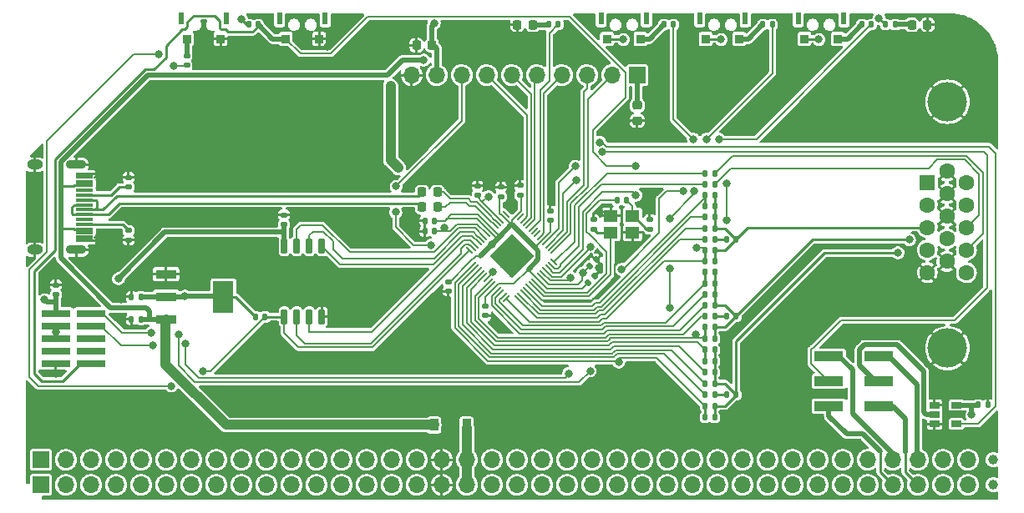
<source format=gtl>
G04 #@! TF.GenerationSoftware,KiCad,Pcbnew,6.0.7-f9a2dced07~116~ubuntu22.04.1*
G04 #@! TF.CreationDate,2022-09-25T15:05:22-07:00*
G04 #@! TF.ProjectId,rc2014compat-pico-vga,72633230-3134-4636-9f6d-7061742d7069,rev?*
G04 #@! TF.SameCoordinates,Original*
G04 #@! TF.FileFunction,Copper,L1,Top*
G04 #@! TF.FilePolarity,Positive*
%FSLAX46Y46*%
G04 Gerber Fmt 4.6, Leading zero omitted, Abs format (unit mm)*
G04 Created by KiCad (PCBNEW 6.0.7-f9a2dced07~116~ubuntu22.04.1) date 2022-09-25 15:05:22*
%MOMM*%
%LPD*%
G01*
G04 APERTURE LIST*
G04 Aperture macros list*
%AMRoundRect*
0 Rectangle with rounded corners*
0 $1 Rounding radius*
0 $2 $3 $4 $5 $6 $7 $8 $9 X,Y pos of 4 corners*
0 Add a 4 corners polygon primitive as box body*
4,1,4,$2,$3,$4,$5,$6,$7,$8,$9,$2,$3,0*
0 Add four circle primitives for the rounded corners*
1,1,$1+$1,$2,$3*
1,1,$1+$1,$4,$5*
1,1,$1+$1,$6,$7*
1,1,$1+$1,$8,$9*
0 Add four rect primitives between the rounded corners*
20,1,$1+$1,$2,$3,$4,$5,0*
20,1,$1+$1,$4,$5,$6,$7,0*
20,1,$1+$1,$6,$7,$8,$9,0*
20,1,$1+$1,$8,$9,$2,$3,0*%
G04 Aperture macros list end*
G04 #@! TA.AperFunction,SMDPad,CuDef*
%ADD10RoundRect,0.218750X-0.218750X-0.256250X0.218750X-0.256250X0.218750X0.256250X-0.218750X0.256250X0*%
G04 #@! TD*
G04 #@! TA.AperFunction,SMDPad,CuDef*
%ADD11RoundRect,0.147500X0.147500X0.172500X-0.147500X0.172500X-0.147500X-0.172500X0.147500X-0.172500X0*%
G04 #@! TD*
G04 #@! TA.AperFunction,SMDPad,CuDef*
%ADD12R,3.000000X1.000000*%
G04 #@! TD*
G04 #@! TA.AperFunction,SMDPad,CuDef*
%ADD13R,0.900000X0.900000*%
G04 #@! TD*
G04 #@! TA.AperFunction,SMDPad,CuDef*
%ADD14R,0.600000X1.200000*%
G04 #@! TD*
G04 #@! TA.AperFunction,SMDPad,CuDef*
%ADD15RoundRect,0.147500X0.172500X-0.147500X0.172500X0.147500X-0.172500X0.147500X-0.172500X-0.147500X0*%
G04 #@! TD*
G04 #@! TA.AperFunction,SMDPad,CuDef*
%ADD16RoundRect,0.147500X-0.172500X0.147500X-0.172500X-0.147500X0.172500X-0.147500X0.172500X0.147500X0*%
G04 #@! TD*
G04 #@! TA.AperFunction,SMDPad,CuDef*
%ADD17RoundRect,0.147500X0.017678X-0.226274X0.226274X-0.017678X-0.017678X0.226274X-0.226274X0.017678X0*%
G04 #@! TD*
G04 #@! TA.AperFunction,SMDPad,CuDef*
%ADD18RoundRect,0.147500X-0.147500X-0.172500X0.147500X-0.172500X0.147500X0.172500X-0.147500X0.172500X0*%
G04 #@! TD*
G04 #@! TA.AperFunction,SMDPad,CuDef*
%ADD19RoundRect,0.218750X0.218750X0.256250X-0.218750X0.256250X-0.218750X-0.256250X0.218750X-0.256250X0*%
G04 #@! TD*
G04 #@! TA.AperFunction,ComponentPad*
%ADD20R,1.700000X1.700000*%
G04 #@! TD*
G04 #@! TA.AperFunction,ComponentPad*
%ADD21O,1.700000X1.700000*%
G04 #@! TD*
G04 #@! TA.AperFunction,ComponentPad*
%ADD22C,4.000000*%
G04 #@! TD*
G04 #@! TA.AperFunction,ComponentPad*
%ADD23R,1.600000X1.600000*%
G04 #@! TD*
G04 #@! TA.AperFunction,ComponentPad*
%ADD24C,1.600000*%
G04 #@! TD*
G04 #@! TA.AperFunction,SMDPad,CuDef*
%ADD25R,1.060000X0.650000*%
G04 #@! TD*
G04 #@! TA.AperFunction,SMDPad,CuDef*
%ADD26R,0.900000X1.200000*%
G04 #@! TD*
G04 #@! TA.AperFunction,SMDPad,CuDef*
%ADD27R,2.997200X0.762000*%
G04 #@! TD*
G04 #@! TA.AperFunction,SMDPad,CuDef*
%ADD28R,1.750000X0.300000*%
G04 #@! TD*
G04 #@! TA.AperFunction,ComponentPad*
%ADD29O,1.600000X1.000000*%
G04 #@! TD*
G04 #@! TA.AperFunction,ComponentPad*
%ADD30O,2.100000X0.900000*%
G04 #@! TD*
G04 #@! TA.AperFunction,SMDPad,CuDef*
%ADD31RoundRect,0.218750X-0.256250X0.218750X-0.256250X-0.218750X0.256250X-0.218750X0.256250X0.218750X0*%
G04 #@! TD*
G04 #@! TA.AperFunction,SMDPad,CuDef*
%ADD32RoundRect,0.150000X0.150000X-0.650000X0.150000X0.650000X-0.150000X0.650000X-0.150000X-0.650000X0*%
G04 #@! TD*
G04 #@! TA.AperFunction,SMDPad,CuDef*
%ADD33RoundRect,0.050000X-0.238649X-0.309359X0.309359X0.238649X0.238649X0.309359X-0.309359X-0.238649X0*%
G04 #@! TD*
G04 #@! TA.AperFunction,SMDPad,CuDef*
%ADD34RoundRect,0.050000X0.238649X-0.309359X0.309359X-0.238649X-0.238649X0.309359X-0.309359X0.238649X0*%
G04 #@! TD*
G04 #@! TA.AperFunction,ComponentPad*
%ADD35C,0.600000*%
G04 #@! TD*
G04 #@! TA.AperFunction,SMDPad,CuDef*
%ADD36RoundRect,0.144000X0.000000X-2.059095X2.059095X0.000000X0.000000X2.059095X-2.059095X0.000000X0*%
G04 #@! TD*
G04 #@! TA.AperFunction,SMDPad,CuDef*
%ADD37R,1.400000X1.200000*%
G04 #@! TD*
G04 #@! TA.AperFunction,SMDPad,CuDef*
%ADD38R,2.150000X0.950000*%
G04 #@! TD*
G04 #@! TA.AperFunction,SMDPad,CuDef*
%ADD39R,2.150000X3.250000*%
G04 #@! TD*
G04 #@! TA.AperFunction,ComponentPad*
%ADD40C,1.000000*%
G04 #@! TD*
G04 #@! TA.AperFunction,ViaPad*
%ADD41C,0.800000*%
G04 #@! TD*
G04 #@! TA.AperFunction,Conductor*
%ADD42C,0.200000*%
G04 #@! TD*
G04 #@! TA.AperFunction,Conductor*
%ADD43C,1.000000*%
G04 #@! TD*
G04 #@! TA.AperFunction,Conductor*
%ADD44C,0.500000*%
G04 #@! TD*
G04 #@! TA.AperFunction,Conductor*
%ADD45C,0.250000*%
G04 #@! TD*
G04 APERTURE END LIST*
D10*
G04 #@! TO.P,R37,1*
G04 #@! TO.N,/USB_N*
X194335300Y-121920000D03*
G04 #@! TO.P,R37,2*
G04 #@! TO.N,Net-(R37-Pad2)*
X195910300Y-121920000D03*
G04 #@! TD*
D11*
G04 #@! TO.P,R21,1*
G04 #@! TO.N,/VGA_G*
X224005000Y-136779000D03*
G04 #@! TO.P,R21,2*
G04 #@! TO.N,/RP2040/GPIO6*
X223035000Y-136779000D03*
G04 #@! TD*
D12*
G04 #@! TO.P,SW5,1,A*
G04 #@! TO.N,/TX1*
X235585000Y-143637000D03*
G04 #@! TO.P,SW5,2,B*
G04 #@! TO.N,/UART_TX*
X235585000Y-141097000D03*
G04 #@! TO.P,SW5,3,C*
G04 #@! TO.N,/TX2*
X235585000Y-138547000D03*
G04 #@! TO.P,SW5,4,A*
G04 #@! TO.N,/RX1*
X240665000Y-143637000D03*
G04 #@! TO.P,SW5,5,B*
G04 #@! TO.N,Net-(SW5-Pad5)*
X240665000Y-141097000D03*
G04 #@! TO.P,SW5,6,C*
G04 #@! TO.N,/RX2*
X240665000Y-138557000D03*
G04 #@! TD*
D13*
G04 #@! TO.P,SW1,1,A*
G04 #@! TO.N,GND*
X183912000Y-106360000D03*
G04 #@! TO.P,SW1,2,B*
G04 #@! TO.N,/RP2040/~{RESET}*
X180512000Y-106360000D03*
D14*
G04 #@! TO.P,SW1,NC*
G04 #@! TO.N,N/C*
X184512000Y-104310000D03*
X179912000Y-104310000D03*
G04 #@! TD*
D15*
G04 #@! TO.P,C14,1*
G04 #@! TO.N,+3.3V*
X204266800Y-122201800D03*
G04 #@! TO.P,C14,2*
G04 #@! TO.N,GND*
X204266800Y-121231800D03*
G04 #@! TD*
D11*
G04 #@! TO.P,R10,1*
G04 #@! TO.N,/VGA_R*
X224005000Y-144780000D03*
G04 #@! TO.P,R10,2*
G04 #@! TO.N,/RP2040/GPIO0*
X223035000Y-144780000D03*
G04 #@! TD*
D16*
G04 #@! TO.P,C17,1*
G04 #@! TO.N,+3.3V*
X200761600Y-133474600D03*
G04 #@! TO.P,C17,2*
G04 #@! TO.N,GND*
X200761600Y-134444600D03*
G04 #@! TD*
D11*
G04 #@! TO.P,R13,1*
G04 #@! TO.N,/VGA_G*
X224005000Y-130048000D03*
G04 #@! TO.P,R13,2*
G04 #@! TO.N,/RP2040/GPIO10*
X223035000Y-130048000D03*
G04 #@! TD*
G04 #@! TO.P,R9,1*
G04 #@! TO.N,/VGA_R*
X224005000Y-143637000D03*
G04 #@! TO.P,R9,2*
G04 #@! TO.N,/RP2040/GPIO0*
X223035000Y-143637000D03*
G04 #@! TD*
D17*
G04 #@! TO.P,C8,1*
G04 #@! TO.N,+1V1*
X211289853Y-129451147D03*
G04 #@! TO.P,C8,2*
G04 #@! TO.N,GND*
X211975747Y-128765253D03*
G04 #@! TD*
D18*
G04 #@! TO.P,R33,1*
G04 #@! TO.N,/RP2040/XOUT*
X214094200Y-122732800D03*
G04 #@! TO.P,R33,2*
G04 #@! TO.N,Net-(C7-Pad1)*
X215064200Y-122732800D03*
G04 #@! TD*
D16*
G04 #@! TO.P,R16,1*
G04 #@! TO.N,/CC2*
X164592000Y-125803800D03*
G04 #@! TO.P,R16,2*
G04 #@! TO.N,GND*
X164592000Y-126773800D03*
G04 #@! TD*
D18*
G04 #@! TO.P,R1,1*
G04 #@! TO.N,Net-(R1-Pad1)*
X218844000Y-104902000D03*
G04 #@! TO.P,R1,2*
G04 #@! TO.N,/RP2040/GPIO0*
X219814000Y-104902000D03*
G04 #@! TD*
D19*
G04 #@! TO.P,D1,1,K*
G04 #@! TO.N,GND*
X245577500Y-104910000D03*
G04 #@! TO.P,D1,2,A*
G04 #@! TO.N,Net-(D1-Pad2)*
X244002500Y-104910000D03*
G04 #@! TD*
D18*
G04 #@! TO.P,R35,1*
G04 #@! TO.N,+3.3V*
X177467400Y-134569200D03*
G04 #@! TO.P,R35,2*
G04 #@! TO.N,/RP2040/QSPI_SS*
X178437400Y-134569200D03*
G04 #@! TD*
D16*
G04 #@! TO.P,C11,1*
G04 #@! TO.N,+3.3V*
X197002400Y-130985400D03*
G04 #@! TO.P,C11,2*
G04 #@! TO.N,GND*
X197002400Y-131955400D03*
G04 #@! TD*
D11*
G04 #@! TO.P,R3,1*
G04 #@! TO.N,/VGA_R*
X224005000Y-137922000D03*
G04 #@! TO.P,R3,2*
G04 #@! TO.N,/RP2040/GPIO4*
X223035000Y-137922000D03*
G04 #@! TD*
G04 #@! TO.P,R5,1*
G04 #@! TO.N,/VGA_R*
X224005000Y-141351000D03*
G04 #@! TO.P,R5,2*
G04 #@! TO.N,/RP2040/GPIO2*
X223035000Y-141351000D03*
G04 #@! TD*
D15*
G04 #@! TO.P,C16,1*
G04 #@! TO.N,+3.3V*
X157226000Y-132311000D03*
G04 #@! TO.P,C16,2*
G04 #@! TO.N,GND*
X157226000Y-131341000D03*
G04 #@! TD*
D13*
G04 #@! TO.P,SW4,1,A*
G04 #@! TO.N,Net-(R22-Pad1)*
X236490000Y-106360000D03*
G04 #@! TO.P,SW4,2,B*
G04 #@! TO.N,+3.3V*
X233090000Y-106360000D03*
D14*
G04 #@! TO.P,SW4,NC*
G04 #@! TO.N,N/C*
X232490000Y-104310000D03*
X237090000Y-104310000D03*
G04 #@! TD*
D11*
G04 #@! TO.P,R24,1*
G04 #@! TO.N,/VGA_B*
X224005000Y-122224800D03*
G04 #@! TO.P,R24,2*
G04 #@! TO.N,/RP2040/GPIO15*
X223035000Y-122224800D03*
G04 #@! TD*
D13*
G04 #@! TO.P,SW6,1,A*
G04 #@! TO.N,GND*
X173912000Y-106360000D03*
G04 #@! TO.P,SW6,2,B*
G04 #@! TO.N,/RP2040/BOOTSEL*
X170512000Y-106360000D03*
D14*
G04 #@! TO.P,SW6,NC*
G04 #@! TO.N,N/C*
X169912000Y-104310000D03*
X174512000Y-104310000D03*
G04 #@! TD*
D11*
G04 #@! TO.P,R30,1*
G04 #@! TO.N,/VGA_B*
X224005000Y-127812800D03*
G04 #@! TO.P,R30,2*
G04 #@! TO.N,/RP2040/GPIO11*
X223035000Y-127812800D03*
G04 #@! TD*
D20*
G04 #@! TO.P,J1,1,Pin_1*
G04 #@! TO.N,+5V*
X216149300Y-110032800D03*
D21*
G04 #@! TO.P,J1,2,Pin_2*
G04 #@! TO.N,/GPIO18*
X213609300Y-110032800D03*
G04 #@! TO.P,J1,3,Pin_3*
G04 #@! TO.N,/GPIO19*
X211069300Y-110032800D03*
G04 #@! TO.P,J1,4,Pin_4*
G04 #@! TO.N,/GPIO22*
X208529300Y-110032800D03*
G04 #@! TO.P,J1,5,Pin_5*
G04 #@! TO.N,/GPIO26*
X205989300Y-110032800D03*
G04 #@! TO.P,J1,6,Pin_6*
G04 #@! TO.N,/GPIO27*
X203449300Y-110032800D03*
G04 #@! TO.P,J1,7,Pin_7*
G04 #@! TO.N,/GPIO28*
X200909300Y-110032800D03*
G04 #@! TO.P,J1,8,Pin_8*
G04 #@! TO.N,/GPIO5*
X198369300Y-110032800D03*
G04 #@! TO.P,J1,9,Pin_9*
G04 #@! TO.N,+3.3V*
X195829300Y-110032800D03*
G04 #@! TO.P,J1,10,Pin_10*
G04 #@! TO.N,GND*
X193289300Y-110032800D03*
G04 #@! TD*
D11*
G04 #@! TO.P,C3,1*
G04 #@! TO.N,+5V*
X165839000Y-134823200D03*
G04 #@! TO.P,C3,2*
G04 #@! TO.N,GND*
X164869000Y-134823200D03*
G04 #@! TD*
D22*
G04 #@! TO.P,J2,0*
G04 #@! TO.N,GND*
X247605669Y-112737000D03*
X247605669Y-137737000D03*
D23*
G04 #@! TO.P,J2,1*
G04 #@! TO.N,/VGA_R*
X245555669Y-120922000D03*
D24*
G04 #@! TO.P,J2,2*
G04 #@! TO.N,/VGA_G*
X245555669Y-123212000D03*
G04 #@! TO.P,J2,3*
G04 #@! TO.N,/VGA_B*
X245555669Y-125502000D03*
G04 #@! TO.P,J2,4*
G04 #@! TO.N,unconnected-(J2-Pad4)*
X245555669Y-127792000D03*
G04 #@! TO.P,J2,5*
G04 #@! TO.N,GND*
X245555669Y-130082000D03*
G04 #@! TO.P,J2,6*
X247535669Y-119777000D03*
G04 #@! TO.P,J2,7*
X247535669Y-122067000D03*
G04 #@! TO.P,J2,8*
X247535669Y-124357000D03*
G04 #@! TO.P,J2,9*
G04 #@! TO.N,unconnected-(J2-Pad9)*
X247535669Y-126647000D03*
G04 #@! TO.P,J2,10*
G04 #@! TO.N,GND*
X247535669Y-128937000D03*
G04 #@! TO.P,J2,11*
G04 #@! TO.N,unconnected-(J2-Pad11)*
X249515669Y-120922000D03*
G04 #@! TO.P,J2,12*
G04 #@! TO.N,unconnected-(J2-Pad12)*
X249515669Y-123212000D03*
G04 #@! TO.P,J2,13*
G04 #@! TO.N,/VGA_HS*
X249515669Y-125502000D03*
G04 #@! TO.P,J2,14*
G04 #@! TO.N,/VGA_VS*
X249515669Y-127792000D03*
G04 #@! TO.P,J2,15*
G04 #@! TO.N,unconnected-(J2-Pad15)*
X249515669Y-130082000D03*
G04 #@! TD*
D25*
G04 #@! TO.P,U1,1*
G04 #@! TO.N,GND*
X246296000Y-143525200D03*
G04 #@! TO.P,U1,2*
G04 #@! TO.N,Net-(SW5-Pad5)*
X246296000Y-144475200D03*
G04 #@! TO.P,U1,3,GND*
G04 #@! TO.N,GND*
X246296000Y-145425200D03*
G04 #@! TO.P,U1,4*
G04 #@! TO.N,/UART_RX_3.3*
X248496000Y-145425200D03*
G04 #@! TO.P,U1,5,VCC*
G04 #@! TO.N,+3.3V*
X248496000Y-143525200D03*
G04 #@! TD*
D11*
G04 #@! TO.P,R23,1*
G04 #@! TO.N,/VGA_B*
X224005000Y-123342400D03*
G04 #@! TO.P,R23,2*
G04 #@! TO.N,/RP2040/GPIO15*
X223035000Y-123342400D03*
G04 #@! TD*
D10*
G04 #@! TO.P,D3,1,K*
G04 #@! TO.N,GND*
X204002500Y-104910000D03*
G04 #@! TO.P,D3,2,A*
G04 #@! TO.N,Net-(D3-Pad2)*
X205577500Y-104910000D03*
G04 #@! TD*
D11*
G04 #@! TO.P,R2,1*
G04 #@! TO.N,/VGA_R*
X224005000Y-139065000D03*
G04 #@! TO.P,R2,2*
G04 #@! TO.N,/RP2040/GPIO4*
X223035000Y-139065000D03*
G04 #@! TD*
G04 #@! TO.P,R7,1*
G04 #@! TO.N,Net-(R6-Pad2)*
X224005000Y-142494000D03*
G04 #@! TO.P,R7,2*
G04 #@! TO.N,/RP2040/GPIO1*
X223035000Y-142494000D03*
G04 #@! TD*
D15*
G04 #@! TO.P,C6,1*
G04 #@! TO.N,/RP2040/XIN*
X211734400Y-125656200D03*
G04 #@! TO.P,C6,2*
G04 #@! TO.N,GND*
X211734400Y-124686200D03*
G04 #@! TD*
D11*
G04 #@! TO.P,R32,1*
G04 #@! TO.N,/VGA_VS*
X224005000Y-119989600D03*
G04 #@! TO.P,R32,2*
G04 #@! TO.N,/RP2040/GPIO17*
X223035000Y-119989600D03*
G04 #@! TD*
G04 #@! TO.P,R29,1*
G04 #@! TO.N,/VGA_B*
X224005000Y-128930400D03*
G04 #@! TO.P,R29,2*
G04 #@! TO.N,/RP2040/GPIO11*
X223035000Y-128930400D03*
G04 #@! TD*
D26*
G04 #@! TO.P,D2,1,K*
G04 #@! TO.N,+5V*
X195555600Y-145542000D03*
G04 #@! TO.P,D2,2,A*
G04 #@! TO.N,+5VA*
X198855600Y-145542000D03*
G04 #@! TD*
D18*
G04 #@! TO.P,R22,1*
G04 #@! TO.N,Net-(R22-Pad1)*
X238910000Y-104902000D03*
G04 #@! TO.P,R22,2*
G04 #@! TO.N,/RP2040/GPIO11*
X239880000Y-104902000D03*
G04 #@! TD*
D15*
G04 #@! TO.P,C10,1*
G04 #@! TO.N,+1V1*
X199948800Y-122252600D03*
G04 #@! TO.P,C10,2*
G04 #@! TO.N,GND*
X199948800Y-121282600D03*
G04 #@! TD*
D11*
G04 #@! TO.P,R27,1*
G04 #@! TO.N,/VGA_B*
X226164000Y-126695200D03*
G04 #@! TO.P,R27,2*
G04 #@! TO.N,Net-(R27-Pad2)*
X225194000Y-126695200D03*
G04 #@! TD*
D15*
G04 #@! TO.P,C18,1*
G04 #@! TO.N,+3.3V*
X207314800Y-124792600D03*
G04 #@! TO.P,C18,2*
G04 #@! TO.N,GND*
X207314800Y-123822600D03*
G04 #@! TD*
D11*
G04 #@! TO.P,R38,1*
G04 #@! TO.N,Net-(R38-Pad1)*
X208130000Y-104902000D03*
G04 #@! TO.P,R38,2*
G04 #@! TO.N,Net-(D3-Pad2)*
X207160000Y-104902000D03*
G04 #@! TD*
D13*
G04 #@! TO.P,SW2,1,A*
G04 #@! TO.N,Net-(R1-Pad1)*
X216490000Y-106360000D03*
G04 #@! TO.P,SW2,2,B*
G04 #@! TO.N,+3.3V*
X213090000Y-106360000D03*
D14*
G04 #@! TO.P,SW2,NC*
G04 #@! TO.N,N/C*
X212490000Y-104310000D03*
X217090000Y-104310000D03*
G04 #@! TD*
D27*
G04 #@! TO.P,J6,1,VCC*
G04 #@! TO.N,+3.3V*
X157226000Y-134239000D03*
G04 #@! TO.P,J6,2,SWDIO*
G04 #@! TO.N,/RP2040/SWD*
X160782000Y-134239000D03*
G04 #@! TO.P,J6,3,GND*
G04 #@! TO.N,GND*
X157226000Y-135509000D03*
G04 #@! TO.P,J6,4,SWDCLK*
G04 #@! TO.N,/RP2040/SWCLK*
X160782000Y-135509000D03*
G04 #@! TO.P,J6,5,GND*
G04 #@! TO.N,GND*
X157226000Y-136779000D03*
G04 #@! TO.P,J6,6,SWO*
G04 #@! TO.N,unconnected-(J6-Pad6)*
X160782000Y-136779000D03*
G04 #@! TO.P,J6,7*
G04 #@! TO.N,N/C*
X157226000Y-138049000D03*
G04 #@! TO.P,J6,8*
X160782000Y-138049000D03*
G04 #@! TO.P,J6,9,GND*
G04 #@! TO.N,GND*
X157226000Y-139319000D03*
G04 #@! TO.P,J6,10,RESET*
G04 #@! TO.N,/RP2040/~{RESET}*
X160782000Y-139319000D03*
G04 #@! TD*
D13*
G04 #@! TO.P,SW3,1,A*
G04 #@! TO.N,Net-(R11-Pad1)*
X226490000Y-106360000D03*
G04 #@! TO.P,SW3,2,B*
G04 #@! TO.N,+3.3V*
X223090000Y-106360000D03*
D14*
G04 #@! TO.P,SW3,NC*
G04 #@! TO.N,N/C*
X227090000Y-104310000D03*
X222490000Y-104310000D03*
G04 #@! TD*
D11*
G04 #@! TO.P,R20,1*
G04 #@! TO.N,/VGA_G*
X224005000Y-135636000D03*
G04 #@! TO.P,R20,2*
G04 #@! TO.N,/RP2040/GPIO6*
X223035000Y-135636000D03*
G04 #@! TD*
D28*
G04 #@! TO.P,J3,A1,GND*
G04 #@! TO.N,GND*
X160122000Y-120094000D03*
G04 #@! TO.P,J3,A4,VBUS*
G04 #@! TO.N,+5V*
X160122000Y-120894000D03*
G04 #@! TO.P,J3,A5,CC1*
G04 #@! TO.N,/CC1*
X160122000Y-122194000D03*
G04 #@! TO.P,J3,A6,D+*
G04 #@! TO.N,/USB_P*
X160122000Y-123194000D03*
G04 #@! TO.P,J3,A7,D-*
G04 #@! TO.N,/USB_N*
X160122000Y-123694000D03*
G04 #@! TO.P,J3,A8,SBU1*
G04 #@! TO.N,unconnected-(J3-PadA8)*
X160122000Y-124694000D03*
G04 #@! TO.P,J3,A9,VBUS*
G04 #@! TO.N,+5V*
X160122000Y-125994000D03*
G04 #@! TO.P,J3,A12,GND*
G04 #@! TO.N,GND*
X160122000Y-126794000D03*
G04 #@! TO.P,J3,B1,GND*
X160122000Y-126494000D03*
G04 #@! TO.P,J3,B4,VBUS*
G04 #@! TO.N,+5V*
X160122000Y-125694000D03*
G04 #@! TO.P,J3,B5,CC2*
G04 #@! TO.N,/CC2*
X160122000Y-125194000D03*
G04 #@! TO.P,J3,B6,D+*
G04 #@! TO.N,/USB_P*
X160122000Y-124194000D03*
G04 #@! TO.P,J3,B7,D-*
G04 #@! TO.N,/USB_N*
X160122000Y-122694000D03*
G04 #@! TO.P,J3,B8,SBU2*
G04 #@! TO.N,unconnected-(J3-PadB8)*
X160122000Y-121694000D03*
G04 #@! TO.P,J3,B9,VBUS*
G04 #@! TO.N,+5V*
X160122000Y-121194000D03*
G04 #@! TO.P,J3,B12,GND*
G04 #@! TO.N,GND*
X160122000Y-120394000D03*
D29*
G04 #@! TO.P,J3,S1,SHIELD*
X155102000Y-127764000D03*
D30*
X159282000Y-119124000D03*
X159282000Y-127764000D03*
D29*
X155102000Y-119124000D03*
G04 #@! TD*
D11*
G04 #@! TO.P,C15,1*
G04 #@! TO.N,+3.3V*
X195607800Y-124815600D03*
G04 #@! TO.P,C15,2*
G04 #@! TO.N,GND*
X194637800Y-124815600D03*
G04 #@! TD*
D31*
G04 #@! TO.P,C1,1*
G04 #@! TO.N,+5V*
X216154000Y-113106100D03*
G04 #@! TO.P,C1,2*
G04 #@! TO.N,GND*
X216154000Y-114681100D03*
G04 #@! TD*
D11*
G04 #@! TO.P,R17,1*
G04 #@! TO.N,/VGA_G*
X226164000Y-134518400D03*
G04 #@! TO.P,R17,2*
G04 #@! TO.N,Net-(R17-Pad2)*
X225194000Y-134518400D03*
G04 #@! TD*
G04 #@! TO.P,R28,1*
G04 #@! TO.N,Net-(R27-Pad2)*
X224005000Y-126695200D03*
G04 #@! TO.P,R28,2*
G04 #@! TO.N,/RP2040/GPIO12*
X223035000Y-126695200D03*
G04 #@! TD*
G04 #@! TO.P,R15,1*
G04 #@! TO.N,/VGA_G*
X224005000Y-133400800D03*
G04 #@! TO.P,R15,2*
G04 #@! TO.N,/RP2040/GPIO8*
X223035000Y-133400800D03*
G04 #@! TD*
D18*
G04 #@! TO.P,C5,1*
G04 #@! TO.N,+3.3V*
X250721000Y-143510000D03*
G04 #@! TO.P,C5,2*
G04 #@! TO.N,GND*
X251691000Y-143510000D03*
G04 #@! TD*
D32*
G04 #@! TO.P,U3,1,~{CS}*
G04 #@! TO.N,/RP2040/QSPI_SS*
X180365400Y-134562400D03*
G04 #@! TO.P,U3,2,DO(IO1)*
G04 #@! TO.N,/RP2040/QSPI_SD1*
X181635400Y-134562400D03*
G04 #@! TO.P,U3,3,IO2*
G04 #@! TO.N,/RP2040/QSPI_SD2*
X182905400Y-134562400D03*
G04 #@! TO.P,U3,4,GND*
G04 #@! TO.N,GND*
X184175400Y-134562400D03*
G04 #@! TO.P,U3,5,DI(IO0)*
G04 #@! TO.N,/RP2040/QSPI_SD0*
X184175400Y-127362400D03*
G04 #@! TO.P,U3,6,CLK*
G04 #@! TO.N,/RP2040/QSPI_SCLK*
X182905400Y-127362400D03*
G04 #@! TO.P,U3,7,IO3*
G04 #@! TO.N,/RP2040/QSPI_SD3*
X181635400Y-127362400D03*
G04 #@! TO.P,U3,8,VCC*
G04 #@! TO.N,+3.3V*
X180365400Y-127362400D03*
G04 #@! TD*
D33*
G04 #@! TO.P,U2,1,IOVDD*
G04 #@! TO.N,+3.3V*
X199180143Y-129027302D03*
G04 #@! TO.P,U2,2,GPIO0*
G04 #@! TO.N,/RP2040/GPIO0*
X199462986Y-129310145D03*
G04 #@! TO.P,U2,3,GPIO1*
G04 #@! TO.N,/RP2040/GPIO1*
X199745828Y-129592987D03*
G04 #@! TO.P,U2,4,GPIO2*
G04 #@! TO.N,/RP2040/GPIO2*
X200028671Y-129875830D03*
G04 #@! TO.P,U2,5,GPIO3*
G04 #@! TO.N,/RP2040/GPIO3*
X200311514Y-130158673D03*
G04 #@! TO.P,U2,6,GPIO4*
G04 #@! TO.N,/RP2040/GPIO4*
X200594356Y-130441515D03*
G04 #@! TO.P,U2,7,GPIO5*
G04 #@! TO.N,/GPIO5*
X200877199Y-130724358D03*
G04 #@! TO.P,U2,8,GPIO6*
G04 #@! TO.N,/RP2040/GPIO6*
X201160042Y-131007201D03*
G04 #@! TO.P,U2,9,GPIO7*
G04 #@! TO.N,/RP2040/GPIO7*
X201442885Y-131290044D03*
G04 #@! TO.P,U2,10,IOVDD*
G04 #@! TO.N,+3.3V*
X201725727Y-131572886D03*
G04 #@! TO.P,U2,11,GPIO8*
G04 #@! TO.N,/RP2040/GPIO8*
X202008570Y-131855729D03*
G04 #@! TO.P,U2,12,GPIO9*
G04 #@! TO.N,/RP2040/GPIO9*
X202291413Y-132138572D03*
G04 #@! TO.P,U2,13,GPIO10*
G04 #@! TO.N,/RP2040/GPIO10*
X202574255Y-132421414D03*
G04 #@! TO.P,U2,14,GPIO11*
G04 #@! TO.N,/RP2040/GPIO11*
X202857098Y-132704257D03*
D34*
G04 #@! TO.P,U2,15,GPIO12*
G04 #@! TO.N,/RP2040/GPIO12*
X204041502Y-132704257D03*
G04 #@! TO.P,U2,16,GPIO13*
G04 #@! TO.N,/RP2040/GPIO13*
X204324345Y-132421414D03*
G04 #@! TO.P,U2,17,GPIO14*
G04 #@! TO.N,/RP2040/GPIO14*
X204607187Y-132138572D03*
G04 #@! TO.P,U2,18,GPIO15*
G04 #@! TO.N,/RP2040/GPIO15*
X204890030Y-131855729D03*
G04 #@! TO.P,U2,19,TESTEN*
G04 #@! TO.N,GND*
X205172873Y-131572886D03*
G04 #@! TO.P,U2,20,XIN*
G04 #@! TO.N,/RP2040/XIN*
X205455715Y-131290044D03*
G04 #@! TO.P,U2,21,XOUT*
G04 #@! TO.N,/RP2040/XOUT*
X205738558Y-131007201D03*
G04 #@! TO.P,U2,22,IOVDD*
G04 #@! TO.N,+3.3V*
X206021401Y-130724358D03*
G04 #@! TO.P,U2,23,DVDD*
G04 #@! TO.N,+1V1*
X206304244Y-130441515D03*
G04 #@! TO.P,U2,24,SWCLK*
G04 #@! TO.N,/RP2040/SWCLK*
X206587086Y-130158673D03*
G04 #@! TO.P,U2,25,SWD*
G04 #@! TO.N,/RP2040/SWD*
X206869929Y-129875830D03*
G04 #@! TO.P,U2,26,RUN*
G04 #@! TO.N,/RP2040/~{RESET}*
X207152772Y-129592987D03*
G04 #@! TO.P,U2,27,GPIO16*
G04 #@! TO.N,/RP2040/GPIO16*
X207435614Y-129310145D03*
G04 #@! TO.P,U2,28,GPIO17*
G04 #@! TO.N,/RP2040/GPIO17*
X207718457Y-129027302D03*
D33*
G04 #@! TO.P,U2,29,GPIO18*
G04 #@! TO.N,/GPIO18*
X207718457Y-127842898D03*
G04 #@! TO.P,U2,30,GPIO19*
G04 #@! TO.N,/GPIO19*
X207435614Y-127560055D03*
G04 #@! TO.P,U2,31,GPIO20*
G04 #@! TO.N,/UART_TX*
X207152772Y-127277213D03*
G04 #@! TO.P,U2,32,GPIO21*
G04 #@! TO.N,/UART_RX_3.3*
X206869929Y-126994370D03*
G04 #@! TO.P,U2,33,IOVDD*
G04 #@! TO.N,+3.3V*
X206587086Y-126711527D03*
G04 #@! TO.P,U2,34,GPIO22*
G04 #@! TO.N,/GPIO22*
X206304244Y-126428685D03*
G04 #@! TO.P,U2,35,GPIO23*
G04 #@! TO.N,/RP2040/GPIO23*
X206021401Y-126145842D03*
G04 #@! TO.P,U2,36,GPIO24*
G04 #@! TO.N,/RP2040/GPIO24*
X205738558Y-125862999D03*
G04 #@! TO.P,U2,37,GPIO25*
G04 #@! TO.N,Net-(R38-Pad1)*
X205455715Y-125580156D03*
G04 #@! TO.P,U2,38,GPIO26_ADC0*
G04 #@! TO.N,/GPIO26*
X205172873Y-125297314D03*
G04 #@! TO.P,U2,39,GPIO27_ADC1*
G04 #@! TO.N,/GPIO27*
X204890030Y-125014471D03*
G04 #@! TO.P,U2,40,GPIO28_ADC2*
G04 #@! TO.N,/GPIO28*
X204607187Y-124731628D03*
G04 #@! TO.P,U2,41,GPIO29_ADC3*
G04 #@! TO.N,/RP2040/GPIO29*
X204324345Y-124448786D03*
G04 #@! TO.P,U2,42,IOVDD*
G04 #@! TO.N,+3.3V*
X204041502Y-124165943D03*
D34*
G04 #@! TO.P,U2,43,ADC_AVDD*
G04 #@! TO.N,unconnected-(U2-Pad43)*
X202857098Y-124165943D03*
G04 #@! TO.P,U2,44,VREG_IN*
G04 #@! TO.N,+3.3V*
X202574255Y-124448786D03*
G04 #@! TO.P,U2,45,VREG_VOUT*
G04 #@! TO.N,+1V1*
X202291413Y-124731628D03*
G04 #@! TO.P,U2,46,USB_DM*
G04 #@! TO.N,Net-(R37-Pad2)*
X202008570Y-125014471D03*
G04 #@! TO.P,U2,47,USB_DP*
G04 #@! TO.N,Net-(R36-Pad2)*
X201725727Y-125297314D03*
G04 #@! TO.P,U2,48,USB_VDD*
G04 #@! TO.N,+3.3V*
X201442885Y-125580156D03*
G04 #@! TO.P,U2,49,IOVDD*
X201160042Y-125862999D03*
G04 #@! TO.P,U2,50,DVDD*
G04 #@! TO.N,+1V1*
X200877199Y-126145842D03*
G04 #@! TO.P,U2,51,QSPI_SD3*
G04 #@! TO.N,/RP2040/QSPI_SD3*
X200594356Y-126428685D03*
G04 #@! TO.P,U2,52,QSPI_SCLK*
G04 #@! TO.N,/RP2040/QSPI_SCLK*
X200311514Y-126711527D03*
G04 #@! TO.P,U2,53,QSPI_SD0*
G04 #@! TO.N,/RP2040/QSPI_SD0*
X200028671Y-126994370D03*
G04 #@! TO.P,U2,54,QSPI_SD2*
G04 #@! TO.N,/RP2040/QSPI_SD2*
X199745828Y-127277213D03*
G04 #@! TO.P,U2,55,QSPI_SD1*
G04 #@! TO.N,/RP2040/QSPI_SD1*
X199462986Y-127560055D03*
G04 #@! TO.P,U2,56,QSPI_SS*
G04 #@! TO.N,/RP2040/QSPI_SS*
X199180143Y-127842898D03*
D35*
G04 #@! TO.P,U2,57,GND*
G04 #@! TO.N,GND*
X205252422Y-128435100D03*
X203449300Y-130238222D03*
X204350861Y-129336661D03*
X203449300Y-128435100D03*
X202547739Y-127533539D03*
X204350861Y-127533539D03*
D36*
X203449300Y-128435100D03*
D35*
X202547739Y-129336661D03*
X201646178Y-128435100D03*
X203449300Y-126631978D03*
G04 #@! TD*
D11*
G04 #@! TO.P,R14,1*
G04 #@! TO.N,/VGA_G*
X224005000Y-132283200D03*
G04 #@! TO.P,R14,2*
G04 #@! TO.N,/RP2040/GPIO9*
X223035000Y-132283200D03*
G04 #@! TD*
D15*
G04 #@! TO.P,C12,1*
G04 #@! TO.N,+3.3V*
X180340000Y-125199000D03*
G04 #@! TO.P,C12,2*
G04 #@! TO.N,GND*
X180340000Y-124229000D03*
G04 #@! TD*
G04 #@! TO.P,R39,1*
G04 #@! TO.N,/RP2040/QSPI_SS*
X170484800Y-109044600D03*
G04 #@! TO.P,R39,2*
G04 #@! TO.N,/RP2040/BOOTSEL*
X170484800Y-108074600D03*
G04 #@! TD*
G04 #@! TO.P,C19,1*
G04 #@! TO.N,+3.3V*
X202336400Y-122354200D03*
G04 #@! TO.P,C19,2*
G04 #@! TO.N,GND*
X202336400Y-121384200D03*
G04 #@! TD*
D11*
G04 #@! TO.P,C9,1*
G04 #@! TO.N,+1V1*
X195607800Y-125882400D03*
G04 #@! TO.P,C9,2*
G04 #@! TO.N,GND*
X194637800Y-125882400D03*
G04 #@! TD*
D37*
G04 #@! TO.P,X1,1,1*
G04 #@! TO.N,/RP2040/XIN*
X213479200Y-126021200D03*
G04 #@! TO.P,X1,2,GND*
G04 #@! TO.N,GND*
X215679200Y-126021200D03*
G04 #@! TO.P,X1,3,3*
G04 #@! TO.N,Net-(C7-Pad1)*
X215679200Y-124321200D03*
G04 #@! TO.P,X1,4,GND*
G04 #@! TO.N,GND*
X213479200Y-124321200D03*
G04 #@! TD*
D10*
G04 #@! TO.P,R36,1*
G04 #@! TO.N,/USB_P*
X194335300Y-123444000D03*
G04 #@! TO.P,R36,2*
G04 #@! TO.N,Net-(R36-Pad2)*
X195910300Y-123444000D03*
G04 #@! TD*
D18*
G04 #@! TO.P,R34,1*
G04 #@! TO.N,+3.3V*
X176756200Y-104902000D03*
G04 #@! TO.P,R34,2*
G04 #@! TO.N,/RP2040/~{RESET}*
X177726200Y-104902000D03*
G04 #@! TD*
D38*
G04 #@! TO.P,VR1,1,GND*
G04 #@! TO.N,GND*
X168397600Y-130237200D03*
G04 #@! TO.P,VR1,2,VOUT_2*
G04 #@! TO.N,+3.3V*
X168397600Y-132537200D03*
G04 #@! TO.P,VR1,3,VIN*
G04 #@! TO.N,+5V*
X168397600Y-134837200D03*
D39*
G04 #@! TO.P,VR1,4,VOUT_4*
G04 #@! TO.N,+3.3V*
X174197600Y-132537200D03*
G04 #@! TD*
D11*
G04 #@! TO.P,C4,1*
G04 #@! TO.N,+3.3V*
X165839000Y-132537200D03*
G04 #@! TO.P,C4,2*
G04 #@! TO.N,GND*
X164869000Y-132537200D03*
G04 #@! TD*
D19*
G04 #@! TO.P,C2,1*
G04 #@! TO.N,+3.3V*
X195351500Y-106984800D03*
G04 #@! TO.P,C2,2*
G04 #@! TO.N,GND*
X193776500Y-106984800D03*
G04 #@! TD*
D11*
G04 #@! TO.P,R4,1*
G04 #@! TO.N,/VGA_R*
X224005000Y-140208000D03*
G04 #@! TO.P,R4,2*
G04 #@! TO.N,/RP2040/GPIO3*
X223035000Y-140208000D03*
G04 #@! TD*
G04 #@! TO.P,R6,1*
G04 #@! TO.N,/VGA_R*
X226164000Y-142494000D03*
G04 #@! TO.P,R6,2*
G04 #@! TO.N,Net-(R6-Pad2)*
X225194000Y-142494000D03*
G04 #@! TD*
G04 #@! TO.P,R12,1*
G04 #@! TO.N,/VGA_G*
X224005000Y-131165600D03*
G04 #@! TO.P,R12,2*
G04 #@! TO.N,/RP2040/GPIO10*
X223035000Y-131165600D03*
G04 #@! TD*
D15*
G04 #@! TO.P,R19,1*
G04 #@! TO.N,/CC1*
X164592000Y-121389000D03*
G04 #@! TO.P,R19,2*
G04 #@! TO.N,GND*
X164592000Y-120419000D03*
G04 #@! TD*
D17*
G04 #@! TO.P,C13,1*
G04 #@! TO.N,+3.3V*
X211188253Y-131076747D03*
G04 #@! TO.P,C13,2*
G04 #@! TO.N,GND*
X211874147Y-130390853D03*
G04 #@! TD*
D11*
G04 #@! TO.P,R18,1*
G04 #@! TO.N,Net-(R17-Pad2)*
X224005000Y-134518400D03*
G04 #@! TO.P,R18,2*
G04 #@! TO.N,/RP2040/GPIO7*
X223035000Y-134518400D03*
G04 #@! TD*
G04 #@! TO.P,R26,1*
G04 #@! TO.N,/VGA_B*
X224005000Y-125577600D03*
G04 #@! TO.P,R26,2*
G04 #@! TO.N,/RP2040/GPIO13*
X223035000Y-125577600D03*
G04 #@! TD*
G04 #@! TO.P,R25,1*
G04 #@! TO.N,/VGA_B*
X224005000Y-124460000D03*
G04 #@! TO.P,R25,2*
G04 #@! TO.N,/RP2040/GPIO14*
X223035000Y-124460000D03*
G04 #@! TD*
D18*
G04 #@! TO.P,R8,1*
G04 #@! TO.N,+3.3V*
X241323000Y-104902000D03*
G04 #@! TO.P,R8,2*
G04 #@! TO.N,Net-(D1-Pad2)*
X242293000Y-104902000D03*
G04 #@! TD*
D11*
G04 #@! TO.P,R31,1*
G04 #@! TO.N,/VGA_HS*
X224005000Y-121107200D03*
G04 #@! TO.P,R31,2*
G04 #@! TO.N,/RP2040/GPIO16*
X223035000Y-121107200D03*
G04 #@! TD*
D15*
G04 #@! TO.P,C7,1*
G04 #@! TO.N,Net-(C7-Pad1)*
X217424000Y-125656200D03*
G04 #@! TO.P,C7,2*
G04 #@! TO.N,GND*
X217424000Y-124686200D03*
G04 #@! TD*
D18*
G04 #@! TO.P,R11,1*
G04 #@! TO.N,Net-(R11-Pad1)*
X228877000Y-104902000D03*
G04 #@! TO.P,R11,2*
G04 #@! TO.N,/RP2040/GPIO6*
X229847000Y-104902000D03*
G04 #@! TD*
D20*
G04 #@! TO.P,J5,1,A15*
G04 #@! TO.N,unconnected-(J5-Pad1)*
X155702000Y-151612600D03*
D21*
G04 #@! TO.P,J5,2,A14*
G04 #@! TO.N,unconnected-(J5-Pad2)*
X158242000Y-151612600D03*
G04 #@! TO.P,J5,3,A13*
G04 #@! TO.N,unconnected-(J5-Pad3)*
X160782000Y-151612600D03*
G04 #@! TO.P,J5,4,A12*
G04 #@! TO.N,unconnected-(J5-Pad4)*
X163322000Y-151612600D03*
G04 #@! TO.P,J5,5,A11*
G04 #@! TO.N,unconnected-(J5-Pad5)*
X165862000Y-151612600D03*
G04 #@! TO.P,J5,6,A10*
G04 #@! TO.N,unconnected-(J5-Pad6)*
X168402000Y-151612600D03*
G04 #@! TO.P,J5,7,A9*
G04 #@! TO.N,unconnected-(J5-Pad7)*
X170942000Y-151612600D03*
G04 #@! TO.P,J5,8,A8*
G04 #@! TO.N,unconnected-(J5-Pad8)*
X173482000Y-151612600D03*
G04 #@! TO.P,J5,9,A7*
G04 #@! TO.N,unconnected-(J5-Pad9)*
X176022000Y-151612600D03*
G04 #@! TO.P,J5,10,A6*
G04 #@! TO.N,unconnected-(J5-Pad10)*
X178562000Y-151612600D03*
G04 #@! TO.P,J5,11,A5*
G04 #@! TO.N,unconnected-(J5-Pad11)*
X181102000Y-151612600D03*
G04 #@! TO.P,J5,12,A4*
G04 #@! TO.N,unconnected-(J5-Pad12)*
X183642000Y-151612600D03*
G04 #@! TO.P,J5,13,A3*
G04 #@! TO.N,unconnected-(J5-Pad13)*
X186182000Y-151612600D03*
G04 #@! TO.P,J5,14,A2*
G04 #@! TO.N,unconnected-(J5-Pad14)*
X188722000Y-151612600D03*
G04 #@! TO.P,J5,15,A1*
G04 #@! TO.N,unconnected-(J5-Pad15)*
X191262000Y-151612600D03*
G04 #@! TO.P,J5,16,A0*
G04 #@! TO.N,unconnected-(J5-Pad16)*
X193802000Y-151612600D03*
G04 #@! TO.P,J5,17,GND*
G04 #@! TO.N,GND*
X196342000Y-151612600D03*
G04 #@! TO.P,J5,18,+5V*
G04 #@! TO.N,+5VA*
X198882000Y-151612600D03*
G04 #@! TO.P,J5,19,/M1*
G04 #@! TO.N,unconnected-(J5-Pad19)*
X201422000Y-151612600D03*
G04 #@! TO.P,J5,20,/RESET*
G04 #@! TO.N,unconnected-(J5-Pad20)*
X203962000Y-151612600D03*
G04 #@! TO.P,J5,21,CLK*
G04 #@! TO.N,unconnected-(J5-Pad21)*
X206502000Y-151612600D03*
G04 #@! TO.P,J5,22,/INT*
G04 #@! TO.N,unconnected-(J5-Pad22)*
X209042000Y-151612600D03*
G04 #@! TO.P,J5,23,/MREQ*
G04 #@! TO.N,unconnected-(J5-Pad23)*
X211582000Y-151612600D03*
G04 #@! TO.P,J5,24,/WR*
G04 #@! TO.N,unconnected-(J5-Pad24)*
X214122000Y-151612600D03*
G04 #@! TO.P,J5,25,/RD*
G04 #@! TO.N,unconnected-(J5-Pad25)*
X216662000Y-151612600D03*
G04 #@! TO.P,J5,26,/IORQ*
G04 #@! TO.N,unconnected-(J5-Pad26)*
X219202000Y-151612600D03*
G04 #@! TO.P,J5,27,D0*
G04 #@! TO.N,unconnected-(J5-Pad27)*
X221742000Y-151612600D03*
G04 #@! TO.P,J5,28,D1*
G04 #@! TO.N,unconnected-(J5-Pad28)*
X224282000Y-151612600D03*
G04 #@! TO.P,J5,29,D2*
G04 #@! TO.N,unconnected-(J5-Pad29)*
X226822000Y-151612600D03*
G04 #@! TO.P,J5,30,D3*
G04 #@! TO.N,unconnected-(J5-Pad30)*
X229362000Y-151612600D03*
G04 #@! TO.P,J5,31,D4*
G04 #@! TO.N,unconnected-(J5-Pad31)*
X231902000Y-151612600D03*
G04 #@! TO.P,J5,32,D5*
G04 #@! TO.N,unconnected-(J5-Pad32)*
X234442000Y-151612600D03*
G04 #@! TO.P,J5,33,D6*
G04 #@! TO.N,unconnected-(J5-Pad33)*
X236982000Y-151612600D03*
G04 #@! TO.P,J5,34,D7*
G04 #@! TO.N,unconnected-(J5-Pad34)*
X239522000Y-151612600D03*
G04 #@! TO.P,J5,35,TX*
G04 #@! TO.N,/TX1*
X242062000Y-151612600D03*
G04 #@! TO.P,J5,36,RX*
G04 #@! TO.N,/RX1*
X244602000Y-151612600D03*
G04 #@! TO.P,J5,37,SPARE1*
G04 #@! TO.N,unconnected-(J5-Pad37)*
X247142000Y-151612600D03*
G04 #@! TO.P,J5,38,SPARE2*
G04 #@! TO.N,unconnected-(J5-Pad38)*
X249682000Y-151612600D03*
D40*
G04 #@! TO.P,J5,39,SPARE3*
G04 #@! TO.N,unconnected-(J5-Pad39)*
X252222000Y-151612600D03*
G04 #@! TD*
D20*
G04 #@! TO.P,J4,1,SPARE9*
G04 #@! TO.N,unconnected-(J4-Pad1)*
X155702000Y-149072600D03*
D21*
G04 #@! TO.P,J4,2,SPARE10*
G04 #@! TO.N,unconnected-(J4-Pad2)*
X158242000Y-149072600D03*
G04 #@! TO.P,J4,3,SPARE11*
G04 #@! TO.N,unconnected-(J4-Pad3)*
X160782000Y-149072600D03*
G04 #@! TO.P,J4,4,SPARE12*
G04 #@! TO.N,unconnected-(J4-Pad4)*
X163322000Y-149072600D03*
G04 #@! TO.P,J4,5,SPARE13*
G04 #@! TO.N,unconnected-(J4-Pad5)*
X165862000Y-149072600D03*
G04 #@! TO.P,J4,6,SPARE14*
G04 #@! TO.N,unconnected-(J4-Pad6)*
X168402000Y-149072600D03*
G04 #@! TO.P,J4,7,SPARE15*
G04 #@! TO.N,unconnected-(J4-Pad7)*
X170942000Y-149072600D03*
G04 #@! TO.P,J4,8,SPARE16*
G04 #@! TO.N,unconnected-(J4-Pad8)*
X173482000Y-149072600D03*
G04 #@! TO.P,J4,9,SPARE17*
G04 #@! TO.N,unconnected-(J4-Pad9)*
X176022000Y-149072600D03*
G04 #@! TO.P,J4,10,SPARE18*
G04 #@! TO.N,unconnected-(J4-Pad10)*
X178562000Y-149072600D03*
G04 #@! TO.P,J4,11,SPARE19*
G04 #@! TO.N,unconnected-(J4-Pad11)*
X181102000Y-149072600D03*
G04 #@! TO.P,J4,12,SPARE20*
G04 #@! TO.N,unconnected-(J4-Pad12)*
X183642000Y-149072600D03*
G04 #@! TO.P,J4,13,SPARE21*
G04 #@! TO.N,unconnected-(J4-Pad13)*
X186182000Y-149072600D03*
G04 #@! TO.P,J4,14,SPARE22*
G04 #@! TO.N,unconnected-(J4-Pad14)*
X188722000Y-149072600D03*
G04 #@! TO.P,J4,15,SPARE23*
G04 #@! TO.N,unconnected-(J4-Pad15)*
X191262000Y-149072600D03*
G04 #@! TO.P,J4,16,SPARE24*
G04 #@! TO.N,unconnected-(J4-Pad16)*
X193802000Y-149072600D03*
G04 #@! TO.P,J4,17,GND*
G04 #@! TO.N,GND*
X196342000Y-149072600D03*
G04 #@! TO.P,J4,18,+5V*
G04 #@! TO.N,+5VA*
X198882000Y-149072600D03*
G04 #@! TO.P,J4,19,/RFSH*
G04 #@! TO.N,unconnected-(J4-Pad19)*
X201422000Y-149072600D03*
G04 #@! TO.P,J4,20,/RST2*
G04 #@! TO.N,unconnected-(J4-Pad20)*
X203962000Y-149072600D03*
G04 #@! TO.P,J4,21,CLK2*
G04 #@! TO.N,unconnected-(J4-Pad21)*
X206502000Y-149072600D03*
G04 #@! TO.P,J4,22,/BUSACK*
G04 #@! TO.N,unconnected-(J4-Pad22)*
X209042000Y-149072600D03*
G04 #@! TO.P,J4,23,/HALT*
G04 #@! TO.N,unconnected-(J4-Pad23)*
X211582000Y-149072600D03*
G04 #@! TO.P,J4,24,/BUSRQ*
G04 #@! TO.N,unconnected-(J4-Pad24)*
X214122000Y-149072600D03*
G04 #@! TO.P,J4,25,/WAIT*
G04 #@! TO.N,unconnected-(J4-Pad25)*
X216662000Y-149072600D03*
G04 #@! TO.P,J4,26,/NMI*
G04 #@! TO.N,unconnected-(J4-Pad26)*
X219202000Y-149072600D03*
G04 #@! TO.P,J4,27,D8*
G04 #@! TO.N,unconnected-(J4-Pad27)*
X221742000Y-149072600D03*
G04 #@! TO.P,J4,28,D9*
G04 #@! TO.N,unconnected-(J4-Pad28)*
X224282000Y-149072600D03*
G04 #@! TO.P,J4,29,D10*
G04 #@! TO.N,unconnected-(J4-Pad29)*
X226822000Y-149072600D03*
G04 #@! TO.P,J4,30,D11*
G04 #@! TO.N,unconnected-(J4-Pad30)*
X229362000Y-149072600D03*
G04 #@! TO.P,J4,31,D12*
G04 #@! TO.N,unconnected-(J4-Pad31)*
X231902000Y-149072600D03*
G04 #@! TO.P,J4,32,D13*
G04 #@! TO.N,unconnected-(J4-Pad32)*
X234442000Y-149072600D03*
G04 #@! TO.P,J4,33,D14*
G04 #@! TO.N,unconnected-(J4-Pad33)*
X236982000Y-149072600D03*
G04 #@! TO.P,J4,34,D15*
G04 #@! TO.N,unconnected-(J4-Pad34)*
X239522000Y-149072600D03*
G04 #@! TO.P,J4,35,TX2*
G04 #@! TO.N,/TX2*
X242062000Y-149072600D03*
G04 #@! TO.P,J4,36,RX2*
G04 #@! TO.N,/RX2*
X244602000Y-149072600D03*
G04 #@! TO.P,J4,37,SPARE5*
G04 #@! TO.N,unconnected-(J4-Pad37)*
X247142000Y-149072600D03*
G04 #@! TO.P,J4,38,SPARE6*
G04 #@! TO.N,unconnected-(J4-Pad38)*
X249682000Y-149072600D03*
D40*
G04 #@! TO.P,J4,39,SPARE7*
G04 #@! TO.N,unconnected-(J4-Pad39)*
X252222000Y-149072600D03*
G04 #@! TD*
D41*
G04 #@! TO.N,GND*
X201676000Y-134874000D03*
X168402000Y-131318000D03*
X168402000Y-128778000D03*
X246380000Y-146812000D03*
X161798000Y-126746000D03*
X179324000Y-124206000D03*
X204216000Y-120142000D03*
X184150000Y-132842000D03*
X251249500Y-142551039D03*
X163830000Y-132805300D03*
X166116000Y-130302000D03*
X196596000Y-132842000D03*
X173990000Y-107696000D03*
X193294000Y-125984000D03*
X193294000Y-124968000D03*
X202438000Y-120396000D03*
X199898000Y-120142000D03*
X163830000Y-134620000D03*
X207518000Y-120015000D03*
X217678000Y-114808000D03*
X192532000Y-106934000D03*
X212344000Y-123952000D03*
X161290000Y-128016000D03*
X161798000Y-120142000D03*
X215646000Y-127508000D03*
X217424000Y-123698000D03*
X170434000Y-130302000D03*
X212267800Y-129590800D03*
X161290000Y-119126000D03*
X203962000Y-106172000D03*
X184780364Y-107149510D03*
X157226000Y-140335000D03*
X157226000Y-130302000D03*
X157226000Y-136144000D03*
G04 #@! TO.N,+5V*
X194513200Y-108508800D03*
G04 #@! TO.N,+3.3V*
X163576000Y-130683000D03*
X170307000Y-132461000D03*
X224663000Y-106426000D03*
X191922400Y-119430800D03*
X156083000Y-132842000D03*
X240665000Y-104267000D03*
X250063000Y-144526000D03*
X191160400Y-111150400D03*
X201396600Y-127228600D03*
X234569000Y-106426000D03*
X195580000Y-104775000D03*
X176022000Y-104394000D03*
X214757000Y-106426000D03*
G04 #@! TO.N,+1V1*
X201066400Y-122377200D03*
X196636864Y-125536736D03*
X210629500Y-130111500D03*
G04 #@! TO.N,/GPIO5*
X195216908Y-127314597D03*
X191719200Y-121310400D03*
X191668400Y-123952000D03*
X201514549Y-129982112D03*
G04 #@! TO.N,/VGA_R*
X242570000Y-128066800D03*
G04 #@! TO.N,/VGA_G*
X243738400Y-126746000D03*
G04 #@! TO.N,/RP2040/~{RESET}*
X216001600Y-119227600D03*
X216001600Y-122224800D03*
G04 #@! TO.N,/RP2040/SWCLK*
X209346800Y-130581400D03*
X170346100Y-137283093D03*
X209219800Y-140309600D03*
X167055800Y-137490200D03*
G04 #@! TO.N,/RP2040/SWD*
X211378800Y-127431800D03*
X166852600Y-136194800D03*
X211378800Y-140055600D03*
X169646600Y-136321800D03*
G04 #@! TO.N,/RP2040/GPIO0*
X220776800Y-121818400D03*
X214274400Y-139141200D03*
X214578201Y-129743200D03*
X221843600Y-116535200D03*
G04 #@! TO.N,/RP2040/GPIO6*
X219456000Y-133654800D03*
X219463731Y-124569331D03*
X221945200Y-121818400D03*
X223164400Y-116535200D03*
X222097600Y-136398000D03*
X219456000Y-129641600D03*
G04 #@! TO.N,/RP2040/GPIO11*
X225247200Y-121056400D03*
X224434400Y-116535200D03*
X225247200Y-124764800D03*
X222148400Y-127558800D03*
G04 #@! TO.N,/RP2040/QSPI_SS*
X169164000Y-109093000D03*
X168935400Y-141579600D03*
X172131682Y-140074199D03*
X167640000Y-107950000D03*
G04 #@! TO.N,/UART_TX*
X212589798Y-117823755D03*
X210007200Y-120700800D03*
G04 #@! TO.N,/UART_RX_3.3*
X212332300Y-116852995D03*
X209880298Y-119285988D03*
G04 #@! TD*
D42*
G04 #@! TO.N,GND*
X211578055Y-132883705D02*
X212914402Y-131547358D01*
X206483692Y-132883705D02*
X211578055Y-132883705D01*
X213878701Y-130557659D02*
X213878701Y-129275299D01*
X213878701Y-129275299D02*
X215646000Y-127508000D01*
X205172873Y-131572886D02*
X206483692Y-132883705D01*
X212914402Y-131547358D02*
X212914402Y-131521958D01*
X212914402Y-131521958D02*
X213878701Y-130557659D01*
D43*
G04 #@! TO.N,+5V*
X168343900Y-134890900D02*
X168343900Y-139400965D01*
D44*
X165839000Y-134823200D02*
X166725600Y-134823200D01*
X192379600Y-108508800D02*
X194513200Y-108508800D01*
X157706999Y-125249001D02*
X157706999Y-128598599D01*
D43*
X174484935Y-145542000D02*
X195555600Y-145542000D01*
D44*
X216154000Y-113106100D02*
X216154000Y-110037500D01*
X166500408Y-110032800D02*
X190855600Y-110032800D01*
D45*
X159027799Y-125601399D02*
X157706999Y-125601399D01*
X160122000Y-125694000D02*
X159120400Y-125694000D01*
D44*
X166370000Y-133654800D02*
X166725600Y-134010400D01*
X157706999Y-125249001D02*
X157706999Y-118826209D01*
D43*
X168397600Y-134837200D02*
X168343900Y-134890900D01*
D45*
X158980201Y-121283399D02*
X157706999Y-121283399D01*
D44*
X157706999Y-118826209D02*
X166500408Y-110032800D01*
X166725600Y-134823200D02*
X168383600Y-134823200D01*
D45*
X159120400Y-125694000D02*
X159027799Y-125601399D01*
X160122000Y-121194000D02*
X159069600Y-121194000D01*
X159069600Y-121194000D02*
X158980201Y-121283399D01*
D43*
X168343900Y-139400965D02*
X174484935Y-145542000D01*
D44*
X157706999Y-128598599D02*
X162763200Y-133654800D01*
X190855600Y-110032800D02*
X192379600Y-108508800D01*
X162763200Y-133654800D02*
X166370000Y-133654800D01*
X166725600Y-134010400D02*
X166725600Y-134823200D01*
G04 #@! TO.N,+3.3V*
X195351500Y-106984800D02*
X195351500Y-105003500D01*
D42*
X204041502Y-124165943D02*
X204368400Y-123839045D01*
D44*
X250047800Y-143525200D02*
X250047800Y-144510800D01*
X170307000Y-132461000D02*
X174121400Y-132461000D01*
D42*
X201442885Y-125580156D02*
X200017929Y-124155200D01*
D44*
X202260200Y-126365000D02*
X203403200Y-125222000D01*
D42*
X196850000Y-124612400D02*
X196646800Y-124815600D01*
D44*
X200202800Y-128422400D02*
X201930000Y-126695200D01*
X168275000Y-125984000D02*
X163576000Y-130683000D01*
X195829300Y-107284900D02*
X195829300Y-110032800D01*
X195529200Y-106984800D02*
X195829300Y-107284900D01*
D42*
X206587086Y-126711527D02*
X205816200Y-127482415D01*
D45*
X241300000Y-104902000D02*
X240665000Y-104267000D01*
D44*
X157226000Y-133096000D02*
X157226000Y-134239000D01*
X250047800Y-144510800D02*
X250063000Y-144526000D01*
D45*
X177467400Y-134569200D02*
X175435400Y-132537200D01*
D44*
X156083000Y-132842000D02*
X156337000Y-133096000D01*
D42*
X200761600Y-132537015D02*
X200761600Y-133474600D01*
D44*
X203403200Y-125222000D02*
X203454000Y-125222000D01*
D43*
X191160400Y-111150400D02*
X191160400Y-118668800D01*
D45*
X214691000Y-106360000D02*
X214757000Y-106426000D01*
D44*
X195351500Y-105003500D02*
X195580000Y-104775000D01*
D45*
X176530000Y-104902000D02*
X176022000Y-104394000D01*
D42*
X201930000Y-126632959D02*
X201930000Y-126695200D01*
D44*
X206102395Y-127870395D02*
X205816200Y-127584200D01*
D42*
X199180143Y-129027302D02*
X199785047Y-128422400D01*
D44*
X180340000Y-125984000D02*
X168275000Y-125984000D01*
X250047800Y-143525200D02*
X250705800Y-143525200D01*
D42*
X210579798Y-131685202D02*
X211188253Y-131076747D01*
X206021401Y-130724358D02*
X206982245Y-131685202D01*
X199785047Y-128422400D02*
X200202800Y-128422400D01*
D45*
X175435400Y-132537200D02*
X174197600Y-132537200D01*
D44*
X201930000Y-126695200D02*
X202260200Y-126365000D01*
D42*
X205206600Y-129909555D02*
X205206600Y-129819400D01*
X201725727Y-131572886D02*
X202102245Y-131196370D01*
X199909443Y-124612400D02*
X196850000Y-124612400D01*
X196646800Y-124815600D02*
X195607800Y-124815600D01*
X202574255Y-124448786D02*
X202197739Y-124072268D01*
X203347471Y-125222000D02*
X203403200Y-125222000D01*
D45*
X213090000Y-106360000D02*
X214691000Y-106360000D01*
D44*
X156337000Y-133096000D02*
X157226000Y-133096000D01*
D42*
X201160042Y-125862999D02*
X201930000Y-126632959D01*
D44*
X157226000Y-132311000D02*
X157226000Y-133096000D01*
D42*
X201442885Y-125580156D02*
X202227729Y-126365000D01*
D45*
X176756200Y-104902000D02*
X176530000Y-104902000D01*
D44*
X248496000Y-143525200D02*
X250047800Y-143525200D01*
D42*
X202227729Y-126365000D02*
X202260200Y-126365000D01*
D44*
X205117344Y-129730856D02*
X206102395Y-128745805D01*
D42*
X203651830Y-131196370D02*
X205117344Y-129730856D01*
X206587086Y-126711527D02*
X207314800Y-125983813D01*
X204368400Y-123839045D02*
X204368400Y-122303400D01*
D45*
X223090000Y-106360000D02*
X224597000Y-106360000D01*
D44*
X206102395Y-128745805D02*
X206102395Y-127870395D01*
X203454000Y-125222000D02*
X205816200Y-127584200D01*
D42*
X202197739Y-124072268D02*
X202197739Y-122492861D01*
X207314800Y-125983813D02*
X207314800Y-124792600D01*
X202574255Y-124448786D02*
X203347471Y-125222000D01*
D45*
X234503000Y-106360000D02*
X234569000Y-106426000D01*
D42*
X203454000Y-124753447D02*
X203454000Y-125222000D01*
D45*
X233090000Y-106360000D02*
X234503000Y-106360000D01*
D42*
X205816200Y-127482415D02*
X205816200Y-127584200D01*
X206982245Y-131685202D02*
X210579798Y-131685202D01*
X200017929Y-124155200D02*
X197307200Y-124155200D01*
D43*
X191160400Y-118668800D02*
X191922400Y-119430800D01*
D42*
X204041502Y-124165943D02*
X203454000Y-124753447D01*
D45*
X224597000Y-106360000D02*
X224663000Y-106426000D01*
D42*
X201160042Y-125862999D02*
X199909443Y-124612400D01*
D44*
X180340000Y-125984000D02*
X180340000Y-127337000D01*
D42*
X201725727Y-131572886D02*
X200761600Y-132537015D01*
X206021401Y-130724358D02*
X205206600Y-129909555D01*
D44*
X180340000Y-125199000D02*
X180340000Y-125984000D01*
D42*
X199180143Y-129027302D02*
X197222045Y-130985400D01*
D44*
X165839000Y-132537200D02*
X168397600Y-132537200D01*
D42*
X202102245Y-131196370D02*
X203651830Y-131196370D01*
X197307200Y-124155200D02*
X196646800Y-124815600D01*
D44*
X168397600Y-132537200D02*
X170230800Y-132537200D01*
X170230800Y-132537200D02*
X170307000Y-132461000D01*
D45*
G04 #@! TO.N,/RP2040/XIN*
X212099400Y-126021200D02*
X211734400Y-125656200D01*
X213479200Y-126021200D02*
X212099400Y-126021200D01*
D42*
X205455715Y-131290044D02*
X206649875Y-132484204D01*
X213479200Y-130278220D02*
X213479200Y-126021200D01*
X211273216Y-132484204D02*
X213479200Y-130278220D01*
X206649875Y-132484204D02*
X211273216Y-132484204D01*
G04 #@! TO.N,+1V1*
X210528900Y-130871143D02*
X210528900Y-130212100D01*
X202291413Y-124731628D02*
X200450892Y-122891108D01*
X196291200Y-125882400D02*
X196636864Y-125536736D01*
X200964800Y-122377200D02*
X201066400Y-122377200D01*
X206304244Y-130441515D02*
X207147893Y-131285164D01*
X197902205Y-125154895D02*
X197174700Y-125882400D01*
X199886252Y-125154895D02*
X197902205Y-125154895D01*
X210528900Y-130212100D02*
X210629500Y-130111500D01*
X200877199Y-126145842D02*
X199886252Y-125154895D01*
X211289853Y-129451147D02*
X210629500Y-130111500D01*
X210114879Y-131285164D02*
X210528900Y-130871143D01*
X195607800Y-125882400D02*
X196291200Y-125882400D01*
X207147893Y-131285164D02*
X210114879Y-131285164D01*
X200450892Y-122891108D02*
X200964800Y-122377200D01*
X200450892Y-122891108D02*
X199948800Y-122389015D01*
X197174700Y-125882400D02*
X195607800Y-125882400D01*
D44*
G04 #@! TO.N,Net-(D1-Pad2)*
X242293000Y-104902000D02*
X243994500Y-104902000D01*
D43*
G04 #@! TO.N,+5VA*
X198882000Y-145871200D02*
X198882000Y-149072600D01*
X198882000Y-149072600D02*
X198882000Y-151612600D01*
D44*
G04 #@! TO.N,Net-(D3-Pad2)*
X205577500Y-104910000D02*
X207152000Y-104910000D01*
D42*
G04 #@! TO.N,/GPIO18*
X207718457Y-127842898D02*
X209418297Y-126143058D01*
X209418297Y-123073883D02*
X211131699Y-121360481D01*
X211131699Y-121360481D02*
X211131699Y-112510401D01*
X209418297Y-126143058D02*
X209418297Y-123073883D01*
X211131699Y-112510401D02*
X213609300Y-110032800D01*
G04 #@! TO.N,/GPIO19*
X210718400Y-111760000D02*
X211069300Y-111409100D01*
X209018796Y-125976873D02*
X207435614Y-127560055D01*
X211069300Y-111409100D02*
X211069300Y-110032800D01*
X210718400Y-121181204D02*
X210718400Y-111760000D01*
X210732198Y-121195002D02*
X209018796Y-122908404D01*
X209018796Y-122908404D02*
X209018796Y-125976873D01*
X210732198Y-121195002D02*
X210718400Y-121181204D01*
G04 #@! TO.N,/GPIO22*
X206304244Y-126428685D02*
X206694800Y-126038129D01*
X206694800Y-126038129D02*
X206694800Y-111867300D01*
X206694800Y-111867300D02*
X208529300Y-110032800D01*
G04 #@! TO.N,/GPIO26*
X205783205Y-124686982D02*
X205783205Y-110238895D01*
X205172873Y-125297314D02*
X205783205Y-124686982D01*
G04 #@! TO.N,/GPIO27*
X205383205Y-111966705D02*
X203449300Y-110032800D01*
X205266546Y-124637249D02*
X205383205Y-124520590D01*
X204890030Y-125014471D02*
X205266546Y-124637953D01*
X205266546Y-124637953D02*
X205266546Y-124637249D01*
X205383205Y-124520590D02*
X205383205Y-111966705D01*
G04 #@! TO.N,/GPIO28*
X204983704Y-114107204D02*
X200909300Y-110032800D01*
X204607187Y-124731628D02*
X204983704Y-124355111D01*
X204983704Y-124355111D02*
X204983704Y-114107204D01*
G04 #@! TO.N,/GPIO5*
X198369300Y-114660300D02*
X198369300Y-110032800D01*
X200877199Y-130724358D02*
X201514549Y-130087008D01*
X193506997Y-127314597D02*
X195216908Y-127314597D01*
X201514549Y-130087008D02*
X201514549Y-129982112D01*
X191668400Y-125476000D02*
X193506997Y-127314597D01*
X191719200Y-121310400D02*
X198369300Y-114660300D01*
X191668400Y-123952000D02*
X191668400Y-125476000D01*
D45*
G04 #@! TO.N,/VGA_R*
X224005000Y-137922000D02*
X224005000Y-139065000D01*
X224005000Y-140208000D02*
X224005000Y-141351000D01*
X225039216Y-143637000D02*
X226164000Y-142512216D01*
X224005000Y-139065000D02*
X224005000Y-140208000D01*
X226164000Y-137056000D02*
X235153200Y-128066800D01*
X224005000Y-143637000D02*
X225039216Y-143637000D01*
X224005000Y-144780000D02*
X224005000Y-143637000D01*
X226164000Y-142475784D02*
X225039216Y-141351000D01*
X235153200Y-128066800D02*
X242570000Y-128066800D01*
X226164000Y-142494000D02*
X226164000Y-137056000D01*
X225039216Y-141351000D02*
X224005000Y-141351000D01*
G04 #@! TO.N,/VGA_G*
X224005000Y-133400800D02*
X224005000Y-132283200D01*
X226164000Y-134518400D02*
X233936400Y-126746000D01*
X233936400Y-126746000D02*
X243738400Y-126746000D01*
X224005000Y-136779000D02*
X224005000Y-135636000D01*
X225064616Y-135636000D02*
X224005000Y-135636000D01*
X226164000Y-134536616D02*
X225064616Y-135636000D01*
X224005000Y-131165600D02*
X224005000Y-130048000D01*
X224005000Y-132283200D02*
X224005000Y-131165600D01*
X226164000Y-134500184D02*
X225064616Y-133400800D01*
X225064616Y-133400800D02*
X224005000Y-133400800D01*
G04 #@! TO.N,/VGA_B*
X225064616Y-125577600D02*
X224005000Y-125577600D01*
X226164000Y-126713416D02*
X225064616Y-127812800D01*
X224005000Y-128930400D02*
X224005000Y-127812800D01*
X226164000Y-126695200D02*
X227357200Y-125502000D01*
X225064616Y-127812800D02*
X224005000Y-127812800D01*
X224005000Y-125577600D02*
X224005000Y-124460000D01*
X226164000Y-126676984D02*
X225064616Y-125577600D01*
X224005000Y-123342400D02*
X224005000Y-122224800D01*
X224005000Y-124460000D02*
X224005000Y-123342400D01*
X227357200Y-125502000D02*
X245555669Y-125502000D01*
D42*
G04 #@! TO.N,/VGA_HS*
X224005000Y-121107200D02*
X225630600Y-119481600D01*
X225630600Y-119481600D02*
X245719600Y-119481600D01*
X250799600Y-124218069D02*
X249515669Y-125502000D01*
X250799600Y-120091200D02*
X250799600Y-124218069D01*
X249326400Y-118618000D02*
X250799600Y-120091200D01*
X246583200Y-118618000D02*
X249326400Y-118618000D01*
X245719600Y-119481600D02*
X246583200Y-118618000D01*
G04 #@! TO.N,/VGA_VS*
X251199101Y-126108568D02*
X249515669Y-127792000D01*
X225776101Y-118218499D02*
X249491879Y-118218499D01*
X251199101Y-119925721D02*
X251199101Y-126108568D01*
X224005000Y-119989600D02*
X225776101Y-118218499D01*
X249491879Y-118218499D02*
X251199101Y-119925721D01*
D45*
G04 #@! TO.N,/USB_N*
X160122000Y-122694000D02*
X161251200Y-122694000D01*
X161192400Y-123694000D02*
X161032000Y-123694000D01*
X193948301Y-122306999D02*
X163369869Y-122306999D01*
X161982868Y-123694000D02*
X161032000Y-123694000D01*
X161251200Y-122694000D02*
X161391600Y-122834400D01*
X194335300Y-121920000D02*
X193948301Y-122306999D01*
X161391600Y-122834400D02*
X161391600Y-123494800D01*
X161391600Y-123494800D02*
X161192400Y-123694000D01*
X163369869Y-122306999D02*
X161982868Y-123694000D01*
X161032000Y-123694000D02*
X160122000Y-123694000D01*
G04 #@! TO.N,/USB_P*
X193948301Y-123057001D02*
X194335300Y-123444000D01*
X163680531Y-123057001D02*
X193948301Y-123057001D01*
X162543532Y-124194000D02*
X163680531Y-123057001D01*
X158800800Y-123444000D02*
X159050800Y-123194000D01*
X160122000Y-124194000D02*
X158947000Y-124194000D01*
X158947000Y-124194000D02*
X158800800Y-124047800D01*
X158800800Y-124047800D02*
X158800800Y-123444000D01*
X159050800Y-123194000D02*
X160122000Y-123194000D01*
X160122000Y-124194000D02*
X162543532Y-124194000D01*
G04 #@! TO.N,/CC2*
X163982200Y-125194000D02*
X160122000Y-125194000D01*
X164592000Y-125803800D02*
X163982200Y-125194000D01*
G04 #@! TO.N,/CC1*
X162846472Y-122194000D02*
X163651472Y-121389000D01*
X163651472Y-121389000D02*
X164592000Y-121389000D01*
X160122000Y-122194000D02*
X162846472Y-122194000D01*
D44*
G04 #@! TO.N,/TX2*
X242062000Y-149072600D02*
X242062000Y-148437600D01*
X242062000Y-148437600D02*
X237998000Y-144373600D01*
X237998000Y-139954000D02*
X236591000Y-138547000D01*
X237998000Y-144373600D02*
X237998000Y-139954000D01*
G04 #@! TO.N,/RX2*
X244512099Y-141404099D02*
X241665000Y-138557000D01*
X244512099Y-148982699D02*
X244512099Y-141404099D01*
D45*
G04 #@! TO.N,/TX1*
X242062000Y-151612600D02*
X240792000Y-150342600D01*
D44*
X239014000Y-146456400D02*
X237388400Y-146456400D01*
D45*
X240792000Y-150342600D02*
X240792000Y-148234400D01*
D44*
X237388400Y-146456400D02*
X235585000Y-144653000D01*
X235585000Y-144653000D02*
X235585000Y-143637000D01*
X240792000Y-148234400D02*
X239014000Y-146456400D01*
G04 #@! TO.N,/RX1*
X243332000Y-148336000D02*
X243332000Y-144881600D01*
D45*
X244602000Y-151612600D02*
X243332000Y-150342600D01*
D44*
X242087400Y-143637000D02*
X240665000Y-143637000D01*
D45*
X243332000Y-150342600D02*
X243332000Y-148336000D01*
D44*
X243332000Y-144881600D02*
X242087400Y-143637000D01*
D45*
G04 #@! TO.N,/RP2040/~{RESET}*
X173990000Y-105410000D02*
X174433000Y-105410000D01*
X170018335Y-105410000D02*
X170307000Y-105410000D01*
D42*
X207645947Y-130086162D02*
X208267559Y-130086162D01*
X188843617Y-104075500D02*
X185070107Y-107849010D01*
D45*
X155067000Y-129886336D02*
X157132498Y-127820838D01*
D42*
X215696800Y-121920000D02*
X216001600Y-122224800D01*
D45*
X173863000Y-104521000D02*
X173863000Y-105283000D01*
X159664400Y-139319000D02*
X157886400Y-141097000D01*
X170307000Y-105410000D02*
X170561000Y-105156000D01*
X177165000Y-105664000D02*
X177726200Y-105102800D01*
D42*
X214934800Y-109731954D02*
X209278346Y-104075500D01*
D45*
X174433000Y-105410000D02*
X174687000Y-105664000D01*
X170561000Y-105156000D02*
X170561000Y-104648000D01*
X168364500Y-107063835D02*
X170018335Y-105410000D01*
X155829000Y-141097000D02*
X155067000Y-140335000D01*
X173355000Y-104013000D02*
X173863000Y-104521000D01*
D42*
X210616800Y-123901200D02*
X212598000Y-121920000D01*
D45*
X157886400Y-141097000D02*
X155829000Y-141097000D01*
X168364500Y-108250098D02*
X168364500Y-107063835D01*
D42*
X207152772Y-129592987D02*
X207645947Y-130086162D01*
X211632800Y-115620800D02*
X214934800Y-112318800D01*
D45*
X174687000Y-105664000D02*
X177165000Y-105664000D01*
X157132498Y-127820838D02*
X157132498Y-118588242D01*
X167156299Y-109458299D02*
X168364500Y-108250098D01*
D42*
X182001010Y-107849010D02*
X180512000Y-106360000D01*
D45*
X157132498Y-118588242D02*
X166262442Y-109458299D01*
D42*
X210616800Y-127736921D02*
X210616800Y-123901200D01*
X212598000Y-121920000D02*
X215696800Y-121920000D01*
D44*
X177726200Y-104902000D02*
X179184200Y-106360000D01*
D42*
X214934800Y-112318800D02*
X214934800Y-109731954D01*
D45*
X166262442Y-109458299D02*
X167156299Y-109458299D01*
X171196000Y-104013000D02*
X173355000Y-104013000D01*
D42*
X208267559Y-130086162D02*
X210616800Y-127736921D01*
X211632800Y-117856000D02*
X211632800Y-115620800D01*
D45*
X155067000Y-140335000D02*
X155067000Y-129886336D01*
D42*
X213004400Y-119227600D02*
X211632800Y-117856000D01*
D45*
X170561000Y-104648000D02*
X171196000Y-104013000D01*
D44*
X179184200Y-106360000D02*
X180512000Y-106360000D01*
D45*
X173863000Y-105283000D02*
X173990000Y-105410000D01*
D42*
X216001600Y-119227600D02*
X213004400Y-119227600D01*
D45*
X177726200Y-105102800D02*
X177726200Y-104902000D01*
D42*
X209278346Y-104075500D02*
X188843617Y-104075500D01*
X185070107Y-107849010D02*
X182001010Y-107849010D01*
G04 #@! TO.N,/RP2040/SWCLK*
X208857301Y-140773699D02*
X209219800Y-140411200D01*
X209042537Y-130885663D02*
X209346800Y-130581400D01*
X209219800Y-140411200D02*
X209219800Y-140309600D01*
X171742479Y-140773699D02*
X170346100Y-139377320D01*
X207314078Y-130885663D02*
X209042537Y-130885663D01*
X161823400Y-135509000D02*
X160782000Y-135509000D01*
X163804600Y-137490200D02*
X161823400Y-135509000D01*
X170346100Y-139377320D02*
X170346100Y-137283093D01*
X208857301Y-140773699D02*
X171742479Y-140773699D01*
X206587086Y-130158673D02*
X207314078Y-130885663D01*
X167055800Y-137490200D02*
X163804600Y-137490200D01*
G04 #@! TO.N,/RP2040/SWD*
X211378800Y-140055600D02*
X210261200Y-141173200D01*
X166852600Y-136194800D02*
X163947400Y-136194800D01*
X171297600Y-141173200D02*
X169646600Y-139522200D01*
X207480262Y-130486162D02*
X208433245Y-130486162D01*
X161991600Y-134239000D02*
X160782000Y-134239000D01*
X206869929Y-129875830D02*
X207480262Y-130486162D01*
X208433245Y-130486162D02*
X211378800Y-127540607D01*
X211378800Y-127540607D02*
X211378800Y-127431800D01*
X169646600Y-139522200D02*
X169646600Y-136321800D01*
X210261200Y-141173200D02*
X171297600Y-141173200D01*
X163947400Y-136194800D02*
X161991600Y-134239000D01*
D44*
G04 #@! TO.N,Net-(R1-Pad1)*
X217386000Y-106360000D02*
X218844000Y-104902000D01*
X216490000Y-106360000D02*
X217386000Y-106360000D01*
D42*
G04 #@! TO.N,/RP2040/GPIO0*
X219814000Y-104902000D02*
X219814000Y-114505600D01*
X219151200Y-121818400D02*
X218389200Y-122580400D01*
X214274400Y-139141200D02*
X214274400Y-138734800D01*
X218389200Y-122580400D02*
X218389200Y-126034800D01*
X214680800Y-129743200D02*
X214578201Y-129743200D01*
D45*
X223035000Y-144780000D02*
X223035000Y-143637000D01*
D42*
X220776800Y-121818400D02*
X219151200Y-121818400D01*
X218389200Y-126034800D02*
X214680800Y-129743200D01*
X218132800Y-138734800D02*
X223035000Y-143637000D01*
X219814000Y-114505600D02*
X221843600Y-116535200D01*
X199462986Y-129310145D02*
X197662800Y-131110331D01*
X197662800Y-131110331D02*
X197662800Y-135688541D01*
X197662800Y-135688541D02*
X201037374Y-139063115D01*
X213946085Y-139063115D02*
X214274400Y-138734800D01*
X201037374Y-139063115D02*
X213946085Y-139063115D01*
X214274400Y-138734800D02*
X218132800Y-138734800D01*
G04 #@! TO.N,/RP2040/GPIO4*
X200594356Y-130441515D02*
X199288400Y-131747471D01*
X222247911Y-137134911D02*
X223035000Y-137922000D01*
X199288400Y-135054221D02*
X201699290Y-137465111D01*
X213249869Y-137465111D02*
X213402269Y-137312711D01*
X213605469Y-137134911D02*
X222247911Y-137134911D01*
X199288400Y-131747471D02*
X199288400Y-135054221D01*
X201699290Y-137465111D02*
X213249869Y-137465111D01*
X213427669Y-137312711D02*
X213605469Y-137134911D01*
X213402269Y-137312711D02*
X213427669Y-137312711D01*
D45*
X223035000Y-139065000D02*
X223035000Y-137922000D01*
D42*
G04 #@! TO.N,/RP2040/GPIO3*
X213770948Y-137534412D02*
X220361412Y-137534412D01*
X213593148Y-137712212D02*
X213770948Y-137534412D01*
X198882000Y-131588187D02*
X198882000Y-135212801D01*
X198882000Y-135212801D02*
X201533811Y-137864612D01*
X213415348Y-137864612D02*
X213567748Y-137712212D01*
X200311514Y-130158673D02*
X198882000Y-131588187D01*
X213567748Y-137712212D02*
X213593148Y-137712212D01*
X220361412Y-137534412D02*
X223035000Y-140208000D01*
X201533811Y-137864612D02*
X213415348Y-137864612D01*
G04 #@! TO.N,/RP2040/GPIO2*
X213936427Y-137933913D02*
X219617913Y-137933913D01*
X201368332Y-138264113D02*
X213580827Y-138264113D01*
X198475600Y-135371381D02*
X201368332Y-138264113D01*
X213733227Y-138111713D02*
X213758627Y-138111713D01*
X198475600Y-131428901D02*
X198475600Y-135371381D01*
X219617913Y-137933913D02*
X223035000Y-141351000D01*
X213758627Y-138111713D02*
X213936427Y-137933913D01*
X200028671Y-129875830D02*
X198475600Y-131428901D01*
X213580827Y-138264113D02*
X213733227Y-138111713D01*
D45*
G04 #@! TO.N,Net-(R6-Pad2)*
X225194000Y-142494000D02*
X224005000Y-142494000D01*
D42*
G04 #@! TO.N,/RP2040/GPIO1*
X198069200Y-131269615D02*
X198069200Y-135529961D01*
X218874414Y-138333414D02*
X223035000Y-142494000D01*
X213898706Y-138511214D02*
X213924106Y-138511214D01*
X198069200Y-135529961D02*
X201202853Y-138663614D01*
X213924106Y-138511214D02*
X214101906Y-138333414D01*
X213746306Y-138663614D02*
X213898706Y-138511214D01*
X201202853Y-138663614D02*
X213746306Y-138663614D01*
X214101906Y-138333414D02*
X218874414Y-138333414D01*
X199745828Y-129592987D02*
X198069200Y-131269615D01*
D44*
G04 #@! TO.N,Net-(R11-Pad1)*
X226490000Y-106360000D02*
X227419000Y-106360000D01*
X227419000Y-106360000D02*
X228877000Y-104902000D01*
D42*
G04 #@! TO.N,/RP2040/GPIO6*
X229847000Y-104902000D02*
X229847000Y-109852600D01*
X219456000Y-133654800D02*
X219456000Y-129641600D01*
X221912590Y-136735410D02*
X221945200Y-136702800D01*
X199694800Y-134895641D02*
X201864769Y-137065610D01*
X213262190Y-136913210D02*
X213439990Y-136735410D01*
X201160042Y-131007201D02*
X199694800Y-132472443D01*
X213236790Y-136913210D02*
X213262190Y-136913210D01*
X221945200Y-136702800D02*
X221945200Y-136550400D01*
X199694800Y-132472443D02*
X199694800Y-134895641D01*
X221945200Y-122087861D02*
X219463731Y-124569331D01*
X221945200Y-136550400D02*
X222097600Y-136398000D01*
D45*
X223035000Y-136779000D02*
X223035000Y-135636000D01*
D42*
X221945200Y-121818400D02*
X221945200Y-122087861D01*
X229847000Y-109852600D02*
X223164400Y-116535200D01*
X201864769Y-137065610D02*
X213084390Y-137065610D01*
X213084390Y-137065610D02*
X213236790Y-136913210D01*
X213439990Y-136735410D02*
X221912590Y-136735410D01*
X221945200Y-136702800D02*
X222958800Y-136702800D01*
G04 #@! TO.N,/RP2040/GPIO10*
X202197739Y-133087880D02*
X202197739Y-132797930D01*
X212600274Y-135315206D02*
X212574874Y-135315206D01*
X219063194Y-135137406D02*
X212778074Y-135137406D01*
X212574874Y-135315206D02*
X212422474Y-135467606D01*
D45*
X223035000Y-131165600D02*
X223035000Y-130048000D01*
D42*
X204577465Y-135467606D02*
X202197739Y-133087880D01*
X212422474Y-135467606D02*
X204577465Y-135467606D01*
X212778074Y-135137406D02*
X212600274Y-135315206D01*
X202197739Y-132797930D02*
X202574255Y-132421414D01*
X223035000Y-131165600D02*
X219063194Y-135137406D01*
G04 #@! TO.N,/RP2040/GPIO9*
X204411986Y-135867107D02*
X201798238Y-133253359D01*
X212587953Y-135867107D02*
X204411986Y-135867107D01*
X212765753Y-135714707D02*
X212740353Y-135714707D01*
X201798238Y-132631747D02*
X202291413Y-132138572D01*
X223035000Y-132283200D02*
X219781293Y-135536907D01*
X212740353Y-135714707D02*
X212587953Y-135867107D01*
X201798238Y-133253359D02*
X201798238Y-132631747D01*
X212943553Y-135536907D02*
X212765753Y-135714707D01*
X219781293Y-135536907D02*
X212943553Y-135536907D01*
G04 #@! TO.N,/RP2040/GPIO8*
X212931232Y-136114208D02*
X213109032Y-135936408D01*
X213109032Y-135936408D02*
X220499392Y-135936408D01*
X202008570Y-131855729D02*
X201398238Y-132466063D01*
X212753432Y-136266608D02*
X212905832Y-136114208D01*
X204246507Y-136266608D02*
X212753432Y-136266608D01*
X201398238Y-132466063D02*
X201398238Y-133418339D01*
X212905832Y-136114208D02*
X212931232Y-136114208D01*
X201398238Y-133418339D02*
X204246507Y-136266608D01*
X220499392Y-135936408D02*
X223035000Y-133400800D01*
D45*
G04 #@! TO.N,Net-(R17-Pad2)*
X225194000Y-134518400D02*
X224005000Y-134518400D01*
D42*
G04 #@! TO.N,/RP2040/GPIO7*
X213071311Y-136513709D02*
X213096711Y-136513709D01*
X222656400Y-134518400D02*
X223035000Y-134518400D01*
X213274511Y-136335909D02*
X220838891Y-136335909D01*
X202030248Y-136666109D02*
X212918911Y-136666109D01*
X212918911Y-136666109D02*
X213071311Y-136513709D01*
X213096711Y-136513709D02*
X213274511Y-136335909D01*
X220838891Y-136335909D02*
X222656400Y-134518400D01*
X201442885Y-131290044D02*
X200094301Y-132638628D01*
X200094301Y-132638628D02*
X200094301Y-134730162D01*
X200094301Y-134730162D02*
X202030248Y-136666109D01*
D44*
G04 #@! TO.N,Net-(R22-Pad1)*
X237452000Y-106360000D02*
X238910000Y-104902000D01*
X236490000Y-106360000D02*
X237452000Y-106360000D01*
D42*
G04 #@! TO.N,/RP2040/GPIO11*
X239880000Y-104902000D02*
X228246800Y-116535200D01*
X223035000Y-128930400D02*
X218826500Y-128930400D01*
X212256995Y-135068105D02*
X205220946Y-135068105D01*
X222148400Y-127558800D02*
X222781000Y-127558800D01*
X212587195Y-134737905D02*
X212256995Y-135068105D01*
X225247200Y-121056400D02*
X225247200Y-124764800D01*
X222781000Y-127558800D02*
X223035000Y-127812800D01*
X213018995Y-134737905D02*
X212587195Y-134737905D01*
X205220946Y-135068105D02*
X202857098Y-132704257D01*
X228246800Y-116535200D02*
X224434400Y-116535200D01*
X218826500Y-128930400D02*
X213018995Y-134737905D01*
D45*
X223035000Y-128930400D02*
X223035000Y-127812800D01*
D42*
G04 #@! TO.N,/RP2040/GPIO15*
X223035000Y-122461980D02*
X212357079Y-133139901D01*
X212357079Y-133139901D02*
X211925279Y-133139901D01*
D45*
X223035000Y-122224800D02*
X223035000Y-123342400D01*
D42*
X211925279Y-133139901D02*
X211595079Y-133470101D01*
X223035000Y-122224800D02*
X223035000Y-122461980D01*
X206504402Y-133470101D02*
X204890030Y-131855729D01*
X211595079Y-133470101D02*
X206504402Y-133470101D01*
G04 #@! TO.N,/RP2040/GPIO14*
X212090758Y-133539402D02*
X212522558Y-133539402D01*
X221601960Y-124460000D02*
X223035000Y-124460000D01*
X211760558Y-133869602D02*
X212090758Y-133539402D01*
X206338217Y-133869602D02*
X211760558Y-133869602D01*
X204607187Y-132138572D02*
X206338217Y-133869602D01*
X212522558Y-133539402D02*
X221601960Y-124460000D01*
G04 #@! TO.N,/RP2040/GPIO13*
X211926037Y-134269103D02*
X206172034Y-134269103D01*
X206172034Y-134269103D02*
X204324345Y-132421414D01*
X221049340Y-125577600D02*
X212688037Y-133938903D01*
X212688037Y-133938903D02*
X212256237Y-133938903D01*
X223035000Y-125577600D02*
X221049340Y-125577600D01*
X212256237Y-133938903D02*
X211926037Y-134269103D01*
D45*
G04 #@! TO.N,Net-(R27-Pad2)*
X224005000Y-126695200D02*
X225194000Y-126695200D01*
D42*
G04 #@! TO.N,/RP2040/GPIO12*
X212091516Y-134668604D02*
X212421716Y-134338404D01*
X206005849Y-134668604D02*
X212091516Y-134668604D01*
X212853516Y-134338404D02*
X220496720Y-126695200D01*
X212421716Y-134338404D02*
X212853516Y-134338404D01*
X220496720Y-126695200D02*
X223035000Y-126695200D01*
X204041502Y-132704257D02*
X206005849Y-134668604D01*
G04 #@! TO.N,/RP2040/GPIO16*
X210217299Y-123404841D02*
X212514940Y-121107200D01*
X208102080Y-129686661D02*
X208377816Y-129410925D01*
X208377816Y-129253381D02*
X210217299Y-127413898D01*
X212514940Y-121107200D02*
X223035000Y-121107200D01*
X208377816Y-129410925D02*
X208377816Y-129253381D01*
X210217299Y-127413898D02*
X210217299Y-123404841D01*
X207435614Y-129310145D02*
X207812132Y-129686661D01*
X207812132Y-129686661D02*
X208102080Y-129686661D01*
G04 #@! TO.N,/RP2040/GPIO17*
X223035000Y-119989600D02*
X213067560Y-119989600D01*
X209817798Y-123239362D02*
X209817798Y-126927961D01*
X209817798Y-126927961D02*
X207718457Y-129027302D01*
X213067560Y-119989600D02*
X209817798Y-123239362D01*
G04 #@! TO.N,/RP2040/XOUT*
X211023200Y-124059780D02*
X211023200Y-125927020D01*
X211327242Y-126237242D02*
X213029800Y-127939800D01*
X211023200Y-125927020D02*
X211327242Y-126231062D01*
X212350180Y-122732800D02*
X211023200Y-124059780D01*
X211107737Y-132084703D02*
X206816060Y-132084703D01*
X213029800Y-127939800D02*
X213029800Y-130162640D01*
X213029800Y-130162640D02*
X211107737Y-132084703D01*
X206816060Y-132084703D02*
X205738558Y-131007201D01*
X211327242Y-126231062D02*
X211327242Y-126237242D01*
X214094200Y-122732800D02*
X212350180Y-122732800D01*
G04 #@! TO.N,/RP2040/QSPI_SS*
X165100000Y-107950000D02*
X167640000Y-107950000D01*
X169164000Y-109093000D02*
X170436400Y-109093000D01*
X154559000Y-140716000D02*
X154559000Y-129794000D01*
X189355041Y-137668000D02*
X181813200Y-137668000D01*
X178437400Y-134569200D02*
X172932401Y-140074199D01*
X155422600Y-141579600D02*
X154559000Y-140716000D01*
X154559000Y-129794000D02*
X156337000Y-128016000D01*
X156337000Y-128016000D02*
X156337000Y-116713000D01*
D45*
X178437400Y-134569200D02*
X180358600Y-134569200D01*
D42*
X172932401Y-140074199D02*
X172131682Y-140074199D01*
X180365400Y-136220200D02*
X180365400Y-134562400D01*
X168935400Y-141579600D02*
X155422600Y-141579600D01*
X156337000Y-116713000D02*
X165100000Y-107950000D01*
X199180143Y-127842898D02*
X189355041Y-137668000D01*
X181813200Y-137668000D02*
X180365400Y-136220200D01*
G04 #@! TO.N,Net-(R36-Pad2)*
X196697600Y-123444000D02*
X197154800Y-122986800D01*
X197154800Y-122986800D02*
X198018400Y-122986800D01*
X199136000Y-123291600D02*
X198831200Y-122986800D01*
X195910300Y-123444000D02*
X196697600Y-123444000D01*
X201091613Y-124663200D02*
X199720013Y-123291600D01*
X201091613Y-124663200D02*
X201725727Y-125297314D01*
X198831200Y-122986800D02*
X198018400Y-122986800D01*
X199720013Y-123291600D02*
X199136000Y-123291600D01*
G04 #@! TO.N,Net-(R37-Pad2)*
X198221600Y-122580400D02*
X197154800Y-122580400D01*
X199878593Y-122885200D02*
X199339200Y-122885200D01*
X199034400Y-122580400D02*
X198221600Y-122580400D01*
X201632052Y-124637955D02*
X201631348Y-124637955D01*
X201250193Y-124256800D02*
X199878593Y-122885200D01*
X197154800Y-122580400D02*
X196494400Y-121920000D01*
X199339200Y-122885200D02*
X199034400Y-122580400D01*
X201631348Y-124637955D02*
X201250193Y-124256800D01*
X202008570Y-125014471D02*
X201632052Y-124637955D01*
X196494400Y-121920000D02*
X195910300Y-121920000D01*
G04 #@! TO.N,Net-(R38-Pad1)*
X207264000Y-105768000D02*
X208130000Y-104902000D01*
X207264000Y-110617000D02*
X207264000Y-105768000D01*
X206295299Y-124740572D02*
X206295299Y-111585701D01*
X205455715Y-125580156D02*
X206295299Y-124740572D01*
X206295299Y-111585701D02*
X207264000Y-110617000D01*
D44*
G04 #@! TO.N,/RP2040/BOOTSEL*
X170512000Y-106360000D02*
X170512000Y-108047400D01*
D42*
G04 #@! TO.N,/UART_TX*
X233785000Y-139297000D02*
X233785000Y-137909336D01*
X208619295Y-125810688D02*
X208619295Y-122088705D01*
X233998136Y-137747000D02*
X236847701Y-134897435D01*
X248337765Y-134897435D02*
X251605501Y-131629699D01*
X251605501Y-131629699D02*
X251605501Y-118153901D01*
X235585000Y-141097000D02*
X233785000Y-139297000D01*
X236847701Y-134897435D02*
X248337765Y-134897435D01*
X233785000Y-137909336D02*
X233947336Y-137747000D01*
X212594555Y-117818998D02*
X212589798Y-117823755D01*
X251270598Y-117818998D02*
X212594555Y-117818998D01*
X207152772Y-127277213D02*
X208619295Y-125810688D01*
X233947336Y-137747000D02*
X233998136Y-137747000D01*
X251605501Y-118153901D02*
X251270598Y-117818998D01*
X208619295Y-122088705D02*
X210007200Y-120700800D01*
D44*
G04 #@! TO.N,Net-(SW5-Pad5)*
X245211600Y-140106400D02*
X245211600Y-144195800D01*
X238715000Y-139507000D02*
X238715000Y-137865400D01*
X239166400Y-137414000D02*
X242519200Y-137414000D01*
X238715000Y-137865400D02*
X239166400Y-137414000D01*
X245491000Y-144475200D02*
X246296000Y-144475200D01*
X240305000Y-141097000D02*
X238715000Y-139507000D01*
X245211600Y-144195800D02*
X245491000Y-144475200D01*
X242519200Y-137414000D02*
X245211600Y-140106400D01*
D42*
G04 #@! TO.N,/UART_RX_3.3*
X248496000Y-145425200D02*
X250728661Y-145425200D01*
X208219794Y-125644505D02*
X208219794Y-120946492D01*
X250728661Y-145425200D02*
X252476000Y-143677861D01*
X206869929Y-126994370D02*
X208219794Y-125644505D01*
X212608281Y-116852995D02*
X212332300Y-116852995D01*
X213031941Y-117276655D02*
X212608281Y-116852995D01*
X252476000Y-143677861D02*
X252476000Y-117957600D01*
X208219794Y-120946492D02*
X209880298Y-119285988D01*
X251795055Y-117276655D02*
X213031941Y-117276655D01*
X252476000Y-117957600D02*
X251795055Y-117276655D01*
G04 #@! TO.N,/RP2040/QSPI_SD3*
X200594356Y-126428685D02*
X199720067Y-125554396D01*
X195606080Y-128016000D02*
X186994800Y-128016000D01*
X181635400Y-125704600D02*
X181635400Y-127362400D01*
X182067200Y-125272800D02*
X181635400Y-125704600D01*
X184251600Y-125272800D02*
X182067200Y-125272800D01*
X186994800Y-128016000D02*
X184251600Y-125272800D01*
X198067684Y-125554396D02*
X195606080Y-128016000D01*
X199720067Y-125554396D02*
X198067684Y-125554396D01*
G04 #@! TO.N,/RP2040/QSPI_SCLK*
X199583817Y-125984537D02*
X199934291Y-126335011D01*
X185318400Y-127711200D02*
X186232800Y-128625600D01*
X195561460Y-128625600D02*
X198202024Y-125985036D01*
X199583318Y-125985036D02*
X199583817Y-125984537D01*
X185318400Y-126904580D02*
X185318400Y-127711200D01*
X199934291Y-126335011D02*
X199934996Y-126335011D01*
X183286400Y-125933200D02*
X184347020Y-125933200D01*
X184347020Y-125933200D02*
X185318400Y-126904580D01*
X186232800Y-128625600D02*
X195561460Y-128625600D01*
X198202024Y-125985036D02*
X199583318Y-125985036D01*
X199934996Y-126335011D02*
X200311514Y-126711527D01*
X182905400Y-126314200D02*
X183286400Y-125933200D01*
X182905400Y-127362400D02*
X182905400Y-126314200D01*
G04 #@! TO.N,/RP2040/QSPI_SD0*
X198367503Y-126384537D02*
X195516840Y-129235200D01*
X186048200Y-129235200D02*
X184175400Y-127362400D01*
X195516840Y-129235200D02*
X186048200Y-129235200D01*
X199418836Y-126384537D02*
X198367503Y-126384537D01*
X200028671Y-126994370D02*
X199418836Y-126384537D01*
G04 #@! TO.N,/RP2040/QSPI_SD2*
X189249220Y-136067800D02*
X198532982Y-126784038D01*
X199252653Y-126784038D02*
X198532982Y-126784038D01*
X182905400Y-136067800D02*
X189249220Y-136067800D01*
X182905400Y-134562400D02*
X182905400Y-136067800D01*
X199252653Y-126784038D02*
X199745828Y-127277213D01*
G04 #@! TO.N,/RP2040/QSPI_SD1*
X198272400Y-128168400D02*
X189179200Y-137261600D01*
X198749261Y-127183539D02*
X198272400Y-127660400D01*
X199086468Y-127183539D02*
X198749261Y-127183539D01*
X189179200Y-137261600D02*
X182422800Y-137261600D01*
X181635400Y-136474200D02*
X181635400Y-134562400D01*
X182422800Y-137261600D02*
X181635400Y-136474200D01*
X199462986Y-127560055D02*
X199086468Y-127183539D01*
X198272400Y-127660400D02*
X198272400Y-128168400D01*
D45*
G04 #@! TO.N,Net-(C7-Pad1)*
X217114200Y-125656200D02*
X217424000Y-125656200D01*
D42*
X215679200Y-123347800D02*
X215679200Y-124321200D01*
X215064200Y-122732800D02*
X215679200Y-123347800D01*
D45*
X215779200Y-124321200D02*
X217114200Y-125656200D01*
G04 #@! TD*
G04 #@! TA.AperFunction,Conductor*
G04 #@! TO.N,GND*
G36*
X244556257Y-125901502D02*
G01*
X244600202Y-125949906D01*
X244601579Y-125952585D01*
X244662183Y-126070509D01*
X244662186Y-126070513D01*
X244665003Y-126075995D01*
X244793455Y-126238061D01*
X244798148Y-126242055D01*
X244798149Y-126242056D01*
X244944371Y-126366500D01*
X244950940Y-126372091D01*
X245131458Y-126472980D01*
X245280671Y-126521462D01*
X245300836Y-126528014D01*
X245359442Y-126568087D01*
X245387079Y-126633484D01*
X245374972Y-126703441D01*
X245326966Y-126755747D01*
X245297476Y-126768720D01*
X245158735Y-126809554D01*
X245153270Y-126812411D01*
X244980930Y-126902508D01*
X244980926Y-126902511D01*
X244975470Y-126905363D01*
X244970670Y-126909223D01*
X244970669Y-126909223D01*
X244958615Y-126918915D01*
X244814304Y-127034943D01*
X244681377Y-127193360D01*
X244581751Y-127374578D01*
X244519222Y-127571696D01*
X244518536Y-127577813D01*
X244518535Y-127577817D01*
X244496857Y-127771081D01*
X244496170Y-127777206D01*
X244501687Y-127842898D01*
X244511645Y-127961482D01*
X244513475Y-127983278D01*
X244570476Y-128182066D01*
X244573294Y-128187548D01*
X244573295Y-128187552D01*
X244662183Y-128360509D01*
X244662186Y-128360513D01*
X244665003Y-128365995D01*
X244793455Y-128528061D01*
X244798148Y-128532055D01*
X244798149Y-128532056D01*
X244941471Y-128654032D01*
X244950940Y-128662091D01*
X245131458Y-128762980D01*
X245301678Y-128818288D01*
X245360283Y-128858360D01*
X245387920Y-128923757D01*
X245375813Y-128993714D01*
X245327807Y-129046020D01*
X245298316Y-129058993D01*
X245164841Y-129098277D01*
X245153464Y-129102874D01*
X244981203Y-129192930D01*
X244970945Y-129199642D01*
X244919639Y-129240894D01*
X244911171Y-129253062D01*
X244917546Y-129264272D01*
X245542857Y-129889583D01*
X245556801Y-129897197D01*
X245558634Y-129897066D01*
X245565249Y-129892815D01*
X246193211Y-129264853D01*
X246200453Y-129251591D01*
X246193264Y-129241486D01*
X246152659Y-129207895D01*
X246142488Y-129201034D01*
X245971507Y-129108585D01*
X245960201Y-129103833D01*
X245808827Y-129056975D01*
X245749667Y-129017724D01*
X245721120Y-128952719D01*
X245732249Y-128882600D01*
X245779520Y-128829629D01*
X245812202Y-128815252D01*
X245854618Y-128803409D01*
X245938847Y-128779892D01*
X245944351Y-128777112D01*
X245944353Y-128777111D01*
X246117931Y-128689431D01*
X246117933Y-128689430D01*
X246123432Y-128686652D01*
X246286391Y-128559334D01*
X246290792Y-128554236D01*
X246301552Y-128541771D01*
X246361206Y-128503275D01*
X246432202Y-128503141D01*
X246492000Y-128541413D01*
X246521615Y-128605938D01*
X246517033Y-128662204D01*
X246501574Y-128710935D01*
X246499027Y-128722920D01*
X246477359Y-128916088D01*
X246477188Y-128928357D01*
X246493452Y-129122049D01*
X246495666Y-129134108D01*
X246536634Y-129276981D01*
X246536183Y-129347977D01*
X246497422Y-129407458D01*
X246432655Y-129436541D01*
X246411758Y-129437656D01*
X246385437Y-129436871D01*
X246373638Y-129443636D01*
X245748086Y-130069188D01*
X245740472Y-130083132D01*
X245740603Y-130084965D01*
X245744854Y-130091580D01*
X246373394Y-130720120D01*
X246387021Y-130727561D01*
X246396586Y-130720907D01*
X246417078Y-130697167D01*
X246424152Y-130687138D01*
X246520158Y-130518138D01*
X246525152Y-130506922D01*
X246586503Y-130322494D01*
X246589223Y-130310523D01*
X246613913Y-130115075D01*
X246614405Y-130108048D01*
X246614720Y-130085523D01*
X246614425Y-130078494D01*
X246595200Y-129882419D01*
X246592817Y-129870384D01*
X246561906Y-129768003D01*
X246890402Y-129768003D01*
X246897234Y-129777749D01*
X246926529Y-129802681D01*
X246936609Y-129809687D01*
X247106281Y-129904514D01*
X247117520Y-129909424D01*
X247302384Y-129969490D01*
X247314358Y-129972123D01*
X247507377Y-129995139D01*
X247519626Y-129995396D01*
X247713438Y-129980483D01*
X247725518Y-129978352D01*
X247912730Y-129926081D01*
X247924163Y-129921647D01*
X248097663Y-129834006D01*
X248108022Y-129827432D01*
X248171483Y-129777851D01*
X248179954Y-129766035D01*
X248173418Y-129754354D01*
X247548481Y-129129417D01*
X247534537Y-129121803D01*
X247532704Y-129121934D01*
X247526089Y-129126185D01*
X246897778Y-129754496D01*
X246890402Y-129768003D01*
X246561906Y-129768003D01*
X246554411Y-129743177D01*
X246553870Y-129672182D01*
X246591798Y-129612166D01*
X246656152Y-129582182D01*
X246680548Y-129580880D01*
X246705629Y-129581979D01*
X246718145Y-129574919D01*
X247343252Y-128949812D01*
X247350866Y-128935868D01*
X247350735Y-128934035D01*
X247346484Y-128927420D01*
X246718365Y-128299301D01*
X246704421Y-128291687D01*
X246683905Y-128293154D01*
X246614531Y-128278063D01*
X246564329Y-128227861D01*
X246549237Y-128158487D01*
X246555358Y-128127703D01*
X246586992Y-128032607D01*
X246586993Y-128032604D01*
X246588939Y-128026753D01*
X246614858Y-127821586D01*
X246615271Y-127792000D01*
X246595091Y-127586189D01*
X246574613Y-127518362D01*
X246574072Y-127447370D01*
X246611999Y-127387353D01*
X246676353Y-127357369D01*
X246746702Y-127366937D01*
X246776898Y-127385992D01*
X246925159Y-127512171D01*
X246930940Y-127517091D01*
X247111458Y-127617980D01*
X247281678Y-127673288D01*
X247340283Y-127713360D01*
X247367920Y-127778757D01*
X247355813Y-127848714D01*
X247307807Y-127901020D01*
X247278316Y-127913993D01*
X247144841Y-127953277D01*
X247133464Y-127957874D01*
X246961203Y-128047930D01*
X246950945Y-128054642D01*
X246899639Y-128095894D01*
X246891171Y-128108062D01*
X246897546Y-128119272D01*
X247522857Y-128744583D01*
X247536801Y-128752197D01*
X247538634Y-128752066D01*
X247545249Y-128747815D01*
X248173211Y-128119853D01*
X248180453Y-128106591D01*
X248173264Y-128096486D01*
X248132659Y-128062895D01*
X248122488Y-128056034D01*
X247951507Y-127963585D01*
X247940201Y-127958833D01*
X247788827Y-127911975D01*
X247729667Y-127872724D01*
X247701120Y-127807719D01*
X247712249Y-127737600D01*
X247759520Y-127684629D01*
X247792202Y-127670252D01*
X247824697Y-127661179D01*
X247918847Y-127634892D01*
X247924351Y-127632112D01*
X247924353Y-127632111D01*
X248097931Y-127544431D01*
X248097933Y-127544430D01*
X248103432Y-127541652D01*
X248266391Y-127414334D01*
X248270417Y-127409670D01*
X248270421Y-127409666D01*
X248280722Y-127397732D01*
X248340375Y-127359235D01*
X248411372Y-127359101D01*
X248471170Y-127397372D01*
X248500785Y-127461897D01*
X248496204Y-127518161D01*
X248479222Y-127571696D01*
X248478536Y-127577813D01*
X248478535Y-127577817D01*
X248456857Y-127771081D01*
X248456170Y-127777206D01*
X248461687Y-127842898D01*
X248471645Y-127961482D01*
X248473475Y-127983278D01*
X248475174Y-127989203D01*
X248516110Y-128131967D01*
X248515659Y-128202963D01*
X248476897Y-128262444D01*
X248412130Y-128291526D01*
X248391233Y-128292641D01*
X248365436Y-128291871D01*
X248353638Y-128298636D01*
X247728086Y-128924188D01*
X247720472Y-128938132D01*
X247720603Y-128939965D01*
X247724854Y-128946580D01*
X248353394Y-129575120D01*
X248367339Y-129582735D01*
X248387119Y-129581320D01*
X248456493Y-129596412D01*
X248506695Y-129646614D01*
X248521786Y-129715988D01*
X248516209Y-129745097D01*
X248497297Y-129804715D01*
X248479222Y-129861696D01*
X248478536Y-129867813D01*
X248478535Y-129867817D01*
X248463560Y-130001325D01*
X248456170Y-130067206D01*
X248459890Y-130111500D01*
X248471700Y-130252137D01*
X248473475Y-130273278D01*
X248530476Y-130472066D01*
X248533294Y-130477548D01*
X248533295Y-130477552D01*
X248622183Y-130650509D01*
X248622186Y-130650513D01*
X248625003Y-130655995D01*
X248753455Y-130818061D01*
X248758148Y-130822055D01*
X248758149Y-130822056D01*
X248905606Y-130947551D01*
X248910940Y-130952091D01*
X249091458Y-131052980D01*
X249288135Y-131116884D01*
X249493478Y-131141370D01*
X249499613Y-131140898D01*
X249499615Y-131140898D01*
X249693525Y-131125977D01*
X249693529Y-131125976D01*
X249699667Y-131125504D01*
X249898847Y-131069892D01*
X249904351Y-131067112D01*
X249904353Y-131067111D01*
X250077931Y-130979431D01*
X250077933Y-130979430D01*
X250083432Y-130976652D01*
X250246391Y-130849334D01*
X250250417Y-130844670D01*
X250250420Y-130844667D01*
X250377488Y-130697457D01*
X250377489Y-130697455D01*
X250381517Y-130692789D01*
X250448642Y-130574629D01*
X250480619Y-130518340D01*
X250480621Y-130518336D01*
X250483664Y-130512979D01*
X250535814Y-130356208D01*
X250546994Y-130322601D01*
X250546995Y-130322598D01*
X250548939Y-130316753D01*
X250574858Y-130111586D01*
X250575271Y-130082000D01*
X250555091Y-129876189D01*
X250495320Y-129678217D01*
X250442691Y-129579237D01*
X250401128Y-129501067D01*
X250401126Y-129501064D01*
X250398234Y-129495625D01*
X250394343Y-129490855D01*
X250394341Y-129490851D01*
X250271427Y-129340143D01*
X250271424Y-129340140D01*
X250267532Y-129335368D01*
X250259338Y-129328589D01*
X250112940Y-129207478D01*
X250112935Y-129207475D01*
X250108191Y-129203550D01*
X250102772Y-129200620D01*
X250102769Y-129200618D01*
X249931701Y-129108122D01*
X249931696Y-129108120D01*
X249926281Y-129105192D01*
X249769715Y-129056727D01*
X249710556Y-129017476D01*
X249682009Y-128952471D01*
X249693138Y-128882352D01*
X249740409Y-128829381D01*
X249773091Y-128815004D01*
X249892903Y-128781552D01*
X249892907Y-128781551D01*
X249898847Y-128779892D01*
X249904351Y-128777112D01*
X249904353Y-128777111D01*
X250077931Y-128689431D01*
X250077933Y-128689430D01*
X250083432Y-128686652D01*
X250246391Y-128559334D01*
X250250417Y-128554670D01*
X250250420Y-128554667D01*
X250377488Y-128407457D01*
X250377489Y-128407455D01*
X250381517Y-128402789D01*
X250446993Y-128287531D01*
X250480619Y-128228340D01*
X250480621Y-128228336D01*
X250483664Y-128222979D01*
X250520566Y-128112046D01*
X250546994Y-128032601D01*
X250546995Y-128032598D01*
X250548939Y-128026753D01*
X250574858Y-127821586D01*
X250575271Y-127792000D01*
X250555091Y-127586189D01*
X250499832Y-127403162D01*
X250499291Y-127332167D01*
X250531359Y-127277649D01*
X251035906Y-126773102D01*
X251098218Y-126739076D01*
X251169033Y-126744141D01*
X251225869Y-126786688D01*
X251250680Y-126853208D01*
X251251001Y-126862197D01*
X251251001Y-131430670D01*
X251230999Y-131498791D01*
X251214096Y-131519765D01*
X248227832Y-134506030D01*
X248165520Y-134540056D01*
X248138737Y-134542935D01*
X236898954Y-134542935D01*
X236879184Y-134540831D01*
X236874816Y-134540625D01*
X236864631Y-134538432D01*
X236833961Y-134542062D01*
X236828618Y-134542377D01*
X236828629Y-134542507D01*
X236823449Y-134542935D01*
X236818250Y-134542935D01*
X236813126Y-134543788D01*
X236813113Y-134543789D01*
X236800660Y-134545862D01*
X236794785Y-134546699D01*
X236757772Y-134551080D01*
X236747431Y-134552304D01*
X236739723Y-134556005D01*
X236731284Y-134557410D01*
X236722114Y-134562358D01*
X236689320Y-134580053D01*
X236684029Y-134582749D01*
X236648190Y-134599958D01*
X236648183Y-134599962D01*
X236641043Y-134603391D01*
X236637051Y-134606747D01*
X236635104Y-134608694D01*
X236633482Y-134610182D01*
X236633046Y-134610417D01*
X236633014Y-134610381D01*
X236632859Y-134610518D01*
X236627421Y-134613452D01*
X236620351Y-134621100D01*
X236620350Y-134621101D01*
X236593332Y-134650329D01*
X236589903Y-134653895D01*
X233856782Y-137387016D01*
X233827520Y-137408809D01*
X233788951Y-137429620D01*
X233783660Y-137432316D01*
X233747819Y-137449526D01*
X233747816Y-137449528D01*
X233740679Y-137452955D01*
X233736686Y-137456311D01*
X233734760Y-137458237D01*
X233733110Y-137459750D01*
X233732674Y-137459986D01*
X233732642Y-137459951D01*
X233732491Y-137460084D01*
X233727056Y-137463017D01*
X233719987Y-137470664D01*
X233692977Y-137499883D01*
X233689548Y-137503449D01*
X233570575Y-137622422D01*
X233555089Y-137634929D01*
X233551865Y-137637863D01*
X233543118Y-137643511D01*
X233523991Y-137667774D01*
X233520441Y-137671769D01*
X233520540Y-137671853D01*
X233517182Y-137675816D01*
X233513506Y-137679492D01*
X233510483Y-137683721D01*
X233510483Y-137683722D01*
X233503146Y-137693988D01*
X233499585Y-137698731D01*
X233476503Y-137728011D01*
X233476501Y-137728015D01*
X233470054Y-137736193D01*
X233467221Y-137744261D01*
X233462247Y-137751221D01*
X233459263Y-137761199D01*
X233448580Y-137796922D01*
X233446744Y-137802571D01*
X233430950Y-137847544D01*
X233430500Y-137852740D01*
X233430500Y-137855445D01*
X233430403Y-137857701D01*
X233430260Y-137858177D01*
X233430214Y-137858175D01*
X233430201Y-137858374D01*
X233428432Y-137864291D01*
X233429805Y-137899246D01*
X233430403Y-137914460D01*
X233430500Y-137919406D01*
X233430500Y-139245743D01*
X233428394Y-139265537D01*
X233428189Y-139269890D01*
X233425997Y-139280070D01*
X233429627Y-139310737D01*
X233429942Y-139316083D01*
X233430072Y-139316072D01*
X233430500Y-139321252D01*
X233430500Y-139326451D01*
X233431353Y-139331575D01*
X233431354Y-139331588D01*
X233433427Y-139344041D01*
X233434264Y-139349916D01*
X233437595Y-139378061D01*
X233439869Y-139397270D01*
X233443570Y-139404978D01*
X233444975Y-139413417D01*
X233467629Y-139455401D01*
X233470310Y-139460664D01*
X233490955Y-139503658D01*
X233494311Y-139507650D01*
X233496258Y-139509597D01*
X233497748Y-139511222D01*
X233497981Y-139511654D01*
X233497945Y-139511687D01*
X233498084Y-139511845D01*
X233501017Y-139517280D01*
X233508664Y-139524349D01*
X233537881Y-139551357D01*
X233541447Y-139554786D01*
X234117809Y-140131148D01*
X234151835Y-140193460D01*
X234146770Y-140264275D01*
X234104223Y-140321111D01*
X234053294Y-140343822D01*
X234044650Y-140345541D01*
X233997874Y-140354844D01*
X233997872Y-140354845D01*
X233985699Y-140357266D01*
X233975379Y-140364161D01*
X233975378Y-140364162D01*
X233936455Y-140390170D01*
X233901516Y-140413516D01*
X233845266Y-140497699D01*
X233830500Y-140571933D01*
X233830501Y-141622066D01*
X233833765Y-141638477D01*
X233842120Y-141680483D01*
X233845266Y-141696301D01*
X233901516Y-141780484D01*
X233985699Y-141836734D01*
X234059933Y-141851500D01*
X235584753Y-141851500D01*
X237110066Y-141851499D01*
X237147468Y-141844060D01*
X237172126Y-141839156D01*
X237172128Y-141839155D01*
X237184301Y-141836734D01*
X237194621Y-141829839D01*
X237194622Y-141829838D01*
X237258168Y-141787377D01*
X237268484Y-141780484D01*
X237275377Y-141770168D01*
X237278405Y-141767140D01*
X237340717Y-141733114D01*
X237411532Y-141738179D01*
X237468368Y-141780726D01*
X237493179Y-141847246D01*
X237493500Y-141856235D01*
X237493500Y-142877765D01*
X237473498Y-142945886D01*
X237419842Y-142992379D01*
X237349568Y-143002483D01*
X237284988Y-142972989D01*
X237278405Y-142966860D01*
X237275377Y-142963832D01*
X237268484Y-142953516D01*
X237184301Y-142897266D01*
X237110067Y-142882500D01*
X235585247Y-142882500D01*
X234059934Y-142882501D01*
X234024242Y-142889600D01*
X233997874Y-142894844D01*
X233997872Y-142894845D01*
X233985699Y-142897266D01*
X233975379Y-142904161D01*
X233975378Y-142904162D01*
X233928477Y-142935501D01*
X233901516Y-142953516D01*
X233894623Y-142963832D01*
X233856625Y-143020700D01*
X233845266Y-143037699D01*
X233830500Y-143111933D01*
X233830501Y-144162066D01*
X233834912Y-144184244D01*
X233840919Y-144214444D01*
X233845266Y-144236301D01*
X233852161Y-144246621D01*
X233852162Y-144246622D01*
X233857786Y-144255038D01*
X233901516Y-144320484D01*
X233985699Y-144376734D01*
X234059933Y-144391500D01*
X234954500Y-144391500D01*
X235022621Y-144411502D01*
X235069114Y-144465158D01*
X235080500Y-144517500D01*
X235080500Y-144582376D01*
X235079159Y-144594381D01*
X235079655Y-144594421D01*
X235078935Y-144603368D01*
X235076954Y-144612124D01*
X235077510Y-144621084D01*
X235080258Y-144665382D01*
X235080500Y-144673184D01*
X235080500Y-144689226D01*
X235081135Y-144693657D01*
X235081135Y-144693662D01*
X235081965Y-144699453D01*
X235082996Y-144709514D01*
X235085902Y-144756359D01*
X235088949Y-144764799D01*
X235089630Y-144768089D01*
X235093582Y-144783938D01*
X235094527Y-144787168D01*
X235095799Y-144796052D01*
X235099514Y-144804223D01*
X235115218Y-144838763D01*
X235119030Y-144848128D01*
X235131922Y-144883837D01*
X235131924Y-144883840D01*
X235134972Y-144892284D01*
X235140268Y-144899533D01*
X235141840Y-144902490D01*
X235150093Y-144916614D01*
X235151898Y-144919437D01*
X235155612Y-144927605D01*
X235161469Y-144934402D01*
X235161470Y-144934404D01*
X235186243Y-144963153D01*
X235192525Y-144971064D01*
X235200473Y-144981944D01*
X235211335Y-144992806D01*
X235217693Y-144999652D01*
X235249944Y-145037082D01*
X235257479Y-145041966D01*
X235264051Y-145047699D01*
X235275455Y-145056926D01*
X236981723Y-146763194D01*
X236989265Y-146772634D01*
X236989645Y-146772311D01*
X236995463Y-146779147D01*
X237000253Y-146786739D01*
X237006981Y-146792681D01*
X237040259Y-146822071D01*
X237045946Y-146827417D01*
X237057280Y-146838751D01*
X237060866Y-146841438D01*
X237060871Y-146841443D01*
X237065559Y-146844957D01*
X237073397Y-146851338D01*
X237108570Y-146882401D01*
X237116695Y-146886216D01*
X237119516Y-146888069D01*
X237133512Y-146896477D01*
X237136450Y-146898086D01*
X237143636Y-146903471D01*
X237152041Y-146906622D01*
X237152043Y-146906623D01*
X237187578Y-146919944D01*
X237196892Y-146923868D01*
X237239382Y-146943817D01*
X237248253Y-146945198D01*
X237251475Y-146946183D01*
X237267258Y-146950323D01*
X237270542Y-146951045D01*
X237278952Y-146954198D01*
X237325757Y-146957676D01*
X237335797Y-146958829D01*
X237342066Y-146959805D01*
X237344286Y-146960151D01*
X237344287Y-146960151D01*
X237349097Y-146960900D01*
X237364466Y-146960900D01*
X237373804Y-146961247D01*
X237414116Y-146964243D01*
X237414117Y-146964243D01*
X237423067Y-146964908D01*
X237431842Y-146963035D01*
X237440526Y-146962443D01*
X237455142Y-146960900D01*
X238752839Y-146960900D01*
X238820960Y-146980902D01*
X238841934Y-146997805D01*
X239596762Y-147752633D01*
X239630788Y-147814945D01*
X239625723Y-147885760D01*
X239583176Y-147942596D01*
X239516656Y-147967407D01*
X239506018Y-147967717D01*
X239501128Y-147967653D01*
X239434971Y-147966787D01*
X239429274Y-147967766D01*
X239429273Y-147967766D01*
X239341397Y-147982866D01*
X239234910Y-148001164D01*
X239044463Y-148071424D01*
X238870010Y-148175212D01*
X238865670Y-148179018D01*
X238865666Y-148179021D01*
X238767500Y-148265111D01*
X238717392Y-148309055D01*
X238713817Y-148313590D01*
X238713816Y-148313591D01*
X238710275Y-148318083D01*
X238591720Y-148468469D01*
X238589031Y-148473580D01*
X238589029Y-148473583D01*
X238541128Y-148564627D01*
X238497203Y-148648115D01*
X238437007Y-148841978D01*
X238413148Y-149043564D01*
X238426424Y-149246122D01*
X238427845Y-149251718D01*
X238427846Y-149251723D01*
X238448119Y-149331545D01*
X238476392Y-149442869D01*
X238478809Y-149448112D01*
X238515912Y-149528594D01*
X238561377Y-149627216D01*
X238564710Y-149631932D01*
X238665237Y-149774175D01*
X238678533Y-149792989D01*
X238682675Y-149797024D01*
X238729464Y-149842603D01*
X238823938Y-149934635D01*
X238992720Y-150047412D01*
X238998023Y-150049690D01*
X238998026Y-150049692D01*
X239129283Y-150106084D01*
X239179228Y-150127542D01*
X239204304Y-150133216D01*
X239371579Y-150171067D01*
X239371584Y-150171068D01*
X239377216Y-150172342D01*
X239382987Y-150172569D01*
X239382989Y-150172569D01*
X239442756Y-150174917D01*
X239580053Y-150180312D01*
X239687348Y-150164755D01*
X239775231Y-150152013D01*
X239775236Y-150152012D01*
X239780945Y-150151184D01*
X239786409Y-150149329D01*
X239786414Y-150149328D01*
X239967693Y-150087792D01*
X239967698Y-150087790D01*
X239973165Y-150085934D01*
X239979019Y-150082656D01*
X240059946Y-150037334D01*
X240150276Y-149986747D01*
X240154718Y-149983053D01*
X240154724Y-149983049D01*
X240205931Y-149940460D01*
X240271095Y-149912279D01*
X240341150Y-149923803D01*
X240393854Y-149971371D01*
X240412500Y-150037334D01*
X240412500Y-150288680D01*
X240409951Y-150312628D01*
X240409872Y-150314293D01*
X240407680Y-150324476D01*
X240408904Y-150334817D01*
X240411627Y-150357823D01*
X240411977Y-150363754D01*
X240412072Y-150363746D01*
X240412500Y-150368924D01*
X240412500Y-150374124D01*
X240413354Y-150379253D01*
X240413354Y-150379256D01*
X240415669Y-150393165D01*
X240416506Y-150399043D01*
X240422530Y-150449941D01*
X240426493Y-150458193D01*
X240427996Y-150467226D01*
X240432943Y-150476395D01*
X240432944Y-150476397D01*
X240452334Y-150512332D01*
X240455031Y-150517625D01*
X240473785Y-150556682D01*
X240473788Y-150556686D01*
X240477219Y-150563832D01*
X240480814Y-150568108D01*
X240482737Y-150570031D01*
X240484509Y-150571963D01*
X240484552Y-150572042D01*
X240484428Y-150572155D01*
X240484904Y-150572695D01*
X240487990Y-150578414D01*
X240495635Y-150585481D01*
X240527586Y-150615016D01*
X240531152Y-150618446D01*
X240998477Y-151085771D01*
X241032503Y-151148083D01*
X241029715Y-151212230D01*
X240977007Y-151381978D01*
X240953148Y-151583564D01*
X240966424Y-151786122D01*
X240967845Y-151791718D01*
X240967846Y-151791723D01*
X241004506Y-151936069D01*
X241016392Y-151982869D01*
X241018809Y-151988112D01*
X241055912Y-152068594D01*
X241101377Y-152167216D01*
X241104710Y-152171932D01*
X241205237Y-152314175D01*
X241218533Y-152332989D01*
X241363938Y-152474635D01*
X241532720Y-152587412D01*
X241538023Y-152589690D01*
X241538026Y-152589692D01*
X241669283Y-152646084D01*
X241719228Y-152667542D01*
X241792244Y-152684064D01*
X241911579Y-152711067D01*
X241911584Y-152711068D01*
X241917216Y-152712342D01*
X241922987Y-152712569D01*
X241922989Y-152712569D01*
X241982756Y-152714917D01*
X242120053Y-152720312D01*
X242227348Y-152704755D01*
X242315231Y-152692013D01*
X242315236Y-152692012D01*
X242320945Y-152691184D01*
X242326409Y-152689329D01*
X242326414Y-152689328D01*
X242507693Y-152627792D01*
X242507698Y-152627790D01*
X242513165Y-152625934D01*
X242519019Y-152622656D01*
X242588470Y-152583761D01*
X242690276Y-152526747D01*
X242700980Y-152517845D01*
X242841913Y-152400631D01*
X242846345Y-152396945D01*
X242906976Y-152324045D01*
X242972453Y-152245318D01*
X242972455Y-152245315D01*
X242976147Y-152240876D01*
X243050870Y-152107448D01*
X243072510Y-152068808D01*
X243072511Y-152068806D01*
X243075334Y-152063765D01*
X243077190Y-152058298D01*
X243077192Y-152058293D01*
X243138728Y-151877014D01*
X243138729Y-151877009D01*
X243140584Y-151871545D01*
X243141412Y-151865836D01*
X243141413Y-151865831D01*
X243169179Y-151674327D01*
X243169712Y-151670653D01*
X243171232Y-151612600D01*
X243159298Y-151482724D01*
X243153187Y-151416213D01*
X243153186Y-151416210D01*
X243152658Y-151410459D01*
X243146271Y-151387811D01*
X243099125Y-151220646D01*
X243099124Y-151220644D01*
X243097557Y-151215087D01*
X243087076Y-151193832D01*
X243010331Y-151038209D01*
X243007776Y-151033028D01*
X242990512Y-151009908D01*
X242972389Y-150985639D01*
X242886320Y-150870379D01*
X242737258Y-150732587D01*
X242732375Y-150729506D01*
X242732371Y-150729503D01*
X242586728Y-150637610D01*
X242565581Y-150624267D01*
X242377039Y-150549046D01*
X242371379Y-150547920D01*
X242371375Y-150547919D01*
X242183613Y-150510571D01*
X242183610Y-150510571D01*
X242177946Y-150509444D01*
X242172171Y-150509368D01*
X242172167Y-150509368D01*
X242070793Y-150508041D01*
X241974971Y-150506787D01*
X241969274Y-150507766D01*
X241969273Y-150507766D01*
X241881397Y-150522866D01*
X241774910Y-150541164D01*
X241669671Y-150579989D01*
X241598839Y-150584801D01*
X241536966Y-150550872D01*
X241208405Y-150222311D01*
X241174379Y-150159999D01*
X241171500Y-150133216D01*
X241171500Y-150041781D01*
X241191502Y-149973660D01*
X241245158Y-149927167D01*
X241315432Y-149917063D01*
X241367501Y-149937015D01*
X241532720Y-150047412D01*
X241538023Y-150049690D01*
X241538026Y-150049692D01*
X241669283Y-150106084D01*
X241719228Y-150127542D01*
X241744304Y-150133216D01*
X241911579Y-150171067D01*
X241911584Y-150171068D01*
X241917216Y-150172342D01*
X241922987Y-150172569D01*
X241922989Y-150172569D01*
X241982756Y-150174917D01*
X242120053Y-150180312D01*
X242227348Y-150164755D01*
X242315231Y-150152013D01*
X242315236Y-150152012D01*
X242320945Y-150151184D01*
X242326409Y-150149329D01*
X242326414Y-150149328D01*
X242507693Y-150087792D01*
X242507698Y-150087790D01*
X242513165Y-150085934D01*
X242519019Y-150082656D01*
X242599946Y-150037334D01*
X242690276Y-149986747D01*
X242694718Y-149983053D01*
X242694724Y-149983049D01*
X242745931Y-149940460D01*
X242811095Y-149912279D01*
X242881150Y-149923803D01*
X242933854Y-149971371D01*
X242952500Y-150037334D01*
X242952500Y-150288680D01*
X242949951Y-150312628D01*
X242949872Y-150314293D01*
X242947680Y-150324476D01*
X242948904Y-150334817D01*
X242951627Y-150357823D01*
X242951977Y-150363754D01*
X242952072Y-150363746D01*
X242952500Y-150368924D01*
X242952500Y-150374124D01*
X242953354Y-150379253D01*
X242953354Y-150379256D01*
X242955669Y-150393165D01*
X242956506Y-150399043D01*
X242962530Y-150449941D01*
X242966493Y-150458193D01*
X242967996Y-150467226D01*
X242972943Y-150476395D01*
X242972944Y-150476397D01*
X242992334Y-150512332D01*
X242995031Y-150517625D01*
X243013785Y-150556682D01*
X243013788Y-150556686D01*
X243017219Y-150563832D01*
X243020814Y-150568108D01*
X243022737Y-150570031D01*
X243024509Y-150571963D01*
X243024552Y-150572042D01*
X243024428Y-150572155D01*
X243024904Y-150572695D01*
X243027990Y-150578414D01*
X243035635Y-150585481D01*
X243067586Y-150615016D01*
X243071152Y-150618446D01*
X243538477Y-151085771D01*
X243572503Y-151148083D01*
X243569715Y-151212230D01*
X243517007Y-151381978D01*
X243493148Y-151583564D01*
X243506424Y-151786122D01*
X243507845Y-151791718D01*
X243507846Y-151791723D01*
X243544506Y-151936069D01*
X243556392Y-151982869D01*
X243558809Y-151988112D01*
X243595912Y-152068594D01*
X243641377Y-152167216D01*
X243644710Y-152171932D01*
X243745237Y-152314175D01*
X243758533Y-152332989D01*
X243903938Y-152474635D01*
X244072720Y-152587412D01*
X244078023Y-152589690D01*
X244078026Y-152589692D01*
X244209283Y-152646084D01*
X244259228Y-152667542D01*
X244332244Y-152684064D01*
X244451579Y-152711067D01*
X244451584Y-152711068D01*
X244457216Y-152712342D01*
X244462987Y-152712569D01*
X244462989Y-152712569D01*
X244522756Y-152714917D01*
X244660053Y-152720312D01*
X244767348Y-152704755D01*
X244855231Y-152692013D01*
X244855236Y-152692012D01*
X244860945Y-152691184D01*
X244866409Y-152689329D01*
X244866414Y-152689328D01*
X245047693Y-152627792D01*
X245047698Y-152627790D01*
X245053165Y-152625934D01*
X245059019Y-152622656D01*
X245128470Y-152583761D01*
X245230276Y-152526747D01*
X245240980Y-152517845D01*
X245381913Y-152400631D01*
X245386345Y-152396945D01*
X245446976Y-152324045D01*
X245512453Y-152245318D01*
X245512455Y-152245315D01*
X245516147Y-152240876D01*
X245590870Y-152107448D01*
X245612510Y-152068808D01*
X245612511Y-152068806D01*
X245615334Y-152063765D01*
X245617190Y-152058298D01*
X245617192Y-152058293D01*
X245678728Y-151877014D01*
X245678729Y-151877009D01*
X245680584Y-151871545D01*
X245681412Y-151865836D01*
X245681413Y-151865831D01*
X245709179Y-151674327D01*
X245709712Y-151670653D01*
X245711232Y-151612600D01*
X245708564Y-151583564D01*
X246033148Y-151583564D01*
X246046424Y-151786122D01*
X246047845Y-151791718D01*
X246047846Y-151791723D01*
X246084506Y-151936069D01*
X246096392Y-151982869D01*
X246098809Y-151988112D01*
X246135912Y-152068594D01*
X246181377Y-152167216D01*
X246184710Y-152171932D01*
X246285237Y-152314175D01*
X246298533Y-152332989D01*
X246443938Y-152474635D01*
X246612720Y-152587412D01*
X246618023Y-152589690D01*
X246618026Y-152589692D01*
X246749283Y-152646084D01*
X246799228Y-152667542D01*
X246872244Y-152684064D01*
X246991579Y-152711067D01*
X246991584Y-152711068D01*
X246997216Y-152712342D01*
X247002987Y-152712569D01*
X247002989Y-152712569D01*
X247062756Y-152714917D01*
X247200053Y-152720312D01*
X247307348Y-152704755D01*
X247395231Y-152692013D01*
X247395236Y-152692012D01*
X247400945Y-152691184D01*
X247406409Y-152689329D01*
X247406414Y-152689328D01*
X247587693Y-152627792D01*
X247587698Y-152627790D01*
X247593165Y-152625934D01*
X247599019Y-152622656D01*
X247668470Y-152583761D01*
X247770276Y-152526747D01*
X247780980Y-152517845D01*
X247921913Y-152400631D01*
X247926345Y-152396945D01*
X247986976Y-152324045D01*
X248052453Y-152245318D01*
X248052455Y-152245315D01*
X248056147Y-152240876D01*
X248130870Y-152107448D01*
X248152510Y-152068808D01*
X248152511Y-152068806D01*
X248155334Y-152063765D01*
X248157190Y-152058298D01*
X248157192Y-152058293D01*
X248218728Y-151877014D01*
X248218729Y-151877009D01*
X248220584Y-151871545D01*
X248221412Y-151865836D01*
X248221413Y-151865831D01*
X248249179Y-151674327D01*
X248249712Y-151670653D01*
X248251232Y-151612600D01*
X248248564Y-151583564D01*
X248573148Y-151583564D01*
X248586424Y-151786122D01*
X248587845Y-151791718D01*
X248587846Y-151791723D01*
X248624506Y-151936069D01*
X248636392Y-151982869D01*
X248638809Y-151988112D01*
X248675912Y-152068594D01*
X248721377Y-152167216D01*
X248724710Y-152171932D01*
X248825237Y-152314175D01*
X248838533Y-152332989D01*
X248983938Y-152474635D01*
X249152720Y-152587412D01*
X249158023Y-152589690D01*
X249158026Y-152589692D01*
X249289283Y-152646084D01*
X249339228Y-152667542D01*
X249412244Y-152684064D01*
X249531579Y-152711067D01*
X249531584Y-152711068D01*
X249537216Y-152712342D01*
X249542987Y-152712569D01*
X249542989Y-152712569D01*
X249602756Y-152714917D01*
X249740053Y-152720312D01*
X249847348Y-152704755D01*
X249935231Y-152692013D01*
X249935236Y-152692012D01*
X249940945Y-152691184D01*
X249946409Y-152689329D01*
X249946414Y-152689328D01*
X250127693Y-152627792D01*
X250127698Y-152627790D01*
X250133165Y-152625934D01*
X250139019Y-152622656D01*
X250208470Y-152583761D01*
X250310276Y-152526747D01*
X250320980Y-152517845D01*
X250461913Y-152400631D01*
X250466345Y-152396945D01*
X250526976Y-152324045D01*
X250592453Y-152245318D01*
X250592455Y-152245315D01*
X250596147Y-152240876D01*
X250670870Y-152107448D01*
X250692510Y-152068808D01*
X250692511Y-152068806D01*
X250695334Y-152063765D01*
X250697190Y-152058298D01*
X250697192Y-152058293D01*
X250758728Y-151877014D01*
X250758729Y-151877009D01*
X250760584Y-151871545D01*
X250761412Y-151865836D01*
X250761413Y-151865831D01*
X250789179Y-151674327D01*
X250789712Y-151670653D01*
X250791232Y-151612600D01*
X250779298Y-151482724D01*
X250773187Y-151416213D01*
X250773186Y-151416210D01*
X250772658Y-151410459D01*
X250766271Y-151387811D01*
X250719125Y-151220646D01*
X250719124Y-151220644D01*
X250717557Y-151215087D01*
X250707076Y-151193832D01*
X250630331Y-151038209D01*
X250627776Y-151033028D01*
X250610512Y-151009908D01*
X250592389Y-150985639D01*
X250506320Y-150870379D01*
X250357258Y-150732587D01*
X250352375Y-150729506D01*
X250352371Y-150729503D01*
X250206728Y-150637610D01*
X250185581Y-150624267D01*
X249997039Y-150549046D01*
X249991379Y-150547920D01*
X249991375Y-150547919D01*
X249803613Y-150510571D01*
X249803610Y-150510571D01*
X249797946Y-150509444D01*
X249792171Y-150509368D01*
X249792167Y-150509368D01*
X249690793Y-150508041D01*
X249594971Y-150506787D01*
X249589274Y-150507766D01*
X249589273Y-150507766D01*
X249501397Y-150522866D01*
X249394910Y-150541164D01*
X249204463Y-150611424D01*
X249030010Y-150715212D01*
X249025670Y-150719018D01*
X249025666Y-150719021D01*
X248927500Y-150805111D01*
X248877392Y-150849055D01*
X248873817Y-150853590D01*
X248873816Y-150853591D01*
X248870275Y-150858083D01*
X248751720Y-151008469D01*
X248749031Y-151013580D01*
X248749029Y-151013583D01*
X248711049Y-151085771D01*
X248657203Y-151188115D01*
X248597007Y-151381978D01*
X248573148Y-151583564D01*
X248248564Y-151583564D01*
X248239298Y-151482724D01*
X248233187Y-151416213D01*
X248233186Y-151416210D01*
X248232658Y-151410459D01*
X248226271Y-151387811D01*
X248179125Y-151220646D01*
X248179124Y-151220644D01*
X248177557Y-151215087D01*
X248167076Y-151193832D01*
X248090331Y-151038209D01*
X248087776Y-151033028D01*
X248070512Y-151009908D01*
X248052389Y-150985639D01*
X247966320Y-150870379D01*
X247817258Y-150732587D01*
X247812375Y-150729506D01*
X247812371Y-150729503D01*
X247666728Y-150637610D01*
X247645581Y-150624267D01*
X247457039Y-150549046D01*
X247451379Y-150547920D01*
X247451375Y-150547919D01*
X247263613Y-150510571D01*
X247263610Y-150510571D01*
X247257946Y-150509444D01*
X247252171Y-150509368D01*
X247252167Y-150509368D01*
X247150793Y-150508041D01*
X247054971Y-150506787D01*
X247049274Y-150507766D01*
X247049273Y-150507766D01*
X246961397Y-150522866D01*
X246854910Y-150541164D01*
X246664463Y-150611424D01*
X246490010Y-150715212D01*
X246485670Y-150719018D01*
X246485666Y-150719021D01*
X246387500Y-150805111D01*
X246337392Y-150849055D01*
X246333817Y-150853590D01*
X246333816Y-150853591D01*
X246330275Y-150858083D01*
X246211720Y-151008469D01*
X246209031Y-151013580D01*
X246209029Y-151013583D01*
X246171049Y-151085771D01*
X246117203Y-151188115D01*
X246057007Y-151381978D01*
X246033148Y-151583564D01*
X245708564Y-151583564D01*
X245699298Y-151482724D01*
X245693187Y-151416213D01*
X245693186Y-151416210D01*
X245692658Y-151410459D01*
X245686271Y-151387811D01*
X245639125Y-151220646D01*
X245639124Y-151220644D01*
X245637557Y-151215087D01*
X245627076Y-151193832D01*
X245550331Y-151038209D01*
X245547776Y-151033028D01*
X245530512Y-151009908D01*
X245512389Y-150985639D01*
X245426320Y-150870379D01*
X245277258Y-150732587D01*
X245272375Y-150729506D01*
X245272371Y-150729503D01*
X245126728Y-150637610D01*
X245105581Y-150624267D01*
X244917039Y-150549046D01*
X244911379Y-150547920D01*
X244911375Y-150547919D01*
X244723613Y-150510571D01*
X244723610Y-150510571D01*
X244717946Y-150509444D01*
X244712171Y-150509368D01*
X244712167Y-150509368D01*
X244610793Y-150508041D01*
X244514971Y-150506787D01*
X244509274Y-150507766D01*
X244509273Y-150507766D01*
X244421397Y-150522866D01*
X244314910Y-150541164D01*
X244209671Y-150579989D01*
X244138839Y-150584801D01*
X244076966Y-150550872D01*
X243748405Y-150222311D01*
X243714379Y-150159999D01*
X243711500Y-150133216D01*
X243711500Y-150041781D01*
X243731502Y-149973660D01*
X243785158Y-149927167D01*
X243855432Y-149917063D01*
X243907501Y-149937015D01*
X244072720Y-150047412D01*
X244078023Y-150049690D01*
X244078026Y-150049692D01*
X244209283Y-150106084D01*
X244259228Y-150127542D01*
X244284304Y-150133216D01*
X244451579Y-150171067D01*
X244451584Y-150171068D01*
X244457216Y-150172342D01*
X244462987Y-150172569D01*
X244462989Y-150172569D01*
X244522756Y-150174917D01*
X244660053Y-150180312D01*
X244767348Y-150164755D01*
X244855231Y-150152013D01*
X244855236Y-150152012D01*
X244860945Y-150151184D01*
X244866409Y-150149329D01*
X244866414Y-150149328D01*
X245047693Y-150087792D01*
X245047698Y-150087790D01*
X245053165Y-150085934D01*
X245059019Y-150082656D01*
X245139946Y-150037334D01*
X245230276Y-149986747D01*
X245234723Y-149983049D01*
X245381913Y-149860631D01*
X245386345Y-149856945D01*
X245446976Y-149784045D01*
X245512453Y-149705318D01*
X245512455Y-149705315D01*
X245516147Y-149700876D01*
X245575845Y-149594277D01*
X245612510Y-149528808D01*
X245612511Y-149528806D01*
X245615334Y-149523765D01*
X245617190Y-149518298D01*
X245617192Y-149518293D01*
X245678728Y-149337014D01*
X245678729Y-149337009D01*
X245680584Y-149331545D01*
X245681412Y-149325836D01*
X245681413Y-149325831D01*
X245709179Y-149134327D01*
X245709712Y-149130653D01*
X245711232Y-149072600D01*
X245708564Y-149043564D01*
X246033148Y-149043564D01*
X246046424Y-149246122D01*
X246047845Y-149251718D01*
X246047846Y-149251723D01*
X246068119Y-149331545D01*
X246096392Y-149442869D01*
X246098809Y-149448112D01*
X246135912Y-149528594D01*
X246181377Y-149627216D01*
X246184710Y-149631932D01*
X246285237Y-149774175D01*
X246298533Y-149792989D01*
X246302675Y-149797024D01*
X246349464Y-149842603D01*
X246443938Y-149934635D01*
X246612720Y-150047412D01*
X246618023Y-150049690D01*
X246618026Y-150049692D01*
X246749283Y-150106084D01*
X246799228Y-150127542D01*
X246824304Y-150133216D01*
X246991579Y-150171067D01*
X246991584Y-150171068D01*
X246997216Y-150172342D01*
X247002987Y-150172569D01*
X247002989Y-150172569D01*
X247062756Y-150174917D01*
X247200053Y-150180312D01*
X247307348Y-150164755D01*
X247395231Y-150152013D01*
X247395236Y-150152012D01*
X247400945Y-150151184D01*
X247406409Y-150149329D01*
X247406414Y-150149328D01*
X247587693Y-150087792D01*
X247587698Y-150087790D01*
X247593165Y-150085934D01*
X247599019Y-150082656D01*
X247679946Y-150037334D01*
X247770276Y-149986747D01*
X247774723Y-149983049D01*
X247921913Y-149860631D01*
X247926345Y-149856945D01*
X247986976Y-149784045D01*
X248052453Y-149705318D01*
X248052455Y-149705315D01*
X248056147Y-149700876D01*
X248115845Y-149594277D01*
X248152510Y-149528808D01*
X248152511Y-149528806D01*
X248155334Y-149523765D01*
X248157190Y-149518298D01*
X248157192Y-149518293D01*
X248218728Y-149337014D01*
X248218729Y-149337009D01*
X248220584Y-149331545D01*
X248221412Y-149325836D01*
X248221413Y-149325831D01*
X248249179Y-149134327D01*
X248249712Y-149130653D01*
X248251232Y-149072600D01*
X248248564Y-149043564D01*
X248573148Y-149043564D01*
X248586424Y-149246122D01*
X248587845Y-149251718D01*
X248587846Y-149251723D01*
X248608119Y-149331545D01*
X248636392Y-149442869D01*
X248638809Y-149448112D01*
X248675912Y-149528594D01*
X248721377Y-149627216D01*
X248724710Y-149631932D01*
X248825237Y-149774175D01*
X248838533Y-149792989D01*
X248842675Y-149797024D01*
X248889464Y-149842603D01*
X248983938Y-149934635D01*
X249152720Y-150047412D01*
X249158023Y-150049690D01*
X249158026Y-150049692D01*
X249289283Y-150106084D01*
X249339228Y-150127542D01*
X249364304Y-150133216D01*
X249531579Y-150171067D01*
X249531584Y-150171068D01*
X249537216Y-150172342D01*
X249542987Y-150172569D01*
X249542989Y-150172569D01*
X249602756Y-150174917D01*
X249740053Y-150180312D01*
X249847348Y-150164755D01*
X249935231Y-150152013D01*
X249935236Y-150152012D01*
X249940945Y-150151184D01*
X249946409Y-150149329D01*
X249946414Y-150149328D01*
X250127693Y-150087792D01*
X250127698Y-150087790D01*
X250133165Y-150085934D01*
X250139019Y-150082656D01*
X250219946Y-150037334D01*
X250310276Y-149986747D01*
X250314723Y-149983049D01*
X250461913Y-149860631D01*
X250466345Y-149856945D01*
X250526976Y-149784045D01*
X250592453Y-149705318D01*
X250592455Y-149705315D01*
X250596147Y-149700876D01*
X250655845Y-149594277D01*
X250692510Y-149528808D01*
X250692511Y-149528806D01*
X250695334Y-149523765D01*
X250697190Y-149518298D01*
X250697192Y-149518293D01*
X250758728Y-149337014D01*
X250758729Y-149337009D01*
X250760584Y-149331545D01*
X250761412Y-149325836D01*
X250761413Y-149325831D01*
X250789179Y-149134327D01*
X250789712Y-149130653D01*
X250791232Y-149072600D01*
X250779298Y-148942724D01*
X250773187Y-148876213D01*
X250773186Y-148876210D01*
X250772658Y-148870459D01*
X250766271Y-148847811D01*
X250719125Y-148680646D01*
X250719124Y-148680644D01*
X250717557Y-148675087D01*
X250707076Y-148653832D01*
X250630331Y-148498209D01*
X250627776Y-148493028D01*
X250610512Y-148469908D01*
X250592389Y-148445639D01*
X250506320Y-148330379D01*
X250357258Y-148192587D01*
X250352375Y-148189506D01*
X250352371Y-148189503D01*
X250193339Y-148089162D01*
X250185581Y-148084267D01*
X249997039Y-148009046D01*
X249991379Y-148007920D01*
X249991375Y-148007919D01*
X249803613Y-147970571D01*
X249803610Y-147970571D01*
X249797946Y-147969444D01*
X249792171Y-147969368D01*
X249792167Y-147969368D01*
X249690793Y-147968041D01*
X249594971Y-147966787D01*
X249589274Y-147967766D01*
X249589273Y-147967766D01*
X249501397Y-147982866D01*
X249394910Y-148001164D01*
X249204463Y-148071424D01*
X249030010Y-148175212D01*
X249025670Y-148179018D01*
X249025666Y-148179021D01*
X248927500Y-148265111D01*
X248877392Y-148309055D01*
X248873817Y-148313590D01*
X248873816Y-148313591D01*
X248870275Y-148318083D01*
X248751720Y-148468469D01*
X248749031Y-148473580D01*
X248749029Y-148473583D01*
X248701128Y-148564627D01*
X248657203Y-148648115D01*
X248597007Y-148841978D01*
X248573148Y-149043564D01*
X248248564Y-149043564D01*
X248239298Y-148942724D01*
X248233187Y-148876213D01*
X248233186Y-148876210D01*
X248232658Y-148870459D01*
X248226271Y-148847811D01*
X248179125Y-148680646D01*
X248179124Y-148680644D01*
X248177557Y-148675087D01*
X248167076Y-148653832D01*
X248090331Y-148498209D01*
X248087776Y-148493028D01*
X248070512Y-148469908D01*
X248052389Y-148445639D01*
X247966320Y-148330379D01*
X247817258Y-148192587D01*
X247812375Y-148189506D01*
X247812371Y-148189503D01*
X247653339Y-148089162D01*
X247645581Y-148084267D01*
X247457039Y-148009046D01*
X247451379Y-148007920D01*
X247451375Y-148007919D01*
X247263613Y-147970571D01*
X247263610Y-147970571D01*
X247257946Y-147969444D01*
X247252171Y-147969368D01*
X247252167Y-147969368D01*
X247150793Y-147968041D01*
X247054971Y-147966787D01*
X247049274Y-147967766D01*
X247049273Y-147967766D01*
X246961397Y-147982866D01*
X246854910Y-148001164D01*
X246664463Y-148071424D01*
X246490010Y-148175212D01*
X246485670Y-148179018D01*
X246485666Y-148179021D01*
X246387500Y-148265111D01*
X246337392Y-148309055D01*
X246333817Y-148313590D01*
X246333816Y-148313591D01*
X246330275Y-148318083D01*
X246211720Y-148468469D01*
X246209031Y-148473580D01*
X246209029Y-148473583D01*
X246161128Y-148564627D01*
X246117203Y-148648115D01*
X246057007Y-148841978D01*
X246033148Y-149043564D01*
X245708564Y-149043564D01*
X245699298Y-148942724D01*
X245693187Y-148876213D01*
X245693186Y-148876210D01*
X245692658Y-148870459D01*
X245686271Y-148847811D01*
X245639125Y-148680646D01*
X245639124Y-148680644D01*
X245637557Y-148675087D01*
X245627076Y-148653832D01*
X245550331Y-148498209D01*
X245547776Y-148493028D01*
X245530512Y-148469908D01*
X245512389Y-148445639D01*
X245426320Y-148330379D01*
X245277258Y-148192587D01*
X245272375Y-148189506D01*
X245272371Y-148189503D01*
X245113339Y-148089162D01*
X245105581Y-148084267D01*
X245095906Y-148080407D01*
X245040048Y-148036585D01*
X245016599Y-147963378D01*
X245016599Y-145769028D01*
X245512001Y-145769028D01*
X245513209Y-145781288D01*
X245524315Y-145837131D01*
X245533633Y-145859627D01*
X245575983Y-145923008D01*
X245593192Y-145940217D01*
X245656575Y-145982568D01*
X245679066Y-145991884D01*
X245734915Y-146002993D01*
X245747170Y-146004200D01*
X246150885Y-146004200D01*
X246166124Y-145999725D01*
X246167329Y-145998335D01*
X246169000Y-145990652D01*
X246169000Y-145986084D01*
X246423000Y-145986084D01*
X246427475Y-146001323D01*
X246428865Y-146002528D01*
X246436548Y-146004199D01*
X246844828Y-146004199D01*
X246857088Y-146002991D01*
X246912931Y-145991885D01*
X246935427Y-145982567D01*
X246998808Y-145940217D01*
X247016017Y-145923008D01*
X247058368Y-145859625D01*
X247067684Y-145837134D01*
X247078793Y-145781285D01*
X247080000Y-145769030D01*
X247080000Y-145570315D01*
X247075525Y-145555076D01*
X247074135Y-145553871D01*
X247066452Y-145552200D01*
X246441115Y-145552200D01*
X246425876Y-145556675D01*
X246424671Y-145558065D01*
X246423000Y-145565748D01*
X246423000Y-145986084D01*
X246169000Y-145986084D01*
X246169000Y-145570315D01*
X246164525Y-145555076D01*
X246163135Y-145553871D01*
X246155452Y-145552200D01*
X245530116Y-145552200D01*
X245514877Y-145556675D01*
X245513672Y-145558065D01*
X245512001Y-145565748D01*
X245512001Y-145769028D01*
X245016599Y-145769028D01*
X245016599Y-145005388D01*
X245036601Y-144937267D01*
X245090257Y-144890774D01*
X245160531Y-144880670D01*
X245208487Y-144898831D01*
X245211170Y-144901201D01*
X245219291Y-144905014D01*
X245222088Y-144906851D01*
X245236088Y-144915263D01*
X245239051Y-144916885D01*
X245246236Y-144922270D01*
X245254646Y-144925423D01*
X245254648Y-144925424D01*
X245290182Y-144938746D01*
X245299495Y-144942670D01*
X245341982Y-144962617D01*
X245350856Y-144963999D01*
X245354083Y-144964985D01*
X245369846Y-144969120D01*
X245373140Y-144969844D01*
X245381552Y-144972998D01*
X245390511Y-144973664D01*
X245390512Y-144973664D01*
X245395342Y-144974023D01*
X245461793Y-144999021D01*
X245504179Y-145055976D01*
X245512000Y-145099676D01*
X245512000Y-145280085D01*
X245516475Y-145295324D01*
X245517865Y-145296529D01*
X245525548Y-145298200D01*
X247061884Y-145298200D01*
X247077123Y-145293725D01*
X247078328Y-145292335D01*
X247079999Y-145284652D01*
X247079999Y-145081372D01*
X247078791Y-145069112D01*
X247067684Y-145013269D01*
X247061808Y-144999080D01*
X247054222Y-144928489D01*
X247060383Y-144907510D01*
X247065734Y-144899501D01*
X247076436Y-144845701D01*
X247079293Y-144831335D01*
X247080500Y-144825267D01*
X247080499Y-144125134D01*
X247072263Y-144083724D01*
X247068156Y-144063074D01*
X247068155Y-144063072D01*
X247065734Y-144050899D01*
X247061459Y-144044501D01*
X247054222Y-143977158D01*
X247061810Y-143951317D01*
X247067684Y-143937136D01*
X247078793Y-143881285D01*
X247080000Y-143869030D01*
X247080000Y-143670315D01*
X247075525Y-143655076D01*
X247074135Y-143653871D01*
X247066452Y-143652200D01*
X246295000Y-143652200D01*
X246226879Y-143632198D01*
X246180386Y-143578542D01*
X246169000Y-143526200D01*
X246169000Y-143380085D01*
X246423000Y-143380085D01*
X246427475Y-143395324D01*
X246428865Y-143396529D01*
X246436548Y-143398200D01*
X247061884Y-143398200D01*
X247077123Y-143393725D01*
X247078328Y-143392335D01*
X247079999Y-143384652D01*
X247079999Y-143181372D01*
X247078791Y-143169112D01*
X247067685Y-143113269D01*
X247058367Y-143090773D01*
X247016017Y-143027392D01*
X246998808Y-143010183D01*
X246935425Y-142967832D01*
X246912934Y-142958516D01*
X246857085Y-142947407D01*
X246844830Y-142946200D01*
X246441115Y-142946200D01*
X246425876Y-142950675D01*
X246424671Y-142952065D01*
X246423000Y-142959748D01*
X246423000Y-143380085D01*
X246169000Y-143380085D01*
X246169000Y-142964316D01*
X246164525Y-142949077D01*
X246163135Y-142947872D01*
X246155452Y-142946201D01*
X245842100Y-142946201D01*
X245773979Y-142926199D01*
X245727486Y-142872543D01*
X245716100Y-142820201D01*
X245716100Y-140177030D01*
X245717442Y-140165022D01*
X245716946Y-140164982D01*
X245717666Y-140156031D01*
X245719647Y-140147277D01*
X245716342Y-140094007D01*
X245716100Y-140086205D01*
X245716100Y-140070174D01*
X245714635Y-140059941D01*
X245713604Y-140049881D01*
X245713531Y-140048696D01*
X245710698Y-140003042D01*
X245707650Y-139994599D01*
X245706971Y-139991320D01*
X245703016Y-139975455D01*
X245702073Y-139972231D01*
X245700801Y-139963348D01*
X245697087Y-139955179D01*
X245697085Y-139955173D01*
X245681375Y-139920621D01*
X245677561Y-139911252D01*
X245677194Y-139910236D01*
X245661628Y-139867116D01*
X245656331Y-139859866D01*
X245654754Y-139856899D01*
X245646507Y-139842786D01*
X245644702Y-139839963D01*
X245640988Y-139831795D01*
X245632609Y-139822070D01*
X245616739Y-139803653D01*
X245610353Y-139796242D01*
X245604075Y-139788336D01*
X245596127Y-139777456D01*
X245585265Y-139766594D01*
X245578907Y-139759747D01*
X245571477Y-139751124D01*
X245546656Y-139722318D01*
X245539121Y-139717434D01*
X245532549Y-139711701D01*
X245521145Y-139702474D01*
X245237775Y-139419104D01*
X246109417Y-139419104D01*
X246115874Y-139428463D01*
X246227477Y-139526337D01*
X246234008Y-139531348D01*
X246472818Y-139690915D01*
X246479955Y-139695036D01*
X246737555Y-139822070D01*
X246745150Y-139825216D01*
X247017129Y-139917541D01*
X247025089Y-139919674D01*
X247306789Y-139975707D01*
X247314947Y-139976781D01*
X247601550Y-139995566D01*
X247609788Y-139995566D01*
X247896391Y-139976781D01*
X247904549Y-139975707D01*
X248186249Y-139919674D01*
X248194209Y-139917541D01*
X248466188Y-139825216D01*
X248473783Y-139822070D01*
X248731383Y-139695036D01*
X248738520Y-139690915D01*
X248977330Y-139531348D01*
X248983861Y-139526337D01*
X249093598Y-139430099D01*
X249101994Y-139416862D01*
X249096160Y-139407097D01*
X247618479Y-137929415D01*
X247604538Y-137921803D01*
X247602703Y-137921934D01*
X247596089Y-137926185D01*
X246116932Y-139405343D01*
X246109417Y-139419104D01*
X245237775Y-139419104D01*
X243559790Y-137741119D01*
X245347103Y-137741119D01*
X245365888Y-138027722D01*
X245366962Y-138035880D01*
X245422995Y-138317580D01*
X245425128Y-138325540D01*
X245517453Y-138597519D01*
X245520599Y-138605114D01*
X245647633Y-138862714D01*
X245651754Y-138869851D01*
X245811321Y-139108661D01*
X245816332Y-139115192D01*
X245912570Y-139224929D01*
X245925807Y-139233325D01*
X245935572Y-139227491D01*
X247413254Y-137749810D01*
X247419631Y-137738131D01*
X247790472Y-137738131D01*
X247790603Y-137739966D01*
X247794854Y-137746580D01*
X249274012Y-139225737D01*
X249287773Y-139233252D01*
X249297132Y-139226795D01*
X249395006Y-139115192D01*
X249400017Y-139108661D01*
X249559584Y-138869851D01*
X249563705Y-138862714D01*
X249690739Y-138605114D01*
X249693885Y-138597519D01*
X249786210Y-138325540D01*
X249788343Y-138317580D01*
X249844376Y-138035880D01*
X249845450Y-138027722D01*
X249864235Y-137741119D01*
X249864235Y-137732881D01*
X249845450Y-137446278D01*
X249844376Y-137438120D01*
X249788343Y-137156420D01*
X249786210Y-137148460D01*
X249693885Y-136876481D01*
X249690739Y-136868886D01*
X249563705Y-136611286D01*
X249559584Y-136604149D01*
X249400017Y-136365339D01*
X249395006Y-136358808D01*
X249298768Y-136249071D01*
X249285531Y-136240675D01*
X249275766Y-136246509D01*
X247798084Y-137724190D01*
X247790472Y-137738131D01*
X247419631Y-137738131D01*
X247420866Y-137735869D01*
X247420735Y-137734034D01*
X247416484Y-137727420D01*
X245937326Y-136248263D01*
X245923565Y-136240748D01*
X245914206Y-136247205D01*
X245816332Y-136358808D01*
X245811321Y-136365339D01*
X245651754Y-136604149D01*
X245647633Y-136611286D01*
X245520599Y-136868886D01*
X245517453Y-136876481D01*
X245425128Y-137148460D01*
X245422995Y-137156420D01*
X245366962Y-137438120D01*
X245365888Y-137446278D01*
X245347103Y-137732881D01*
X245347103Y-137741119D01*
X243559790Y-137741119D01*
X242925877Y-137107206D01*
X242918335Y-137097766D01*
X242917955Y-137098089D01*
X242912137Y-137091253D01*
X242907347Y-137083661D01*
X242867340Y-137048328D01*
X242861654Y-137042983D01*
X242850320Y-137031649D01*
X242842045Y-137025447D01*
X242834200Y-137019060D01*
X242805757Y-136993940D01*
X242799030Y-136987999D01*
X242790908Y-136984186D01*
X242788107Y-136982346D01*
X242774112Y-136973937D01*
X242771149Y-136972315D01*
X242763964Y-136966930D01*
X242755554Y-136963777D01*
X242755552Y-136963776D01*
X242720018Y-136950454D01*
X242710702Y-136946529D01*
X242668218Y-136926583D01*
X242659344Y-136925201D01*
X242656117Y-136924215D01*
X242640334Y-136920075D01*
X242637056Y-136919354D01*
X242628648Y-136916202D01*
X242614891Y-136915180D01*
X242581843Y-136912724D01*
X242571796Y-136911570D01*
X242563314Y-136910249D01*
X242563311Y-136910249D01*
X242558503Y-136909500D01*
X242543138Y-136909500D01*
X242533801Y-136909154D01*
X242526248Y-136908593D01*
X242484533Y-136905493D01*
X242475758Y-136907366D01*
X242467062Y-136907959D01*
X242452462Y-136909500D01*
X239237024Y-136909500D01*
X239225019Y-136908159D01*
X239224979Y-136908655D01*
X239216032Y-136907935D01*
X239207276Y-136905954D01*
X239163738Y-136908655D01*
X239154018Y-136909258D01*
X239146216Y-136909500D01*
X239130174Y-136909500D01*
X239125743Y-136910135D01*
X239125738Y-136910135D01*
X239121713Y-136910712D01*
X239119943Y-136910965D01*
X239109886Y-136911996D01*
X239087424Y-136913389D01*
X239072000Y-136914346D01*
X239071998Y-136914346D01*
X239063041Y-136914902D01*
X239054601Y-136917949D01*
X239051311Y-136918630D01*
X239035462Y-136922582D01*
X239032232Y-136923527D01*
X239023348Y-136924799D01*
X239015177Y-136928514D01*
X238980637Y-136944218D01*
X238971272Y-136948030D01*
X238935563Y-136960922D01*
X238935560Y-136960924D01*
X238927116Y-136963972D01*
X238919867Y-136969268D01*
X238916910Y-136970840D01*
X238902786Y-136979093D01*
X238899963Y-136980898D01*
X238891795Y-136984612D01*
X238884998Y-136990469D01*
X238884996Y-136990470D01*
X238856247Y-137015243D01*
X238848336Y-137021525D01*
X238837456Y-137029473D01*
X238826594Y-137040335D01*
X238819748Y-137046693D01*
X238782318Y-137078944D01*
X238777434Y-137086479D01*
X238771701Y-137093051D01*
X238762474Y-137104455D01*
X238408206Y-137458723D01*
X238398766Y-137466265D01*
X238399089Y-137466645D01*
X238392253Y-137472463D01*
X238384661Y-137477253D01*
X238378719Y-137483981D01*
X238349329Y-137517259D01*
X238343983Y-137522946D01*
X238332649Y-137534280D01*
X238329964Y-137537863D01*
X238329962Y-137537865D01*
X238326447Y-137542555D01*
X238320062Y-137550398D01*
X238288999Y-137585570D01*
X238285186Y-137593692D01*
X238283346Y-137596493D01*
X238274937Y-137610488D01*
X238273315Y-137613451D01*
X238267930Y-137620636D01*
X238264777Y-137629046D01*
X238264776Y-137629048D01*
X238251454Y-137664582D01*
X238247530Y-137673895D01*
X238227583Y-137716382D01*
X238226201Y-137725256D01*
X238225215Y-137728483D01*
X238221075Y-137744266D01*
X238220354Y-137747544D01*
X238217202Y-137755952D01*
X238216537Y-137764903D01*
X238213724Y-137802757D01*
X238212570Y-137812804D01*
X238210500Y-137826097D01*
X238210500Y-137841462D01*
X238210154Y-137850799D01*
X238206493Y-137900067D01*
X238208366Y-137908842D01*
X238208959Y-137917538D01*
X238210500Y-137932138D01*
X238210500Y-139148839D01*
X238190498Y-139216960D01*
X238136842Y-139263453D01*
X238066568Y-139273557D01*
X238001988Y-139244063D01*
X237995404Y-139237934D01*
X237733946Y-138976475D01*
X237376404Y-138618933D01*
X237342379Y-138556621D01*
X237339500Y-138529838D01*
X237339499Y-138028123D01*
X237339499Y-138021934D01*
X237331767Y-137983059D01*
X237327156Y-137959874D01*
X237327155Y-137959872D01*
X237324734Y-137947699D01*
X237317231Y-137936469D01*
X237275377Y-137873832D01*
X237268484Y-137863516D01*
X237184301Y-137807266D01*
X237110067Y-137792500D01*
X237057121Y-137792500D01*
X234758164Y-137792501D01*
X234690043Y-137772499D01*
X234643550Y-137718843D01*
X234633446Y-137648569D01*
X234662940Y-137583989D01*
X234669069Y-137577406D01*
X236957635Y-135288840D01*
X237019947Y-135254814D01*
X237046730Y-135251935D01*
X247266016Y-135251935D01*
X247334137Y-135271937D01*
X247380630Y-135325593D01*
X247390734Y-135395867D01*
X247361240Y-135460447D01*
X247301514Y-135498831D01*
X247290597Y-135501514D01*
X247025089Y-135554326D01*
X247017129Y-135556459D01*
X246745150Y-135648784D01*
X246737555Y-135651930D01*
X246479955Y-135778964D01*
X246472818Y-135783085D01*
X246234008Y-135942652D01*
X246227477Y-135947663D01*
X246117740Y-136043901D01*
X246109344Y-136057138D01*
X246115178Y-136066903D01*
X247592859Y-137544585D01*
X247606800Y-137552197D01*
X247608635Y-137552066D01*
X247615249Y-137547815D01*
X249094406Y-136068657D01*
X249101921Y-136054896D01*
X249095464Y-136045537D01*
X248983861Y-135947663D01*
X248977330Y-135942652D01*
X248738520Y-135783085D01*
X248731383Y-135778964D01*
X248473783Y-135651930D01*
X248466188Y-135648784D01*
X248194209Y-135556459D01*
X248186249Y-135554326D01*
X247920741Y-135501514D01*
X247857831Y-135468607D01*
X247822699Y-135406912D01*
X247826499Y-135336017D01*
X247868024Y-135278431D01*
X247934091Y-135252437D01*
X247945322Y-135251935D01*
X248286508Y-135251935D01*
X248306302Y-135254041D01*
X248310655Y-135254246D01*
X248320835Y-135256438D01*
X248351505Y-135252808D01*
X248356848Y-135252493D01*
X248356837Y-135252363D01*
X248362017Y-135251935D01*
X248367216Y-135251935D01*
X248372340Y-135251082D01*
X248372353Y-135251081D01*
X248384806Y-135249008D01*
X248390681Y-135248171D01*
X248427694Y-135243790D01*
X248438035Y-135242566D01*
X248445743Y-135238865D01*
X248454182Y-135237460D01*
X248496166Y-135214806D01*
X248501429Y-135212125D01*
X248509635Y-135208185D01*
X248544423Y-135191480D01*
X248548415Y-135188124D01*
X248550362Y-135186177D01*
X248551987Y-135184687D01*
X248552419Y-135184454D01*
X248552452Y-135184490D01*
X248552610Y-135184351D01*
X248558045Y-135181418D01*
X248592122Y-135144554D01*
X248595551Y-135140988D01*
X251819924Y-131916615D01*
X251835410Y-131904107D01*
X251838635Y-131901173D01*
X251847383Y-131895524D01*
X251866504Y-131871269D01*
X251870064Y-131867264D01*
X251869964Y-131867179D01*
X251873317Y-131863222D01*
X251876996Y-131859543D01*
X251887377Y-131845017D01*
X251890921Y-131840297D01*
X251896552Y-131833154D01*
X251954431Y-131792042D01*
X252025351Y-131788748D01*
X252086794Y-131824320D01*
X252119251Y-131887462D01*
X252121500Y-131911161D01*
X252121500Y-142830234D01*
X252101498Y-142898355D01*
X252047842Y-142944848D01*
X251977568Y-142954952D01*
X251956568Y-142950069D01*
X251954324Y-142949340D01*
X251874990Y-142936775D01*
X251865147Y-142936000D01*
X251836115Y-142936000D01*
X251820876Y-142940475D01*
X251819671Y-142941865D01*
X251818000Y-142949548D01*
X251818000Y-143511000D01*
X251797998Y-143579121D01*
X251744342Y-143625614D01*
X251692000Y-143637000D01*
X251690000Y-143637000D01*
X251621879Y-143616998D01*
X251575386Y-143563342D01*
X251564000Y-143511000D01*
X251564000Y-142954115D01*
X251559525Y-142938876D01*
X251558135Y-142937671D01*
X251550452Y-142936000D01*
X251516853Y-142936000D01*
X251507010Y-142936775D01*
X251427674Y-142949340D01*
X251409050Y-142955392D01*
X251313394Y-143004131D01*
X251297557Y-143015638D01*
X251295454Y-143017741D01*
X251292267Y-143019482D01*
X251289530Y-143021470D01*
X251289273Y-143021116D01*
X251233144Y-143051769D01*
X251162328Y-143046708D01*
X251117259Y-143017745D01*
X251107735Y-143008221D01*
X251045292Y-142976405D01*
X251003110Y-142954912D01*
X251003107Y-142954911D01*
X250994273Y-142950410D01*
X250900137Y-142935500D01*
X250721019Y-142935500D01*
X250541864Y-142935501D01*
X250520554Y-142938876D01*
X250471639Y-142946623D01*
X250447727Y-142950410D01*
X250372456Y-142988762D01*
X250336726Y-143006967D01*
X250279524Y-143020700D01*
X250056402Y-143020700D01*
X250055633Y-143020698D01*
X249978627Y-143020228D01*
X249977292Y-143020610D01*
X249975964Y-143020700D01*
X249253668Y-143020700D01*
X249183668Y-142999466D01*
X249125301Y-142960466D01*
X249051067Y-142945700D01*
X248496090Y-142945700D01*
X247940934Y-142945701D01*
X247905182Y-142952812D01*
X247878874Y-142958044D01*
X247878872Y-142958045D01*
X247866699Y-142960466D01*
X247856379Y-142967361D01*
X247856378Y-142967362D01*
X247797106Y-143006967D01*
X247782516Y-143016716D01*
X247726266Y-143100899D01*
X247711500Y-143175133D01*
X247711501Y-143875266D01*
X247716344Y-143899615D01*
X247723807Y-143937136D01*
X247726266Y-143949501D01*
X247733161Y-143959821D01*
X247733162Y-143959822D01*
X247764332Y-144006470D01*
X247782516Y-144033684D01*
X247866699Y-144089934D01*
X247940933Y-144104700D01*
X248495910Y-144104700D01*
X249051066Y-144104699D01*
X249086818Y-144097588D01*
X249113126Y-144092356D01*
X249113128Y-144092355D01*
X249125301Y-144089934D01*
X249183668Y-144050934D01*
X249253668Y-144029700D01*
X249371513Y-144029700D01*
X249439634Y-144049702D01*
X249486127Y-144103358D01*
X249496231Y-144173632D01*
X249483583Y-144212120D01*
X249481950Y-144214444D01*
X249479195Y-144221510D01*
X249479193Y-144221514D01*
X249427166Y-144354957D01*
X249424406Y-144362037D01*
X249423414Y-144369570D01*
X249423414Y-144369571D01*
X249405646Y-144504538D01*
X249403729Y-144519096D01*
X249412041Y-144594381D01*
X249419880Y-144665382D01*
X249421113Y-144676553D01*
X249423723Y-144683684D01*
X249423723Y-144683686D01*
X249468315Y-144805539D01*
X249475553Y-144825319D01*
X249479789Y-144831622D01*
X249479789Y-144831623D01*
X249508550Y-144874424D01*
X249529942Y-144942122D01*
X249511338Y-145010637D01*
X249458645Y-145058219D01*
X249403968Y-145070700D01*
X249376216Y-145070700D01*
X249308095Y-145050698D01*
X249266212Y-145000580D01*
X249265734Y-145000899D01*
X249264901Y-144999653D01*
X249209484Y-144916716D01*
X249125301Y-144860466D01*
X249051067Y-144845700D01*
X248496090Y-144845700D01*
X247940934Y-144845701D01*
X247905182Y-144852812D01*
X247878874Y-144858044D01*
X247878872Y-144858045D01*
X247866699Y-144860466D01*
X247856379Y-144867361D01*
X247856378Y-144867362D01*
X247803806Y-144902490D01*
X247782516Y-144916716D01*
X247726266Y-145000899D01*
X247711500Y-145075133D01*
X247711501Y-145775266D01*
X247714116Y-145788414D01*
X247723806Y-145837131D01*
X247726266Y-145849501D01*
X247733161Y-145859820D01*
X247733162Y-145859822D01*
X247770028Y-145914995D01*
X247782516Y-145933684D01*
X247866699Y-145989934D01*
X247940933Y-146004700D01*
X248495910Y-146004700D01*
X249051066Y-146004699D01*
X249086818Y-145997588D01*
X249113126Y-145992356D01*
X249113128Y-145992355D01*
X249125301Y-145989934D01*
X249135621Y-145983039D01*
X249135622Y-145983038D01*
X249199168Y-145940577D01*
X249209484Y-145933684D01*
X249265734Y-145849501D01*
X249266063Y-145849721D01*
X249304353Y-145802203D01*
X249376216Y-145779700D01*
X250677404Y-145779700D01*
X250697198Y-145781806D01*
X250701551Y-145782011D01*
X250711731Y-145784203D01*
X250742401Y-145780573D01*
X250747744Y-145780258D01*
X250747733Y-145780128D01*
X250752913Y-145779700D01*
X250758112Y-145779700D01*
X250763236Y-145778847D01*
X250763249Y-145778846D01*
X250775702Y-145776773D01*
X250781577Y-145775936D01*
X250818590Y-145771555D01*
X250828931Y-145770331D01*
X250836639Y-145766630D01*
X250845078Y-145765225D01*
X250887062Y-145742571D01*
X250892325Y-145739890D01*
X250900531Y-145735950D01*
X250935319Y-145719245D01*
X250939311Y-145715889D01*
X250941258Y-145713942D01*
X250942883Y-145712452D01*
X250943315Y-145712219D01*
X250943348Y-145712255D01*
X250943506Y-145712116D01*
X250948941Y-145709183D01*
X250983018Y-145672319D01*
X250986447Y-145668753D01*
X252530405Y-144124795D01*
X252592717Y-144090769D01*
X252663532Y-144095834D01*
X252720368Y-144138381D01*
X252745179Y-144204901D01*
X252745500Y-144213890D01*
X252745500Y-148264475D01*
X252725498Y-148332596D01*
X252671842Y-148379089D01*
X252601568Y-148389193D01*
X252567568Y-148378609D01*
X252566759Y-148378087D01*
X252547353Y-148371024D01*
X252410946Y-148321376D01*
X252410942Y-148321375D01*
X252404323Y-148318966D01*
X252270814Y-148302100D01*
X252178539Y-148302100D01*
X252050217Y-148316494D01*
X252043564Y-148318811D01*
X252043563Y-148318811D01*
X251977260Y-148341900D01*
X251886972Y-148373342D01*
X251740378Y-148464944D01*
X251735380Y-148469907D01*
X251735379Y-148469908D01*
X251716493Y-148488663D01*
X251617721Y-148586747D01*
X251525098Y-148732698D01*
X251489261Y-148833338D01*
X251477992Y-148864986D01*
X251467111Y-148895542D01*
X251466278Y-148902528D01*
X251466277Y-148902532D01*
X251461485Y-148942724D01*
X251446644Y-149067187D01*
X251447380Y-149074190D01*
X251447380Y-149074191D01*
X251461032Y-149204075D01*
X251464713Y-149239100D01*
X251494003Y-149325140D01*
X251494239Y-149325831D01*
X251520420Y-149402739D01*
X251524110Y-149408738D01*
X251524111Y-149408739D01*
X251591388Y-149518097D01*
X251610996Y-149549969D01*
X251731940Y-149673473D01*
X251877241Y-149767113D01*
X251883864Y-149769524D01*
X251883867Y-149769525D01*
X252033054Y-149823824D01*
X252033058Y-149823825D01*
X252039677Y-149826234D01*
X252173186Y-149843100D01*
X252265461Y-149843100D01*
X252393783Y-149828706D01*
X252407803Y-149823824D01*
X252510838Y-149787943D01*
X252557028Y-149771858D01*
X252563002Y-149768125D01*
X252565058Y-149767140D01*
X252635135Y-149755745D01*
X252700247Y-149784045D01*
X252739723Y-149843055D01*
X252745500Y-149880771D01*
X252745500Y-150804475D01*
X252725498Y-150872596D01*
X252671842Y-150919089D01*
X252601568Y-150929193D01*
X252567568Y-150918609D01*
X252566759Y-150918087D01*
X252547353Y-150911024D01*
X252410946Y-150861376D01*
X252410942Y-150861375D01*
X252404323Y-150858966D01*
X252270814Y-150842100D01*
X252178539Y-150842100D01*
X252050217Y-150856494D01*
X252043564Y-150858811D01*
X252043563Y-150858811D01*
X251977260Y-150881900D01*
X251886972Y-150913342D01*
X251740378Y-151004944D01*
X251735380Y-151009907D01*
X251735379Y-151009908D01*
X251716493Y-151028663D01*
X251617721Y-151126747D01*
X251525098Y-151272698D01*
X251496911Y-151351856D01*
X251477992Y-151404986D01*
X251467111Y-151435542D01*
X251466278Y-151442528D01*
X251466277Y-151442532D01*
X251458105Y-151511066D01*
X251446644Y-151607187D01*
X251447380Y-151614190D01*
X251447380Y-151614191D01*
X251461032Y-151744075D01*
X251464713Y-151779100D01*
X251494003Y-151865140D01*
X251494239Y-151865831D01*
X251520420Y-151942739D01*
X251524110Y-151948738D01*
X251524111Y-151948739D01*
X251606180Y-152082141D01*
X251610996Y-152089969D01*
X251731940Y-152213473D01*
X251877241Y-152307113D01*
X251883864Y-152309524D01*
X251883867Y-152309525D01*
X252033054Y-152363824D01*
X252033058Y-152363825D01*
X252039677Y-152366234D01*
X252173186Y-152383100D01*
X252265461Y-152383100D01*
X252393783Y-152368706D01*
X252407803Y-152363824D01*
X252510838Y-152327943D01*
X252557028Y-152311858D01*
X252563002Y-152308125D01*
X252565058Y-152307140D01*
X252635135Y-152295745D01*
X252700247Y-152324045D01*
X252739723Y-152383055D01*
X252745500Y-152420771D01*
X252745500Y-152984700D01*
X252725498Y-153052821D01*
X252671842Y-153099314D01*
X252619500Y-153110700D01*
X155910854Y-153110700D01*
X155842733Y-153090698D01*
X155796240Y-153037042D01*
X155787676Y-153011220D01*
X155763862Y-152900608D01*
X155757190Y-152869619D01*
X155762407Y-152798814D01*
X155805075Y-152742069D01*
X155871648Y-152717401D01*
X155880368Y-152717099D01*
X156577066Y-152717099D01*
X156612818Y-152709988D01*
X156639126Y-152704756D01*
X156639128Y-152704755D01*
X156651301Y-152702334D01*
X156661621Y-152695439D01*
X156661622Y-152695438D01*
X156725168Y-152652977D01*
X156735484Y-152646084D01*
X156791734Y-152561901D01*
X156806500Y-152487667D01*
X156806499Y-151583564D01*
X157133148Y-151583564D01*
X157146424Y-151786122D01*
X157147845Y-151791718D01*
X157147846Y-151791723D01*
X157184506Y-151936069D01*
X157196392Y-151982869D01*
X157198809Y-151988112D01*
X157235912Y-152068594D01*
X157281377Y-152167216D01*
X157284710Y-152171932D01*
X157385237Y-152314175D01*
X157398533Y-152332989D01*
X157543938Y-152474635D01*
X157712720Y-152587412D01*
X157718023Y-152589690D01*
X157718026Y-152589692D01*
X157849283Y-152646084D01*
X157899228Y-152667542D01*
X157972244Y-152684064D01*
X158091579Y-152711067D01*
X158091584Y-152711068D01*
X158097216Y-152712342D01*
X158102987Y-152712569D01*
X158102989Y-152712569D01*
X158162756Y-152714917D01*
X158300053Y-152720312D01*
X158407348Y-152704755D01*
X158495231Y-152692013D01*
X158495236Y-152692012D01*
X158500945Y-152691184D01*
X158506409Y-152689329D01*
X158506414Y-152689328D01*
X158687693Y-152627792D01*
X158687698Y-152627790D01*
X158693165Y-152625934D01*
X158699019Y-152622656D01*
X158768470Y-152583761D01*
X158870276Y-152526747D01*
X158880980Y-152517845D01*
X159021913Y-152400631D01*
X159026345Y-152396945D01*
X159086976Y-152324045D01*
X159152453Y-152245318D01*
X159152455Y-152245315D01*
X159156147Y-152240876D01*
X159230870Y-152107448D01*
X159252510Y-152068808D01*
X159252511Y-152068806D01*
X159255334Y-152063765D01*
X159257190Y-152058298D01*
X159257192Y-152058293D01*
X159318728Y-151877014D01*
X159318729Y-151877009D01*
X159320584Y-151871545D01*
X159321412Y-151865836D01*
X159321413Y-151865831D01*
X159349179Y-151674327D01*
X159349712Y-151670653D01*
X159351232Y-151612600D01*
X159348564Y-151583564D01*
X159673148Y-151583564D01*
X159686424Y-151786122D01*
X159687845Y-151791718D01*
X159687846Y-151791723D01*
X159724506Y-151936069D01*
X159736392Y-151982869D01*
X159738809Y-151988112D01*
X159775912Y-152068594D01*
X159821377Y-152167216D01*
X159824710Y-152171932D01*
X159925237Y-152314175D01*
X159938533Y-152332989D01*
X160083938Y-152474635D01*
X160252720Y-152587412D01*
X160258023Y-152589690D01*
X160258026Y-152589692D01*
X160389283Y-152646084D01*
X160439228Y-152667542D01*
X160512244Y-152684064D01*
X160631579Y-152711067D01*
X160631584Y-152711068D01*
X160637216Y-152712342D01*
X160642987Y-152712569D01*
X160642989Y-152712569D01*
X160702756Y-152714917D01*
X160840053Y-152720312D01*
X160947348Y-152704755D01*
X161035231Y-152692013D01*
X161035236Y-152692012D01*
X161040945Y-152691184D01*
X161046409Y-152689329D01*
X161046414Y-152689328D01*
X161227693Y-152627792D01*
X161227698Y-152627790D01*
X161233165Y-152625934D01*
X161239019Y-152622656D01*
X161308470Y-152583761D01*
X161410276Y-152526747D01*
X161420980Y-152517845D01*
X161561913Y-152400631D01*
X161566345Y-152396945D01*
X161626976Y-152324045D01*
X161692453Y-152245318D01*
X161692455Y-152245315D01*
X161696147Y-152240876D01*
X161770870Y-152107448D01*
X161792510Y-152068808D01*
X161792511Y-152068806D01*
X161795334Y-152063765D01*
X161797190Y-152058298D01*
X161797192Y-152058293D01*
X161858728Y-151877014D01*
X161858729Y-151877009D01*
X161860584Y-151871545D01*
X161861412Y-151865836D01*
X161861413Y-151865831D01*
X161889179Y-151674327D01*
X161889712Y-151670653D01*
X161891232Y-151612600D01*
X161888564Y-151583564D01*
X162213148Y-151583564D01*
X162226424Y-151786122D01*
X162227845Y-151791718D01*
X162227846Y-151791723D01*
X162264506Y-151936069D01*
X162276392Y-151982869D01*
X162278809Y-151988112D01*
X162315912Y-152068594D01*
X162361377Y-152167216D01*
X162364710Y-152171932D01*
X162465237Y-152314175D01*
X162478533Y-152332989D01*
X162623938Y-152474635D01*
X162792720Y-152587412D01*
X162798023Y-152589690D01*
X162798026Y-152589692D01*
X162929283Y-152646084D01*
X162979228Y-152667542D01*
X163052244Y-152684064D01*
X163171579Y-152711067D01*
X163171584Y-152711068D01*
X163177216Y-152712342D01*
X163182987Y-152712569D01*
X163182989Y-152712569D01*
X163242756Y-152714917D01*
X163380053Y-152720312D01*
X163487348Y-152704755D01*
X163575231Y-152692013D01*
X163575236Y-152692012D01*
X163580945Y-152691184D01*
X163586409Y-152689329D01*
X163586414Y-152689328D01*
X163767693Y-152627792D01*
X163767698Y-152627790D01*
X163773165Y-152625934D01*
X163779019Y-152622656D01*
X163848470Y-152583761D01*
X163950276Y-152526747D01*
X163960980Y-152517845D01*
X164101913Y-152400631D01*
X164106345Y-152396945D01*
X164166976Y-152324045D01*
X164232453Y-152245318D01*
X164232455Y-152245315D01*
X164236147Y-152240876D01*
X164310870Y-152107448D01*
X164332510Y-152068808D01*
X164332511Y-152068806D01*
X164335334Y-152063765D01*
X164337190Y-152058298D01*
X164337192Y-152058293D01*
X164398728Y-151877014D01*
X164398729Y-151877009D01*
X164400584Y-151871545D01*
X164401412Y-151865836D01*
X164401413Y-151865831D01*
X164429179Y-151674327D01*
X164429712Y-151670653D01*
X164431232Y-151612600D01*
X164428564Y-151583564D01*
X164753148Y-151583564D01*
X164766424Y-151786122D01*
X164767845Y-151791718D01*
X164767846Y-151791723D01*
X164804506Y-151936069D01*
X164816392Y-151982869D01*
X164818809Y-151988112D01*
X164855912Y-152068594D01*
X164901377Y-152167216D01*
X164904710Y-152171932D01*
X165005237Y-152314175D01*
X165018533Y-152332989D01*
X165163938Y-152474635D01*
X165332720Y-152587412D01*
X165338023Y-152589690D01*
X165338026Y-152589692D01*
X165469283Y-152646084D01*
X165519228Y-152667542D01*
X165592244Y-152684064D01*
X165711579Y-152711067D01*
X165711584Y-152711068D01*
X165717216Y-152712342D01*
X165722987Y-152712569D01*
X165722989Y-152712569D01*
X165782756Y-152714917D01*
X165920053Y-152720312D01*
X166027348Y-152704755D01*
X166115231Y-152692013D01*
X166115236Y-152692012D01*
X166120945Y-152691184D01*
X166126409Y-152689329D01*
X166126414Y-152689328D01*
X166307693Y-152627792D01*
X166307698Y-152627790D01*
X166313165Y-152625934D01*
X166319019Y-152622656D01*
X166388470Y-152583761D01*
X166490276Y-152526747D01*
X166500980Y-152517845D01*
X166641913Y-152400631D01*
X166646345Y-152396945D01*
X166706976Y-152324045D01*
X166772453Y-152245318D01*
X166772455Y-152245315D01*
X166776147Y-152240876D01*
X166850870Y-152107448D01*
X166872510Y-152068808D01*
X166872511Y-152068806D01*
X166875334Y-152063765D01*
X166877190Y-152058298D01*
X166877192Y-152058293D01*
X166938728Y-151877014D01*
X166938729Y-151877009D01*
X166940584Y-151871545D01*
X166941412Y-151865836D01*
X166941413Y-151865831D01*
X166969179Y-151674327D01*
X166969712Y-151670653D01*
X166971232Y-151612600D01*
X166968564Y-151583564D01*
X167293148Y-151583564D01*
X167306424Y-151786122D01*
X167307845Y-151791718D01*
X167307846Y-151791723D01*
X167344506Y-151936069D01*
X167356392Y-151982869D01*
X167358809Y-151988112D01*
X167395912Y-152068594D01*
X167441377Y-152167216D01*
X167444710Y-152171932D01*
X167545237Y-152314175D01*
X167558533Y-152332989D01*
X167703938Y-152474635D01*
X167872720Y-152587412D01*
X167878023Y-152589690D01*
X167878026Y-152589692D01*
X168009283Y-152646084D01*
X168059228Y-152667542D01*
X168132244Y-152684064D01*
X168251579Y-152711067D01*
X168251584Y-152711068D01*
X168257216Y-152712342D01*
X168262987Y-152712569D01*
X168262989Y-152712569D01*
X168322756Y-152714917D01*
X168460053Y-152720312D01*
X168567348Y-152704755D01*
X168655231Y-152692013D01*
X168655236Y-152692012D01*
X168660945Y-152691184D01*
X168666409Y-152689329D01*
X168666414Y-152689328D01*
X168847693Y-152627792D01*
X168847698Y-152627790D01*
X168853165Y-152625934D01*
X168859019Y-152622656D01*
X168928470Y-152583761D01*
X169030276Y-152526747D01*
X169040980Y-152517845D01*
X169181913Y-152400631D01*
X169186345Y-152396945D01*
X169246976Y-152324045D01*
X169312453Y-152245318D01*
X169312455Y-152245315D01*
X169316147Y-152240876D01*
X169390870Y-152107448D01*
X169412510Y-152068808D01*
X169412511Y-152068806D01*
X169415334Y-152063765D01*
X169417190Y-152058298D01*
X169417192Y-152058293D01*
X169478728Y-151877014D01*
X169478729Y-151877009D01*
X169480584Y-151871545D01*
X169481412Y-151865836D01*
X169481413Y-151865831D01*
X169509179Y-151674327D01*
X169509712Y-151670653D01*
X169511232Y-151612600D01*
X169508564Y-151583564D01*
X169833148Y-151583564D01*
X169846424Y-151786122D01*
X169847845Y-151791718D01*
X169847846Y-151791723D01*
X169884506Y-151936069D01*
X169896392Y-151982869D01*
X169898809Y-151988112D01*
X169935912Y-152068594D01*
X169981377Y-152167216D01*
X169984710Y-152171932D01*
X170085237Y-152314175D01*
X170098533Y-152332989D01*
X170243938Y-152474635D01*
X170412720Y-152587412D01*
X170418023Y-152589690D01*
X170418026Y-152589692D01*
X170549283Y-152646084D01*
X170599228Y-152667542D01*
X170672244Y-152684064D01*
X170791579Y-152711067D01*
X170791584Y-152711068D01*
X170797216Y-152712342D01*
X170802987Y-152712569D01*
X170802989Y-152712569D01*
X170862756Y-152714917D01*
X171000053Y-152720312D01*
X171107348Y-152704755D01*
X171195231Y-152692013D01*
X171195236Y-152692012D01*
X171200945Y-152691184D01*
X171206409Y-152689329D01*
X171206414Y-152689328D01*
X171387693Y-152627792D01*
X171387698Y-152627790D01*
X171393165Y-152625934D01*
X171399019Y-152622656D01*
X171468470Y-152583761D01*
X171570276Y-152526747D01*
X171580980Y-152517845D01*
X171721913Y-152400631D01*
X171726345Y-152396945D01*
X171786976Y-152324045D01*
X171852453Y-152245318D01*
X171852455Y-152245315D01*
X171856147Y-152240876D01*
X171930870Y-152107448D01*
X171952510Y-152068808D01*
X171952511Y-152068806D01*
X171955334Y-152063765D01*
X171957190Y-152058298D01*
X171957192Y-152058293D01*
X172018728Y-151877014D01*
X172018729Y-151877009D01*
X172020584Y-151871545D01*
X172021412Y-151865836D01*
X172021413Y-151865831D01*
X172049179Y-151674327D01*
X172049712Y-151670653D01*
X172051232Y-151612600D01*
X172048564Y-151583564D01*
X172373148Y-151583564D01*
X172386424Y-151786122D01*
X172387845Y-151791718D01*
X172387846Y-151791723D01*
X172424506Y-151936069D01*
X172436392Y-151982869D01*
X172438809Y-151988112D01*
X172475912Y-152068594D01*
X172521377Y-152167216D01*
X172524710Y-152171932D01*
X172625237Y-152314175D01*
X172638533Y-152332989D01*
X172783938Y-152474635D01*
X172952720Y-152587412D01*
X172958023Y-152589690D01*
X172958026Y-152589692D01*
X173089283Y-152646084D01*
X173139228Y-152667542D01*
X173212244Y-152684064D01*
X173331579Y-152711067D01*
X173331584Y-152711068D01*
X173337216Y-152712342D01*
X173342987Y-152712569D01*
X173342989Y-152712569D01*
X173402756Y-152714917D01*
X173540053Y-152720312D01*
X173647348Y-152704755D01*
X173735231Y-152692013D01*
X173735236Y-152692012D01*
X173740945Y-152691184D01*
X173746409Y-152689329D01*
X173746414Y-152689328D01*
X173927693Y-152627792D01*
X173927698Y-152627790D01*
X173933165Y-152625934D01*
X173939019Y-152622656D01*
X174008470Y-152583761D01*
X174110276Y-152526747D01*
X174120980Y-152517845D01*
X174261913Y-152400631D01*
X174266345Y-152396945D01*
X174326976Y-152324045D01*
X174392453Y-152245318D01*
X174392455Y-152245315D01*
X174396147Y-152240876D01*
X174470870Y-152107448D01*
X174492510Y-152068808D01*
X174492511Y-152068806D01*
X174495334Y-152063765D01*
X174497190Y-152058298D01*
X174497192Y-152058293D01*
X174558728Y-151877014D01*
X174558729Y-151877009D01*
X174560584Y-151871545D01*
X174561412Y-151865836D01*
X174561413Y-151865831D01*
X174589179Y-151674327D01*
X174589712Y-151670653D01*
X174591232Y-151612600D01*
X174588564Y-151583564D01*
X174913148Y-151583564D01*
X174926424Y-151786122D01*
X174927845Y-151791718D01*
X174927846Y-151791723D01*
X174964506Y-151936069D01*
X174976392Y-151982869D01*
X174978809Y-151988112D01*
X175015912Y-152068594D01*
X175061377Y-152167216D01*
X175064710Y-152171932D01*
X175165237Y-152314175D01*
X175178533Y-152332989D01*
X175323938Y-152474635D01*
X175492720Y-152587412D01*
X175498023Y-152589690D01*
X175498026Y-152589692D01*
X175629283Y-152646084D01*
X175679228Y-152667542D01*
X175752244Y-152684064D01*
X175871579Y-152711067D01*
X175871584Y-152711068D01*
X175877216Y-152712342D01*
X175882987Y-152712569D01*
X175882989Y-152712569D01*
X175942756Y-152714917D01*
X176080053Y-152720312D01*
X176187348Y-152704755D01*
X176275231Y-152692013D01*
X176275236Y-152692012D01*
X176280945Y-152691184D01*
X176286409Y-152689329D01*
X176286414Y-152689328D01*
X176467693Y-152627792D01*
X176467698Y-152627790D01*
X176473165Y-152625934D01*
X176479019Y-152622656D01*
X176548470Y-152583761D01*
X176650276Y-152526747D01*
X176660980Y-152517845D01*
X176801913Y-152400631D01*
X176806345Y-152396945D01*
X176866976Y-152324045D01*
X176932453Y-152245318D01*
X176932455Y-152245315D01*
X176936147Y-152240876D01*
X177010870Y-152107448D01*
X177032510Y-152068808D01*
X177032511Y-152068806D01*
X177035334Y-152063765D01*
X177037190Y-152058298D01*
X177037192Y-152058293D01*
X177098728Y-151877014D01*
X177098729Y-151877009D01*
X177100584Y-151871545D01*
X177101412Y-151865836D01*
X177101413Y-151865831D01*
X177129179Y-151674327D01*
X177129712Y-151670653D01*
X177131232Y-151612600D01*
X177128564Y-151583564D01*
X177453148Y-151583564D01*
X177466424Y-151786122D01*
X177467845Y-151791718D01*
X177467846Y-151791723D01*
X177504506Y-151936069D01*
X177516392Y-151982869D01*
X177518809Y-151988112D01*
X177555912Y-152068594D01*
X177601377Y-152167216D01*
X177604710Y-152171932D01*
X177705237Y-152314175D01*
X177718533Y-152332989D01*
X177863938Y-152474635D01*
X178032720Y-152587412D01*
X178038023Y-152589690D01*
X178038026Y-152589692D01*
X178169283Y-152646084D01*
X178219228Y-152667542D01*
X178292244Y-152684064D01*
X178411579Y-152711067D01*
X178411584Y-152711068D01*
X178417216Y-152712342D01*
X178422987Y-152712569D01*
X178422989Y-152712569D01*
X178482756Y-152714917D01*
X178620053Y-152720312D01*
X178727348Y-152704755D01*
X178815231Y-152692013D01*
X178815236Y-152692012D01*
X178820945Y-152691184D01*
X178826409Y-152689329D01*
X178826414Y-152689328D01*
X179007693Y-152627792D01*
X179007698Y-152627790D01*
X179013165Y-152625934D01*
X179019019Y-152622656D01*
X179088470Y-152583761D01*
X179190276Y-152526747D01*
X179200980Y-152517845D01*
X179341913Y-152400631D01*
X179346345Y-152396945D01*
X179406976Y-152324045D01*
X179472453Y-152245318D01*
X179472455Y-152245315D01*
X179476147Y-152240876D01*
X179550870Y-152107448D01*
X179572510Y-152068808D01*
X179572511Y-152068806D01*
X179575334Y-152063765D01*
X179577190Y-152058298D01*
X179577192Y-152058293D01*
X179638728Y-151877014D01*
X179638729Y-151877009D01*
X179640584Y-151871545D01*
X179641412Y-151865836D01*
X179641413Y-151865831D01*
X179669179Y-151674327D01*
X179669712Y-151670653D01*
X179671232Y-151612600D01*
X179668564Y-151583564D01*
X179993148Y-151583564D01*
X180006424Y-151786122D01*
X180007845Y-151791718D01*
X180007846Y-151791723D01*
X180044506Y-151936069D01*
X180056392Y-151982869D01*
X180058809Y-151988112D01*
X180095912Y-152068594D01*
X180141377Y-152167216D01*
X180144710Y-152171932D01*
X180245237Y-152314175D01*
X180258533Y-152332989D01*
X180403938Y-152474635D01*
X180572720Y-152587412D01*
X180578023Y-152589690D01*
X180578026Y-152589692D01*
X180709283Y-152646084D01*
X180759228Y-152667542D01*
X180832244Y-152684064D01*
X180951579Y-152711067D01*
X180951584Y-152711068D01*
X180957216Y-152712342D01*
X180962987Y-152712569D01*
X180962989Y-152712569D01*
X181022756Y-152714917D01*
X181160053Y-152720312D01*
X181267348Y-152704755D01*
X181355231Y-152692013D01*
X181355236Y-152692012D01*
X181360945Y-152691184D01*
X181366409Y-152689329D01*
X181366414Y-152689328D01*
X181547693Y-152627792D01*
X181547698Y-152627790D01*
X181553165Y-152625934D01*
X181559019Y-152622656D01*
X181628470Y-152583761D01*
X181730276Y-152526747D01*
X181740980Y-152517845D01*
X181881913Y-152400631D01*
X181886345Y-152396945D01*
X181946976Y-152324045D01*
X182012453Y-152245318D01*
X182012455Y-152245315D01*
X182016147Y-152240876D01*
X182090870Y-152107448D01*
X182112510Y-152068808D01*
X182112511Y-152068806D01*
X182115334Y-152063765D01*
X182117190Y-152058298D01*
X182117192Y-152058293D01*
X182178728Y-151877014D01*
X182178729Y-151877009D01*
X182180584Y-151871545D01*
X182181412Y-151865836D01*
X182181413Y-151865831D01*
X182209179Y-151674327D01*
X182209712Y-151670653D01*
X182211232Y-151612600D01*
X182208564Y-151583564D01*
X182533148Y-151583564D01*
X182546424Y-151786122D01*
X182547845Y-151791718D01*
X182547846Y-151791723D01*
X182584506Y-151936069D01*
X182596392Y-151982869D01*
X182598809Y-151988112D01*
X182635912Y-152068594D01*
X182681377Y-152167216D01*
X182684710Y-152171932D01*
X182785237Y-152314175D01*
X182798533Y-152332989D01*
X182943938Y-152474635D01*
X183112720Y-152587412D01*
X183118023Y-152589690D01*
X183118026Y-152589692D01*
X183249283Y-152646084D01*
X183299228Y-152667542D01*
X183372244Y-152684064D01*
X183491579Y-152711067D01*
X183491584Y-152711068D01*
X183497216Y-152712342D01*
X183502987Y-152712569D01*
X183502989Y-152712569D01*
X183562756Y-152714917D01*
X183700053Y-152720312D01*
X183807348Y-152704755D01*
X183895231Y-152692013D01*
X183895236Y-152692012D01*
X183900945Y-152691184D01*
X183906409Y-152689329D01*
X183906414Y-152689328D01*
X184087693Y-152627792D01*
X184087698Y-152627790D01*
X184093165Y-152625934D01*
X184099019Y-152622656D01*
X184168470Y-152583761D01*
X184270276Y-152526747D01*
X184280980Y-152517845D01*
X184421913Y-152400631D01*
X184426345Y-152396945D01*
X184486976Y-152324045D01*
X184552453Y-152245318D01*
X184552455Y-152245315D01*
X184556147Y-152240876D01*
X184630870Y-152107448D01*
X184652510Y-152068808D01*
X184652511Y-152068806D01*
X184655334Y-152063765D01*
X184657190Y-152058298D01*
X184657192Y-152058293D01*
X184718728Y-151877014D01*
X184718729Y-151877009D01*
X184720584Y-151871545D01*
X184721412Y-151865836D01*
X184721413Y-151865831D01*
X184749179Y-151674327D01*
X184749712Y-151670653D01*
X184751232Y-151612600D01*
X184748564Y-151583564D01*
X185073148Y-151583564D01*
X185086424Y-151786122D01*
X185087845Y-151791718D01*
X185087846Y-151791723D01*
X185124506Y-151936069D01*
X185136392Y-151982869D01*
X185138809Y-151988112D01*
X185175912Y-152068594D01*
X185221377Y-152167216D01*
X185224710Y-152171932D01*
X185325237Y-152314175D01*
X185338533Y-152332989D01*
X185483938Y-152474635D01*
X185652720Y-152587412D01*
X185658023Y-152589690D01*
X185658026Y-152589692D01*
X185789283Y-152646084D01*
X185839228Y-152667542D01*
X185912244Y-152684064D01*
X186031579Y-152711067D01*
X186031584Y-152711068D01*
X186037216Y-152712342D01*
X186042987Y-152712569D01*
X186042989Y-152712569D01*
X186102756Y-152714917D01*
X186240053Y-152720312D01*
X186347348Y-152704755D01*
X186435231Y-152692013D01*
X186435236Y-152692012D01*
X186440945Y-152691184D01*
X186446409Y-152689329D01*
X186446414Y-152689328D01*
X186627693Y-152627792D01*
X186627698Y-152627790D01*
X186633165Y-152625934D01*
X186639019Y-152622656D01*
X186708470Y-152583761D01*
X186810276Y-152526747D01*
X186820980Y-152517845D01*
X186961913Y-152400631D01*
X186966345Y-152396945D01*
X187026976Y-152324045D01*
X187092453Y-152245318D01*
X187092455Y-152245315D01*
X187096147Y-152240876D01*
X187170870Y-152107448D01*
X187192510Y-152068808D01*
X187192511Y-152068806D01*
X187195334Y-152063765D01*
X187197190Y-152058298D01*
X187197192Y-152058293D01*
X187258728Y-151877014D01*
X187258729Y-151877009D01*
X187260584Y-151871545D01*
X187261412Y-151865836D01*
X187261413Y-151865831D01*
X187289179Y-151674327D01*
X187289712Y-151670653D01*
X187291232Y-151612600D01*
X187288564Y-151583564D01*
X187613148Y-151583564D01*
X187626424Y-151786122D01*
X187627845Y-151791718D01*
X187627846Y-151791723D01*
X187664506Y-151936069D01*
X187676392Y-151982869D01*
X187678809Y-151988112D01*
X187715912Y-152068594D01*
X187761377Y-152167216D01*
X187764710Y-152171932D01*
X187865237Y-152314175D01*
X187878533Y-152332989D01*
X188023938Y-152474635D01*
X188192720Y-152587412D01*
X188198023Y-152589690D01*
X188198026Y-152589692D01*
X188329283Y-152646084D01*
X188379228Y-152667542D01*
X188452244Y-152684064D01*
X188571579Y-152711067D01*
X188571584Y-152711068D01*
X188577216Y-152712342D01*
X188582987Y-152712569D01*
X188582989Y-152712569D01*
X188642756Y-152714917D01*
X188780053Y-152720312D01*
X188887348Y-152704755D01*
X188975231Y-152692013D01*
X188975236Y-152692012D01*
X188980945Y-152691184D01*
X188986409Y-152689329D01*
X188986414Y-152689328D01*
X189167693Y-152627792D01*
X189167698Y-152627790D01*
X189173165Y-152625934D01*
X189179019Y-152622656D01*
X189248470Y-152583761D01*
X189350276Y-152526747D01*
X189360980Y-152517845D01*
X189501913Y-152400631D01*
X189506345Y-152396945D01*
X189566976Y-152324045D01*
X189632453Y-152245318D01*
X189632455Y-152245315D01*
X189636147Y-152240876D01*
X189710870Y-152107448D01*
X189732510Y-152068808D01*
X189732511Y-152068806D01*
X189735334Y-152063765D01*
X189737190Y-152058298D01*
X189737192Y-152058293D01*
X189798728Y-151877014D01*
X189798729Y-151877009D01*
X189800584Y-151871545D01*
X189801412Y-151865836D01*
X189801413Y-151865831D01*
X189829179Y-151674327D01*
X189829712Y-151670653D01*
X189831232Y-151612600D01*
X189828564Y-151583564D01*
X190153148Y-151583564D01*
X190166424Y-151786122D01*
X190167845Y-151791718D01*
X190167846Y-151791723D01*
X190204506Y-151936069D01*
X190216392Y-151982869D01*
X190218809Y-151988112D01*
X190255912Y-152068594D01*
X190301377Y-152167216D01*
X190304710Y-152171932D01*
X190405237Y-152314175D01*
X190418533Y-152332989D01*
X190563938Y-152474635D01*
X190732720Y-152587412D01*
X190738023Y-152589690D01*
X190738026Y-152589692D01*
X190869283Y-152646084D01*
X190919228Y-152667542D01*
X190992244Y-152684064D01*
X191111579Y-152711067D01*
X191111584Y-152711068D01*
X191117216Y-152712342D01*
X191122987Y-152712569D01*
X191122989Y-152712569D01*
X191182756Y-152714917D01*
X191320053Y-152720312D01*
X191427348Y-152704755D01*
X191515231Y-152692013D01*
X191515236Y-152692012D01*
X191520945Y-152691184D01*
X191526409Y-152689329D01*
X191526414Y-152689328D01*
X191707693Y-152627792D01*
X191707698Y-152627790D01*
X191713165Y-152625934D01*
X191719019Y-152622656D01*
X191788470Y-152583761D01*
X191890276Y-152526747D01*
X191900980Y-152517845D01*
X192041913Y-152400631D01*
X192046345Y-152396945D01*
X192106976Y-152324045D01*
X192172453Y-152245318D01*
X192172455Y-152245315D01*
X192176147Y-152240876D01*
X192250870Y-152107448D01*
X192272510Y-152068808D01*
X192272511Y-152068806D01*
X192275334Y-152063765D01*
X192277190Y-152058298D01*
X192277192Y-152058293D01*
X192338728Y-151877014D01*
X192338729Y-151877009D01*
X192340584Y-151871545D01*
X192341412Y-151865836D01*
X192341413Y-151865831D01*
X192369179Y-151674327D01*
X192369712Y-151670653D01*
X192371232Y-151612600D01*
X192368564Y-151583564D01*
X192693148Y-151583564D01*
X192706424Y-151786122D01*
X192707845Y-151791718D01*
X192707846Y-151791723D01*
X192744506Y-151936069D01*
X192756392Y-151982869D01*
X192758809Y-151988112D01*
X192795912Y-152068594D01*
X192841377Y-152167216D01*
X192844710Y-152171932D01*
X192945237Y-152314175D01*
X192958533Y-152332989D01*
X193103938Y-152474635D01*
X193272720Y-152587412D01*
X193278023Y-152589690D01*
X193278026Y-152589692D01*
X193409283Y-152646084D01*
X193459228Y-152667542D01*
X193532244Y-152684064D01*
X193651579Y-152711067D01*
X193651584Y-152711068D01*
X193657216Y-152712342D01*
X193662987Y-152712569D01*
X193662989Y-152712569D01*
X193722756Y-152714917D01*
X193860053Y-152720312D01*
X193967348Y-152704755D01*
X194055231Y-152692013D01*
X194055236Y-152692012D01*
X194060945Y-152691184D01*
X194066409Y-152689329D01*
X194066414Y-152689328D01*
X194247693Y-152627792D01*
X194247698Y-152627790D01*
X194253165Y-152625934D01*
X194259019Y-152622656D01*
X194328470Y-152583761D01*
X194430276Y-152526747D01*
X194440980Y-152517845D01*
X194581913Y-152400631D01*
X194586345Y-152396945D01*
X194646976Y-152324045D01*
X194712453Y-152245318D01*
X194712455Y-152245315D01*
X194716147Y-152240876D01*
X194790870Y-152107448D01*
X194812510Y-152068808D01*
X194812511Y-152068806D01*
X194815334Y-152063765D01*
X194817190Y-152058298D01*
X194817192Y-152058293D01*
X194878728Y-151877014D01*
X194878729Y-151877009D01*
X194880584Y-151871545D01*
X194881412Y-151865836D01*
X194881413Y-151865831D01*
X194897453Y-151755202D01*
X195244899Y-151755202D01*
X195246542Y-151780276D01*
X195248343Y-151791646D01*
X195295443Y-151977102D01*
X195299284Y-151987948D01*
X195379394Y-152161720D01*
X195385145Y-152171681D01*
X195495579Y-152327943D01*
X195503057Y-152336698D01*
X195640114Y-152470212D01*
X195649058Y-152477455D01*
X195808156Y-152583761D01*
X195818266Y-152589251D01*
X195994077Y-152664785D01*
X196005020Y-152668340D01*
X196191647Y-152710570D01*
X196198383Y-152711457D01*
X196212302Y-152707957D01*
X196212658Y-152707578D01*
X196215000Y-152697744D01*
X196215000Y-152691695D01*
X196469000Y-152691695D01*
X196472966Y-152705201D01*
X196486966Y-152707205D01*
X196595106Y-152691526D01*
X196606302Y-152688838D01*
X196787497Y-152627330D01*
X196797994Y-152622656D01*
X196964958Y-152529152D01*
X196974430Y-152522642D01*
X197121553Y-152400282D01*
X197129682Y-152392153D01*
X197252042Y-152245030D01*
X197258552Y-152235558D01*
X197352056Y-152068594D01*
X197356730Y-152058097D01*
X197418238Y-151876902D01*
X197420926Y-151865706D01*
X197436610Y-151757529D01*
X197434624Y-151743593D01*
X197421056Y-151739600D01*
X196487115Y-151739600D01*
X196471876Y-151744075D01*
X196470671Y-151745465D01*
X196469000Y-151753148D01*
X196469000Y-152691695D01*
X196215000Y-152691695D01*
X196215000Y-151757715D01*
X196210525Y-151742476D01*
X196209135Y-151741271D01*
X196201452Y-151739600D01*
X195261991Y-151739600D01*
X195246951Y-151744016D01*
X195244899Y-151755202D01*
X194897453Y-151755202D01*
X194909179Y-151674327D01*
X194909712Y-151670653D01*
X194911232Y-151612600D01*
X194908564Y-151583564D01*
X197773148Y-151583564D01*
X197786424Y-151786122D01*
X197787845Y-151791718D01*
X197787846Y-151791723D01*
X197824506Y-151936069D01*
X197836392Y-151982869D01*
X197838809Y-151988112D01*
X197875912Y-152068594D01*
X197921377Y-152167216D01*
X197924710Y-152171932D01*
X198025237Y-152314175D01*
X198038533Y-152332989D01*
X198183938Y-152474635D01*
X198352720Y-152587412D01*
X198358023Y-152589690D01*
X198358026Y-152589692D01*
X198489283Y-152646084D01*
X198539228Y-152667542D01*
X198612244Y-152684064D01*
X198731579Y-152711067D01*
X198731584Y-152711068D01*
X198737216Y-152712342D01*
X198742987Y-152712569D01*
X198742989Y-152712569D01*
X198802756Y-152714917D01*
X198940053Y-152720312D01*
X199047348Y-152704755D01*
X199135231Y-152692013D01*
X199135236Y-152692012D01*
X199140945Y-152691184D01*
X199146409Y-152689329D01*
X199146414Y-152689328D01*
X199327693Y-152627792D01*
X199327698Y-152627790D01*
X199333165Y-152625934D01*
X199339019Y-152622656D01*
X199408470Y-152583761D01*
X199510276Y-152526747D01*
X199520980Y-152517845D01*
X199661913Y-152400631D01*
X199666345Y-152396945D01*
X199726976Y-152324045D01*
X199792453Y-152245318D01*
X199792455Y-152245315D01*
X199796147Y-152240876D01*
X199870870Y-152107448D01*
X199892510Y-152068808D01*
X199892511Y-152068806D01*
X199895334Y-152063765D01*
X199897190Y-152058298D01*
X199897192Y-152058293D01*
X199958728Y-151877014D01*
X199958729Y-151877009D01*
X199960584Y-151871545D01*
X199961412Y-151865836D01*
X199961413Y-151865831D01*
X199989179Y-151674327D01*
X199989712Y-151670653D01*
X199991232Y-151612600D01*
X199988564Y-151583564D01*
X200313148Y-151583564D01*
X200326424Y-151786122D01*
X200327845Y-151791718D01*
X200327846Y-151791723D01*
X200364506Y-151936069D01*
X200376392Y-151982869D01*
X200378809Y-151988112D01*
X200415912Y-152068594D01*
X200461377Y-152167216D01*
X200464710Y-152171932D01*
X200565237Y-152314175D01*
X200578533Y-152332989D01*
X200723938Y-152474635D01*
X200892720Y-152587412D01*
X200898023Y-152589690D01*
X200898026Y-152589692D01*
X201029283Y-152646084D01*
X201079228Y-152667542D01*
X201152244Y-152684064D01*
X201271579Y-152711067D01*
X201271584Y-152711068D01*
X201277216Y-152712342D01*
X201282987Y-152712569D01*
X201282989Y-152712569D01*
X201342756Y-152714917D01*
X201480053Y-152720312D01*
X201587348Y-152704755D01*
X201675231Y-152692013D01*
X201675236Y-152692012D01*
X201680945Y-152691184D01*
X201686409Y-152689329D01*
X201686414Y-152689328D01*
X201867693Y-152627792D01*
X201867698Y-152627790D01*
X201873165Y-152625934D01*
X201879019Y-152622656D01*
X201948470Y-152583761D01*
X202050276Y-152526747D01*
X202060980Y-152517845D01*
X202201913Y-152400631D01*
X202206345Y-152396945D01*
X202266976Y-152324045D01*
X202332453Y-152245318D01*
X202332455Y-152245315D01*
X202336147Y-152240876D01*
X202410870Y-152107448D01*
X202432510Y-152068808D01*
X202432511Y-152068806D01*
X202435334Y-152063765D01*
X202437190Y-152058298D01*
X202437192Y-152058293D01*
X202498728Y-151877014D01*
X202498729Y-151877009D01*
X202500584Y-151871545D01*
X202501412Y-151865836D01*
X202501413Y-151865831D01*
X202529179Y-151674327D01*
X202529712Y-151670653D01*
X202531232Y-151612600D01*
X202528564Y-151583564D01*
X202853148Y-151583564D01*
X202866424Y-151786122D01*
X202867845Y-151791718D01*
X202867846Y-151791723D01*
X202904506Y-151936069D01*
X202916392Y-151982869D01*
X202918809Y-151988112D01*
X202955912Y-152068594D01*
X203001377Y-152167216D01*
X203004710Y-152171932D01*
X203105237Y-152314175D01*
X203118533Y-152332989D01*
X203263938Y-152474635D01*
X203432720Y-152587412D01*
X203438023Y-152589690D01*
X203438026Y-152589692D01*
X203569283Y-152646084D01*
X203619228Y-152667542D01*
X203692244Y-152684064D01*
X203811579Y-152711067D01*
X203811584Y-152711068D01*
X203817216Y-152712342D01*
X203822987Y-152712569D01*
X203822989Y-152712569D01*
X203882756Y-152714917D01*
X204020053Y-152720312D01*
X204127348Y-152704755D01*
X204215231Y-152692013D01*
X204215236Y-152692012D01*
X204220945Y-152691184D01*
X204226409Y-152689329D01*
X204226414Y-152689328D01*
X204407693Y-152627792D01*
X204407698Y-152627790D01*
X204413165Y-152625934D01*
X204419019Y-152622656D01*
X204488470Y-152583761D01*
X204590276Y-152526747D01*
X204600980Y-152517845D01*
X204741913Y-152400631D01*
X204746345Y-152396945D01*
X204806976Y-152324045D01*
X204872453Y-152245318D01*
X204872455Y-152245315D01*
X204876147Y-152240876D01*
X204950870Y-152107448D01*
X204972510Y-152068808D01*
X204972511Y-152068806D01*
X204975334Y-152063765D01*
X204977190Y-152058298D01*
X204977192Y-152058293D01*
X205038728Y-151877014D01*
X205038729Y-151877009D01*
X205040584Y-151871545D01*
X205041412Y-151865836D01*
X205041413Y-151865831D01*
X205069179Y-151674327D01*
X205069712Y-151670653D01*
X205071232Y-151612600D01*
X205068564Y-151583564D01*
X205393148Y-151583564D01*
X205406424Y-151786122D01*
X205407845Y-151791718D01*
X205407846Y-151791723D01*
X205444506Y-151936069D01*
X205456392Y-151982869D01*
X205458809Y-151988112D01*
X205495912Y-152068594D01*
X205541377Y-152167216D01*
X205544710Y-152171932D01*
X205645237Y-152314175D01*
X205658533Y-152332989D01*
X205803938Y-152474635D01*
X205972720Y-152587412D01*
X205978023Y-152589690D01*
X205978026Y-152589692D01*
X206109283Y-152646084D01*
X206159228Y-152667542D01*
X206232244Y-152684064D01*
X206351579Y-152711067D01*
X206351584Y-152711068D01*
X206357216Y-152712342D01*
X206362987Y-152712569D01*
X206362989Y-152712569D01*
X206422756Y-152714917D01*
X206560053Y-152720312D01*
X206667348Y-152704755D01*
X206755231Y-152692013D01*
X206755236Y-152692012D01*
X206760945Y-152691184D01*
X206766409Y-152689329D01*
X206766414Y-152689328D01*
X206947693Y-152627792D01*
X206947698Y-152627790D01*
X206953165Y-152625934D01*
X206959019Y-152622656D01*
X207028470Y-152583761D01*
X207130276Y-152526747D01*
X207140980Y-152517845D01*
X207281913Y-152400631D01*
X207286345Y-152396945D01*
X207346976Y-152324045D01*
X207412453Y-152245318D01*
X207412455Y-152245315D01*
X207416147Y-152240876D01*
X207490870Y-152107448D01*
X207512510Y-152068808D01*
X207512511Y-152068806D01*
X207515334Y-152063765D01*
X207517190Y-152058298D01*
X207517192Y-152058293D01*
X207578728Y-151877014D01*
X207578729Y-151877009D01*
X207580584Y-151871545D01*
X207581412Y-151865836D01*
X207581413Y-151865831D01*
X207609179Y-151674327D01*
X207609712Y-151670653D01*
X207611232Y-151612600D01*
X207608564Y-151583564D01*
X207933148Y-151583564D01*
X207946424Y-151786122D01*
X207947845Y-151791718D01*
X207947846Y-151791723D01*
X207984506Y-151936069D01*
X207996392Y-151982869D01*
X207998809Y-151988112D01*
X208035912Y-152068594D01*
X208081377Y-152167216D01*
X208084710Y-152171932D01*
X208185237Y-152314175D01*
X208198533Y-152332989D01*
X208343938Y-152474635D01*
X208512720Y-152587412D01*
X208518023Y-152589690D01*
X208518026Y-152589692D01*
X208649283Y-152646084D01*
X208699228Y-152667542D01*
X208772244Y-152684064D01*
X208891579Y-152711067D01*
X208891584Y-152711068D01*
X208897216Y-152712342D01*
X208902987Y-152712569D01*
X208902989Y-152712569D01*
X208962756Y-152714917D01*
X209100053Y-152720312D01*
X209207348Y-152704755D01*
X209295231Y-152692013D01*
X209295236Y-152692012D01*
X209300945Y-152691184D01*
X209306409Y-152689329D01*
X209306414Y-152689328D01*
X209487693Y-152627792D01*
X209487698Y-152627790D01*
X209493165Y-152625934D01*
X209499019Y-152622656D01*
X209568470Y-152583761D01*
X209670276Y-152526747D01*
X209680980Y-152517845D01*
X209821913Y-152400631D01*
X209826345Y-152396945D01*
X209886976Y-152324045D01*
X209952453Y-152245318D01*
X209952455Y-152245315D01*
X209956147Y-152240876D01*
X210030870Y-152107448D01*
X210052510Y-152068808D01*
X210052511Y-152068806D01*
X210055334Y-152063765D01*
X210057190Y-152058298D01*
X210057192Y-152058293D01*
X210118728Y-151877014D01*
X210118729Y-151877009D01*
X210120584Y-151871545D01*
X210121412Y-151865836D01*
X210121413Y-151865831D01*
X210149179Y-151674327D01*
X210149712Y-151670653D01*
X210151232Y-151612600D01*
X210148564Y-151583564D01*
X210473148Y-151583564D01*
X210486424Y-151786122D01*
X210487845Y-151791718D01*
X210487846Y-151791723D01*
X210524506Y-151936069D01*
X210536392Y-151982869D01*
X210538809Y-151988112D01*
X210575912Y-152068594D01*
X210621377Y-152167216D01*
X210624710Y-152171932D01*
X210725237Y-152314175D01*
X210738533Y-152332989D01*
X210883938Y-152474635D01*
X211052720Y-152587412D01*
X211058023Y-152589690D01*
X211058026Y-152589692D01*
X211189283Y-152646084D01*
X211239228Y-152667542D01*
X211312244Y-152684064D01*
X211431579Y-152711067D01*
X211431584Y-152711068D01*
X211437216Y-152712342D01*
X211442987Y-152712569D01*
X211442989Y-152712569D01*
X211502756Y-152714917D01*
X211640053Y-152720312D01*
X211747348Y-152704755D01*
X211835231Y-152692013D01*
X211835236Y-152692012D01*
X211840945Y-152691184D01*
X211846409Y-152689329D01*
X211846414Y-152689328D01*
X212027693Y-152627792D01*
X212027698Y-152627790D01*
X212033165Y-152625934D01*
X212039019Y-152622656D01*
X212108470Y-152583761D01*
X212210276Y-152526747D01*
X212220980Y-152517845D01*
X212361913Y-152400631D01*
X212366345Y-152396945D01*
X212426976Y-152324045D01*
X212492453Y-152245318D01*
X212492455Y-152245315D01*
X212496147Y-152240876D01*
X212570870Y-152107448D01*
X212592510Y-152068808D01*
X212592511Y-152068806D01*
X212595334Y-152063765D01*
X212597190Y-152058298D01*
X212597192Y-152058293D01*
X212658728Y-151877014D01*
X212658729Y-151877009D01*
X212660584Y-151871545D01*
X212661412Y-151865836D01*
X212661413Y-151865831D01*
X212689179Y-151674327D01*
X212689712Y-151670653D01*
X212691232Y-151612600D01*
X212688564Y-151583564D01*
X213013148Y-151583564D01*
X213026424Y-151786122D01*
X213027845Y-151791718D01*
X213027846Y-151791723D01*
X213064506Y-151936069D01*
X213076392Y-151982869D01*
X213078809Y-151988112D01*
X213115912Y-152068594D01*
X213161377Y-152167216D01*
X213164710Y-152171932D01*
X213265237Y-152314175D01*
X213278533Y-152332989D01*
X213423938Y-152474635D01*
X213592720Y-152587412D01*
X213598023Y-152589690D01*
X213598026Y-152589692D01*
X213729283Y-152646084D01*
X213779228Y-152667542D01*
X213852244Y-152684064D01*
X213971579Y-152711067D01*
X213971584Y-152711068D01*
X213977216Y-152712342D01*
X213982987Y-152712569D01*
X213982989Y-152712569D01*
X214042756Y-152714917D01*
X214180053Y-152720312D01*
X214287348Y-152704755D01*
X214375231Y-152692013D01*
X214375236Y-152692012D01*
X214380945Y-152691184D01*
X214386409Y-152689329D01*
X214386414Y-152689328D01*
X214567693Y-152627792D01*
X214567698Y-152627790D01*
X214573165Y-152625934D01*
X214579019Y-152622656D01*
X214648470Y-152583761D01*
X214750276Y-152526747D01*
X214760980Y-152517845D01*
X214901913Y-152400631D01*
X214906345Y-152396945D01*
X214966976Y-152324045D01*
X215032453Y-152245318D01*
X215032455Y-152245315D01*
X215036147Y-152240876D01*
X215110870Y-152107448D01*
X215132510Y-152068808D01*
X215132511Y-152068806D01*
X215135334Y-152063765D01*
X215137190Y-152058298D01*
X215137192Y-152058293D01*
X215198728Y-151877014D01*
X215198729Y-151877009D01*
X215200584Y-151871545D01*
X215201412Y-151865836D01*
X215201413Y-151865831D01*
X215229179Y-151674327D01*
X215229712Y-151670653D01*
X215231232Y-151612600D01*
X215228564Y-151583564D01*
X215553148Y-151583564D01*
X215566424Y-151786122D01*
X215567845Y-151791718D01*
X215567846Y-151791723D01*
X215604506Y-151936069D01*
X215616392Y-151982869D01*
X215618809Y-151988112D01*
X215655912Y-152068594D01*
X215701377Y-152167216D01*
X215704710Y-152171932D01*
X215805237Y-152314175D01*
X215818533Y-152332989D01*
X215963938Y-152474635D01*
X216132720Y-152587412D01*
X216138023Y-152589690D01*
X216138026Y-152589692D01*
X216269283Y-152646084D01*
X216319228Y-152667542D01*
X216392244Y-152684064D01*
X216511579Y-152711067D01*
X216511584Y-152711068D01*
X216517216Y-152712342D01*
X216522987Y-152712569D01*
X216522989Y-152712569D01*
X216582756Y-152714917D01*
X216720053Y-152720312D01*
X216827348Y-152704755D01*
X216915231Y-152692013D01*
X216915236Y-152692012D01*
X216920945Y-152691184D01*
X216926409Y-152689329D01*
X216926414Y-152689328D01*
X217107693Y-152627792D01*
X217107698Y-152627790D01*
X217113165Y-152625934D01*
X217119019Y-152622656D01*
X217188470Y-152583761D01*
X217290276Y-152526747D01*
X217300980Y-152517845D01*
X217441913Y-152400631D01*
X217446345Y-152396945D01*
X217506976Y-152324045D01*
X217572453Y-152245318D01*
X217572455Y-152245315D01*
X217576147Y-152240876D01*
X217650870Y-152107448D01*
X217672510Y-152068808D01*
X217672511Y-152068806D01*
X217675334Y-152063765D01*
X217677190Y-152058298D01*
X217677192Y-152058293D01*
X217738728Y-151877014D01*
X217738729Y-151877009D01*
X217740584Y-151871545D01*
X217741412Y-151865836D01*
X217741413Y-151865831D01*
X217769179Y-151674327D01*
X217769712Y-151670653D01*
X217771232Y-151612600D01*
X217768564Y-151583564D01*
X218093148Y-151583564D01*
X218106424Y-151786122D01*
X218107845Y-151791718D01*
X218107846Y-151791723D01*
X218144506Y-151936069D01*
X218156392Y-151982869D01*
X218158809Y-151988112D01*
X218195912Y-152068594D01*
X218241377Y-152167216D01*
X218244710Y-152171932D01*
X218345237Y-152314175D01*
X218358533Y-152332989D01*
X218503938Y-152474635D01*
X218672720Y-152587412D01*
X218678023Y-152589690D01*
X218678026Y-152589692D01*
X218809283Y-152646084D01*
X218859228Y-152667542D01*
X218932244Y-152684064D01*
X219051579Y-152711067D01*
X219051584Y-152711068D01*
X219057216Y-152712342D01*
X219062987Y-152712569D01*
X219062989Y-152712569D01*
X219122756Y-152714917D01*
X219260053Y-152720312D01*
X219367348Y-152704755D01*
X219455231Y-152692013D01*
X219455236Y-152692012D01*
X219460945Y-152691184D01*
X219466409Y-152689329D01*
X219466414Y-152689328D01*
X219647693Y-152627792D01*
X219647698Y-152627790D01*
X219653165Y-152625934D01*
X219659019Y-152622656D01*
X219728470Y-152583761D01*
X219830276Y-152526747D01*
X219840980Y-152517845D01*
X219981913Y-152400631D01*
X219986345Y-152396945D01*
X220046976Y-152324045D01*
X220112453Y-152245318D01*
X220112455Y-152245315D01*
X220116147Y-152240876D01*
X220190870Y-152107448D01*
X220212510Y-152068808D01*
X220212511Y-152068806D01*
X220215334Y-152063765D01*
X220217190Y-152058298D01*
X220217192Y-152058293D01*
X220278728Y-151877014D01*
X220278729Y-151877009D01*
X220280584Y-151871545D01*
X220281412Y-151865836D01*
X220281413Y-151865831D01*
X220309179Y-151674327D01*
X220309712Y-151670653D01*
X220311232Y-151612600D01*
X220308564Y-151583564D01*
X220633148Y-151583564D01*
X220646424Y-151786122D01*
X220647845Y-151791718D01*
X220647846Y-151791723D01*
X220684506Y-151936069D01*
X220696392Y-151982869D01*
X220698809Y-151988112D01*
X220735912Y-152068594D01*
X220781377Y-152167216D01*
X220784710Y-152171932D01*
X220885237Y-152314175D01*
X220898533Y-152332989D01*
X221043938Y-152474635D01*
X221212720Y-152587412D01*
X221218023Y-152589690D01*
X221218026Y-152589692D01*
X221349283Y-152646084D01*
X221399228Y-152667542D01*
X221472244Y-152684064D01*
X221591579Y-152711067D01*
X221591584Y-152711068D01*
X221597216Y-152712342D01*
X221602987Y-152712569D01*
X221602989Y-152712569D01*
X221662756Y-152714917D01*
X221800053Y-152720312D01*
X221907348Y-152704755D01*
X221995231Y-152692013D01*
X221995236Y-152692012D01*
X222000945Y-152691184D01*
X222006409Y-152689329D01*
X222006414Y-152689328D01*
X222187693Y-152627792D01*
X222187698Y-152627790D01*
X222193165Y-152625934D01*
X222199019Y-152622656D01*
X222268470Y-152583761D01*
X222370276Y-152526747D01*
X222380980Y-152517845D01*
X222521913Y-152400631D01*
X222526345Y-152396945D01*
X222586976Y-152324045D01*
X222652453Y-152245318D01*
X222652455Y-152245315D01*
X222656147Y-152240876D01*
X222730870Y-152107448D01*
X222752510Y-152068808D01*
X222752511Y-152068806D01*
X222755334Y-152063765D01*
X222757190Y-152058298D01*
X222757192Y-152058293D01*
X222818728Y-151877014D01*
X222818729Y-151877009D01*
X222820584Y-151871545D01*
X222821412Y-151865836D01*
X222821413Y-151865831D01*
X222849179Y-151674327D01*
X222849712Y-151670653D01*
X222851232Y-151612600D01*
X222848564Y-151583564D01*
X223173148Y-151583564D01*
X223186424Y-151786122D01*
X223187845Y-151791718D01*
X223187846Y-151791723D01*
X223224506Y-151936069D01*
X223236392Y-151982869D01*
X223238809Y-151988112D01*
X223275912Y-152068594D01*
X223321377Y-152167216D01*
X223324710Y-152171932D01*
X223425237Y-152314175D01*
X223438533Y-152332989D01*
X223583938Y-152474635D01*
X223752720Y-152587412D01*
X223758023Y-152589690D01*
X223758026Y-152589692D01*
X223889283Y-152646084D01*
X223939228Y-152667542D01*
X224012244Y-152684064D01*
X224131579Y-152711067D01*
X224131584Y-152711068D01*
X224137216Y-152712342D01*
X224142987Y-152712569D01*
X224142989Y-152712569D01*
X224202756Y-152714917D01*
X224340053Y-152720312D01*
X224447348Y-152704755D01*
X224535231Y-152692013D01*
X224535236Y-152692012D01*
X224540945Y-152691184D01*
X224546409Y-152689329D01*
X224546414Y-152689328D01*
X224727693Y-152627792D01*
X224727698Y-152627790D01*
X224733165Y-152625934D01*
X224739019Y-152622656D01*
X224808470Y-152583761D01*
X224910276Y-152526747D01*
X224920980Y-152517845D01*
X225061913Y-152400631D01*
X225066345Y-152396945D01*
X225126976Y-152324045D01*
X225192453Y-152245318D01*
X225192455Y-152245315D01*
X225196147Y-152240876D01*
X225270870Y-152107448D01*
X225292510Y-152068808D01*
X225292511Y-152068806D01*
X225295334Y-152063765D01*
X225297190Y-152058298D01*
X225297192Y-152058293D01*
X225358728Y-151877014D01*
X225358729Y-151877009D01*
X225360584Y-151871545D01*
X225361412Y-151865836D01*
X225361413Y-151865831D01*
X225389179Y-151674327D01*
X225389712Y-151670653D01*
X225391232Y-151612600D01*
X225388564Y-151583564D01*
X225713148Y-151583564D01*
X225726424Y-151786122D01*
X225727845Y-151791718D01*
X225727846Y-151791723D01*
X225764506Y-151936069D01*
X225776392Y-151982869D01*
X225778809Y-151988112D01*
X225815912Y-152068594D01*
X225861377Y-152167216D01*
X225864710Y-152171932D01*
X225965237Y-152314175D01*
X225978533Y-152332989D01*
X226123938Y-152474635D01*
X226292720Y-152587412D01*
X226298023Y-152589690D01*
X226298026Y-152589692D01*
X226429283Y-152646084D01*
X226479228Y-152667542D01*
X226552244Y-152684064D01*
X226671579Y-152711067D01*
X226671584Y-152711068D01*
X226677216Y-152712342D01*
X226682987Y-152712569D01*
X226682989Y-152712569D01*
X226742756Y-152714917D01*
X226880053Y-152720312D01*
X226987348Y-152704755D01*
X227075231Y-152692013D01*
X227075236Y-152692012D01*
X227080945Y-152691184D01*
X227086409Y-152689329D01*
X227086414Y-152689328D01*
X227267693Y-152627792D01*
X227267698Y-152627790D01*
X227273165Y-152625934D01*
X227279019Y-152622656D01*
X227348470Y-152583761D01*
X227450276Y-152526747D01*
X227460980Y-152517845D01*
X227601913Y-152400631D01*
X227606345Y-152396945D01*
X227666976Y-152324045D01*
X227732453Y-152245318D01*
X227732455Y-152245315D01*
X227736147Y-152240876D01*
X227810870Y-152107448D01*
X227832510Y-152068808D01*
X227832511Y-152068806D01*
X227835334Y-152063765D01*
X227837190Y-152058298D01*
X227837192Y-152058293D01*
X227898728Y-151877014D01*
X227898729Y-151877009D01*
X227900584Y-151871545D01*
X227901412Y-151865836D01*
X227901413Y-151865831D01*
X227929179Y-151674327D01*
X227929712Y-151670653D01*
X227931232Y-151612600D01*
X227928564Y-151583564D01*
X228253148Y-151583564D01*
X228266424Y-151786122D01*
X228267845Y-151791718D01*
X228267846Y-151791723D01*
X228304506Y-151936069D01*
X228316392Y-151982869D01*
X228318809Y-151988112D01*
X228355912Y-152068594D01*
X228401377Y-152167216D01*
X228404710Y-152171932D01*
X228505237Y-152314175D01*
X228518533Y-152332989D01*
X228663938Y-152474635D01*
X228832720Y-152587412D01*
X228838023Y-152589690D01*
X228838026Y-152589692D01*
X228969283Y-152646084D01*
X229019228Y-152667542D01*
X229092244Y-152684064D01*
X229211579Y-152711067D01*
X229211584Y-152711068D01*
X229217216Y-152712342D01*
X229222987Y-152712569D01*
X229222989Y-152712569D01*
X229282756Y-152714917D01*
X229420053Y-152720312D01*
X229527348Y-152704755D01*
X229615231Y-152692013D01*
X229615236Y-152692012D01*
X229620945Y-152691184D01*
X229626409Y-152689329D01*
X229626414Y-152689328D01*
X229807693Y-152627792D01*
X229807698Y-152627790D01*
X229813165Y-152625934D01*
X229819019Y-152622656D01*
X229888470Y-152583761D01*
X229990276Y-152526747D01*
X230000980Y-152517845D01*
X230141913Y-152400631D01*
X230146345Y-152396945D01*
X230206976Y-152324045D01*
X230272453Y-152245318D01*
X230272455Y-152245315D01*
X230276147Y-152240876D01*
X230350870Y-152107448D01*
X230372510Y-152068808D01*
X230372511Y-152068806D01*
X230375334Y-152063765D01*
X230377190Y-152058298D01*
X230377192Y-152058293D01*
X230438728Y-151877014D01*
X230438729Y-151877009D01*
X230440584Y-151871545D01*
X230441412Y-151865836D01*
X230441413Y-151865831D01*
X230469179Y-151674327D01*
X230469712Y-151670653D01*
X230471232Y-151612600D01*
X230468564Y-151583564D01*
X230793148Y-151583564D01*
X230806424Y-151786122D01*
X230807845Y-151791718D01*
X230807846Y-151791723D01*
X230844506Y-151936069D01*
X230856392Y-151982869D01*
X230858809Y-151988112D01*
X230895912Y-152068594D01*
X230941377Y-152167216D01*
X230944710Y-152171932D01*
X231045237Y-152314175D01*
X231058533Y-152332989D01*
X231203938Y-152474635D01*
X231372720Y-152587412D01*
X231378023Y-152589690D01*
X231378026Y-152589692D01*
X231509283Y-152646084D01*
X231559228Y-152667542D01*
X231632244Y-152684064D01*
X231751579Y-152711067D01*
X231751584Y-152711068D01*
X231757216Y-152712342D01*
X231762987Y-152712569D01*
X231762989Y-152712569D01*
X231822756Y-152714917D01*
X231960053Y-152720312D01*
X232067348Y-152704755D01*
X232155231Y-152692013D01*
X232155236Y-152692012D01*
X232160945Y-152691184D01*
X232166409Y-152689329D01*
X232166414Y-152689328D01*
X232347693Y-152627792D01*
X232347698Y-152627790D01*
X232353165Y-152625934D01*
X232359019Y-152622656D01*
X232428470Y-152583761D01*
X232530276Y-152526747D01*
X232540980Y-152517845D01*
X232681913Y-152400631D01*
X232686345Y-152396945D01*
X232746976Y-152324045D01*
X232812453Y-152245318D01*
X232812455Y-152245315D01*
X232816147Y-152240876D01*
X232890870Y-152107448D01*
X232912510Y-152068808D01*
X232912511Y-152068806D01*
X232915334Y-152063765D01*
X232917190Y-152058298D01*
X232917192Y-152058293D01*
X232978728Y-151877014D01*
X232978729Y-151877009D01*
X232980584Y-151871545D01*
X232981412Y-151865836D01*
X232981413Y-151865831D01*
X233009179Y-151674327D01*
X233009712Y-151670653D01*
X233011232Y-151612600D01*
X233008564Y-151583564D01*
X233333148Y-151583564D01*
X233346424Y-151786122D01*
X233347845Y-151791718D01*
X233347846Y-151791723D01*
X233384506Y-151936069D01*
X233396392Y-151982869D01*
X233398809Y-151988112D01*
X233435912Y-152068594D01*
X233481377Y-152167216D01*
X233484710Y-152171932D01*
X233585237Y-152314175D01*
X233598533Y-152332989D01*
X233743938Y-152474635D01*
X233912720Y-152587412D01*
X233918023Y-152589690D01*
X233918026Y-152589692D01*
X234049283Y-152646084D01*
X234099228Y-152667542D01*
X234172244Y-152684064D01*
X234291579Y-152711067D01*
X234291584Y-152711068D01*
X234297216Y-152712342D01*
X234302987Y-152712569D01*
X234302989Y-152712569D01*
X234362756Y-152714917D01*
X234500053Y-152720312D01*
X234607348Y-152704755D01*
X234695231Y-152692013D01*
X234695236Y-152692012D01*
X234700945Y-152691184D01*
X234706409Y-152689329D01*
X234706414Y-152689328D01*
X234887693Y-152627792D01*
X234887698Y-152627790D01*
X234893165Y-152625934D01*
X234899019Y-152622656D01*
X234968470Y-152583761D01*
X235070276Y-152526747D01*
X235080980Y-152517845D01*
X235221913Y-152400631D01*
X235226345Y-152396945D01*
X235286976Y-152324045D01*
X235352453Y-152245318D01*
X235352455Y-152245315D01*
X235356147Y-152240876D01*
X235430870Y-152107448D01*
X235452510Y-152068808D01*
X235452511Y-152068806D01*
X235455334Y-152063765D01*
X235457190Y-152058298D01*
X235457192Y-152058293D01*
X235518728Y-151877014D01*
X235518729Y-151877009D01*
X235520584Y-151871545D01*
X235521412Y-151865836D01*
X235521413Y-151865831D01*
X235549179Y-151674327D01*
X235549712Y-151670653D01*
X235551232Y-151612600D01*
X235548564Y-151583564D01*
X235873148Y-151583564D01*
X235886424Y-151786122D01*
X235887845Y-151791718D01*
X235887846Y-151791723D01*
X235924506Y-151936069D01*
X235936392Y-151982869D01*
X235938809Y-151988112D01*
X235975912Y-152068594D01*
X236021377Y-152167216D01*
X236024710Y-152171932D01*
X236125237Y-152314175D01*
X236138533Y-152332989D01*
X236283938Y-152474635D01*
X236452720Y-152587412D01*
X236458023Y-152589690D01*
X236458026Y-152589692D01*
X236589283Y-152646084D01*
X236639228Y-152667542D01*
X236712244Y-152684064D01*
X236831579Y-152711067D01*
X236831584Y-152711068D01*
X236837216Y-152712342D01*
X236842987Y-152712569D01*
X236842989Y-152712569D01*
X236902756Y-152714917D01*
X237040053Y-152720312D01*
X237147348Y-152704755D01*
X237235231Y-152692013D01*
X237235236Y-152692012D01*
X237240945Y-152691184D01*
X237246409Y-152689329D01*
X237246414Y-152689328D01*
X237427693Y-152627792D01*
X237427698Y-152627790D01*
X237433165Y-152625934D01*
X237439019Y-152622656D01*
X237508470Y-152583761D01*
X237610276Y-152526747D01*
X237620980Y-152517845D01*
X237761913Y-152400631D01*
X237766345Y-152396945D01*
X237826976Y-152324045D01*
X237892453Y-152245318D01*
X237892455Y-152245315D01*
X237896147Y-152240876D01*
X237970870Y-152107448D01*
X237992510Y-152068808D01*
X237992511Y-152068806D01*
X237995334Y-152063765D01*
X237997190Y-152058298D01*
X237997192Y-152058293D01*
X238058728Y-151877014D01*
X238058729Y-151877009D01*
X238060584Y-151871545D01*
X238061412Y-151865836D01*
X238061413Y-151865831D01*
X238089179Y-151674327D01*
X238089712Y-151670653D01*
X238091232Y-151612600D01*
X238088564Y-151583564D01*
X238413148Y-151583564D01*
X238426424Y-151786122D01*
X238427845Y-151791718D01*
X238427846Y-151791723D01*
X238464506Y-151936069D01*
X238476392Y-151982869D01*
X238478809Y-151988112D01*
X238515912Y-152068594D01*
X238561377Y-152167216D01*
X238564710Y-152171932D01*
X238665237Y-152314175D01*
X238678533Y-152332989D01*
X238823938Y-152474635D01*
X238992720Y-152587412D01*
X238998023Y-152589690D01*
X238998026Y-152589692D01*
X239129283Y-152646084D01*
X239179228Y-152667542D01*
X239252244Y-152684064D01*
X239371579Y-152711067D01*
X239371584Y-152711068D01*
X239377216Y-152712342D01*
X239382987Y-152712569D01*
X239382989Y-152712569D01*
X239442756Y-152714917D01*
X239580053Y-152720312D01*
X239687348Y-152704755D01*
X239775231Y-152692013D01*
X239775236Y-152692012D01*
X239780945Y-152691184D01*
X239786409Y-152689329D01*
X239786414Y-152689328D01*
X239967693Y-152627792D01*
X239967698Y-152627790D01*
X239973165Y-152625934D01*
X239979019Y-152622656D01*
X240048470Y-152583761D01*
X240150276Y-152526747D01*
X240160980Y-152517845D01*
X240301913Y-152400631D01*
X240306345Y-152396945D01*
X240366976Y-152324045D01*
X240432453Y-152245318D01*
X240432455Y-152245315D01*
X240436147Y-152240876D01*
X240510870Y-152107448D01*
X240532510Y-152068808D01*
X240532511Y-152068806D01*
X240535334Y-152063765D01*
X240537190Y-152058298D01*
X240537192Y-152058293D01*
X240598728Y-151877014D01*
X240598729Y-151877009D01*
X240600584Y-151871545D01*
X240601412Y-151865836D01*
X240601413Y-151865831D01*
X240629179Y-151674327D01*
X240629712Y-151670653D01*
X240631232Y-151612600D01*
X240619298Y-151482724D01*
X240613187Y-151416213D01*
X240613186Y-151416210D01*
X240612658Y-151410459D01*
X240606271Y-151387811D01*
X240559125Y-151220646D01*
X240559124Y-151220644D01*
X240557557Y-151215087D01*
X240547076Y-151193832D01*
X240470331Y-151038209D01*
X240467776Y-151033028D01*
X240450512Y-151009908D01*
X240432389Y-150985639D01*
X240346320Y-150870379D01*
X240197258Y-150732587D01*
X240192375Y-150729506D01*
X240192371Y-150729503D01*
X240046728Y-150637610D01*
X240025581Y-150624267D01*
X239837039Y-150549046D01*
X239831379Y-150547920D01*
X239831375Y-150547919D01*
X239643613Y-150510571D01*
X239643610Y-150510571D01*
X239637946Y-150509444D01*
X239632171Y-150509368D01*
X239632167Y-150509368D01*
X239530793Y-150508041D01*
X239434971Y-150506787D01*
X239429274Y-150507766D01*
X239429273Y-150507766D01*
X239341397Y-150522866D01*
X239234910Y-150541164D01*
X239044463Y-150611424D01*
X238870010Y-150715212D01*
X238865670Y-150719018D01*
X238865666Y-150719021D01*
X238767500Y-150805111D01*
X238717392Y-150849055D01*
X238713817Y-150853590D01*
X238713816Y-150853591D01*
X238710275Y-150858083D01*
X238591720Y-151008469D01*
X238589031Y-151013580D01*
X238589029Y-151013583D01*
X238551049Y-151085771D01*
X238497203Y-151188115D01*
X238437007Y-151381978D01*
X238413148Y-151583564D01*
X238088564Y-151583564D01*
X238079298Y-151482724D01*
X238073187Y-151416213D01*
X238073186Y-151416210D01*
X238072658Y-151410459D01*
X238066271Y-151387811D01*
X238019125Y-151220646D01*
X238019124Y-151220644D01*
X238017557Y-151215087D01*
X238007076Y-151193832D01*
X237930331Y-151038209D01*
X237927776Y-151033028D01*
X237910512Y-151009908D01*
X237892389Y-150985639D01*
X237806320Y-150870379D01*
X237657258Y-150732587D01*
X237652375Y-150729506D01*
X237652371Y-150729503D01*
X237506728Y-150637610D01*
X237485581Y-150624267D01*
X237297039Y-150549046D01*
X237291379Y-150547920D01*
X237291375Y-150547919D01*
X237103613Y-150510571D01*
X237103610Y-150510571D01*
X237097946Y-150509444D01*
X237092171Y-150509368D01*
X237092167Y-150509368D01*
X236990793Y-150508041D01*
X236894971Y-150506787D01*
X236889274Y-150507766D01*
X236889273Y-150507766D01*
X236801397Y-150522866D01*
X236694910Y-150541164D01*
X236504463Y-150611424D01*
X236330010Y-150715212D01*
X236325670Y-150719018D01*
X236325666Y-150719021D01*
X236227500Y-150805111D01*
X236177392Y-150849055D01*
X236173817Y-150853590D01*
X236173816Y-150853591D01*
X236170275Y-150858083D01*
X236051720Y-151008469D01*
X236049031Y-151013580D01*
X236049029Y-151013583D01*
X236011049Y-151085771D01*
X235957203Y-151188115D01*
X235897007Y-151381978D01*
X235873148Y-151583564D01*
X235548564Y-151583564D01*
X235539298Y-151482724D01*
X235533187Y-151416213D01*
X235533186Y-151416210D01*
X235532658Y-151410459D01*
X235526271Y-151387811D01*
X235479125Y-151220646D01*
X235479124Y-151220644D01*
X235477557Y-151215087D01*
X235467076Y-151193832D01*
X235390331Y-151038209D01*
X235387776Y-151033028D01*
X235370512Y-151009908D01*
X235352389Y-150985639D01*
X235266320Y-150870379D01*
X235117258Y-150732587D01*
X235112375Y-150729506D01*
X235112371Y-150729503D01*
X234966728Y-150637610D01*
X234945581Y-150624267D01*
X234757039Y-150549046D01*
X234751379Y-150547920D01*
X234751375Y-150547919D01*
X234563613Y-150510571D01*
X234563610Y-150510571D01*
X234557946Y-150509444D01*
X234552171Y-150509368D01*
X234552167Y-150509368D01*
X234450793Y-150508041D01*
X234354971Y-150506787D01*
X234349274Y-150507766D01*
X234349273Y-150507766D01*
X234261397Y-150522866D01*
X234154910Y-150541164D01*
X233964463Y-150611424D01*
X233790010Y-150715212D01*
X233785670Y-150719018D01*
X233785666Y-150719021D01*
X233687500Y-150805111D01*
X233637392Y-150849055D01*
X233633817Y-150853590D01*
X233633816Y-150853591D01*
X233630275Y-150858083D01*
X233511720Y-151008469D01*
X233509031Y-151013580D01*
X233509029Y-151013583D01*
X233471049Y-151085771D01*
X233417203Y-151188115D01*
X233357007Y-151381978D01*
X233333148Y-151583564D01*
X233008564Y-151583564D01*
X232999298Y-151482724D01*
X232993187Y-151416213D01*
X232993186Y-151416210D01*
X232992658Y-151410459D01*
X232986271Y-151387811D01*
X232939125Y-151220646D01*
X232939124Y-151220644D01*
X232937557Y-151215087D01*
X232927076Y-151193832D01*
X232850331Y-151038209D01*
X232847776Y-151033028D01*
X232830512Y-151009908D01*
X232812389Y-150985639D01*
X232726320Y-150870379D01*
X232577258Y-150732587D01*
X232572375Y-150729506D01*
X232572371Y-150729503D01*
X232426728Y-150637610D01*
X232405581Y-150624267D01*
X232217039Y-150549046D01*
X232211379Y-150547920D01*
X232211375Y-150547919D01*
X232023613Y-150510571D01*
X232023610Y-150510571D01*
X232017946Y-150509444D01*
X232012171Y-150509368D01*
X232012167Y-150509368D01*
X231910793Y-150508041D01*
X231814971Y-150506787D01*
X231809274Y-150507766D01*
X231809273Y-150507766D01*
X231721397Y-150522866D01*
X231614910Y-150541164D01*
X231424463Y-150611424D01*
X231250010Y-150715212D01*
X231245670Y-150719018D01*
X231245666Y-150719021D01*
X231147500Y-150805111D01*
X231097392Y-150849055D01*
X231093817Y-150853590D01*
X231093816Y-150853591D01*
X231090275Y-150858083D01*
X230971720Y-151008469D01*
X230969031Y-151013580D01*
X230969029Y-151013583D01*
X230931049Y-151085771D01*
X230877203Y-151188115D01*
X230817007Y-151381978D01*
X230793148Y-151583564D01*
X230468564Y-151583564D01*
X230459298Y-151482724D01*
X230453187Y-151416213D01*
X230453186Y-151416210D01*
X230452658Y-151410459D01*
X230446271Y-151387811D01*
X230399125Y-151220646D01*
X230399124Y-151220644D01*
X230397557Y-151215087D01*
X230387076Y-151193832D01*
X230310331Y-151038209D01*
X230307776Y-151033028D01*
X230290512Y-151009908D01*
X230272389Y-150985639D01*
X230186320Y-150870379D01*
X230037258Y-150732587D01*
X230032375Y-150729506D01*
X230032371Y-150729503D01*
X229886728Y-150637610D01*
X229865581Y-150624267D01*
X229677039Y-150549046D01*
X229671379Y-150547920D01*
X229671375Y-150547919D01*
X229483613Y-150510571D01*
X229483610Y-150510571D01*
X229477946Y-150509444D01*
X229472171Y-150509368D01*
X229472167Y-150509368D01*
X229370793Y-150508041D01*
X229274971Y-150506787D01*
X229269274Y-150507766D01*
X229269273Y-150507766D01*
X229181397Y-150522866D01*
X229074910Y-150541164D01*
X228884463Y-150611424D01*
X228710010Y-150715212D01*
X228705670Y-150719018D01*
X228705666Y-150719021D01*
X228607500Y-150805111D01*
X228557392Y-150849055D01*
X228553817Y-150853590D01*
X228553816Y-150853591D01*
X228550275Y-150858083D01*
X228431720Y-151008469D01*
X228429031Y-151013580D01*
X228429029Y-151013583D01*
X228391049Y-151085771D01*
X228337203Y-151188115D01*
X228277007Y-151381978D01*
X228253148Y-151583564D01*
X227928564Y-151583564D01*
X227919298Y-151482724D01*
X227913187Y-151416213D01*
X227913186Y-151416210D01*
X227912658Y-151410459D01*
X227906271Y-151387811D01*
X227859125Y-151220646D01*
X227859124Y-151220644D01*
X227857557Y-151215087D01*
X227847076Y-151193832D01*
X227770331Y-151038209D01*
X227767776Y-151033028D01*
X227750512Y-151009908D01*
X227732389Y-150985639D01*
X227646320Y-150870379D01*
X227497258Y-150732587D01*
X227492375Y-150729506D01*
X227492371Y-150729503D01*
X227346728Y-150637610D01*
X227325581Y-150624267D01*
X227137039Y-150549046D01*
X227131379Y-150547920D01*
X227131375Y-150547919D01*
X226943613Y-150510571D01*
X226943610Y-150510571D01*
X226937946Y-150509444D01*
X226932171Y-150509368D01*
X226932167Y-150509368D01*
X226830793Y-150508041D01*
X226734971Y-150506787D01*
X226729274Y-150507766D01*
X226729273Y-150507766D01*
X226641397Y-150522866D01*
X226534910Y-150541164D01*
X226344463Y-150611424D01*
X226170010Y-150715212D01*
X226165670Y-150719018D01*
X226165666Y-150719021D01*
X226067500Y-150805111D01*
X226017392Y-150849055D01*
X226013817Y-150853590D01*
X226013816Y-150853591D01*
X226010275Y-150858083D01*
X225891720Y-151008469D01*
X225889031Y-151013580D01*
X225889029Y-151013583D01*
X225851049Y-151085771D01*
X225797203Y-151188115D01*
X225737007Y-151381978D01*
X225713148Y-151583564D01*
X225388564Y-151583564D01*
X225379298Y-151482724D01*
X225373187Y-151416213D01*
X225373186Y-151416210D01*
X225372658Y-151410459D01*
X225366271Y-151387811D01*
X225319125Y-151220646D01*
X225319124Y-151220644D01*
X225317557Y-151215087D01*
X225307076Y-151193832D01*
X225230331Y-151038209D01*
X225227776Y-151033028D01*
X225210512Y-151009908D01*
X225192389Y-150985639D01*
X225106320Y-150870379D01*
X224957258Y-150732587D01*
X224952375Y-150729506D01*
X224952371Y-150729503D01*
X224806728Y-150637610D01*
X224785581Y-150624267D01*
X224597039Y-150549046D01*
X224591379Y-150547920D01*
X224591375Y-150547919D01*
X224403613Y-150510571D01*
X224403610Y-150510571D01*
X224397946Y-150509444D01*
X224392171Y-150509368D01*
X224392167Y-150509368D01*
X224290793Y-150508041D01*
X224194971Y-150506787D01*
X224189274Y-150507766D01*
X224189273Y-150507766D01*
X224101397Y-150522866D01*
X223994910Y-150541164D01*
X223804463Y-150611424D01*
X223630010Y-150715212D01*
X223625670Y-150719018D01*
X223625666Y-150719021D01*
X223527500Y-150805111D01*
X223477392Y-150849055D01*
X223473817Y-150853590D01*
X223473816Y-150853591D01*
X223470275Y-150858083D01*
X223351720Y-151008469D01*
X223349031Y-151013580D01*
X223349029Y-151013583D01*
X223311049Y-151085771D01*
X223257203Y-151188115D01*
X223197007Y-151381978D01*
X223173148Y-151583564D01*
X222848564Y-151583564D01*
X222839298Y-151482724D01*
X222833187Y-151416213D01*
X222833186Y-151416210D01*
X222832658Y-151410459D01*
X222826271Y-151387811D01*
X222779125Y-151220646D01*
X222779124Y-151220644D01*
X222777557Y-151215087D01*
X222767076Y-151193832D01*
X222690331Y-151038209D01*
X222687776Y-151033028D01*
X222670512Y-151009908D01*
X222652389Y-150985639D01*
X222566320Y-150870379D01*
X222417258Y-150732587D01*
X222412375Y-150729506D01*
X222412371Y-150729503D01*
X222266728Y-150637610D01*
X222245581Y-150624267D01*
X222057039Y-150549046D01*
X222051379Y-150547920D01*
X222051375Y-150547919D01*
X221863613Y-150510571D01*
X221863610Y-150510571D01*
X221857946Y-150509444D01*
X221852171Y-150509368D01*
X221852167Y-150509368D01*
X221750793Y-150508041D01*
X221654971Y-150506787D01*
X221649274Y-150507766D01*
X221649273Y-150507766D01*
X221561397Y-150522866D01*
X221454910Y-150541164D01*
X221264463Y-150611424D01*
X221090010Y-150715212D01*
X221085670Y-150719018D01*
X221085666Y-150719021D01*
X220987500Y-150805111D01*
X220937392Y-150849055D01*
X220933817Y-150853590D01*
X220933816Y-150853591D01*
X220930275Y-150858083D01*
X220811720Y-151008469D01*
X220809031Y-151013580D01*
X220809029Y-151013583D01*
X220771049Y-151085771D01*
X220717203Y-151188115D01*
X220657007Y-151381978D01*
X220633148Y-151583564D01*
X220308564Y-151583564D01*
X220299298Y-151482724D01*
X220293187Y-151416213D01*
X220293186Y-151416210D01*
X220292658Y-151410459D01*
X220286271Y-151387811D01*
X220239125Y-151220646D01*
X220239124Y-151220644D01*
X220237557Y-151215087D01*
X220227076Y-151193832D01*
X220150331Y-151038209D01*
X220147776Y-151033028D01*
X220130512Y-151009908D01*
X220112389Y-150985639D01*
X220026320Y-150870379D01*
X219877258Y-150732587D01*
X219872375Y-150729506D01*
X219872371Y-150729503D01*
X219726728Y-150637610D01*
X219705581Y-150624267D01*
X219517039Y-150549046D01*
X219511379Y-150547920D01*
X219511375Y-150547919D01*
X219323613Y-150510571D01*
X219323610Y-150510571D01*
X219317946Y-150509444D01*
X219312171Y-150509368D01*
X219312167Y-150509368D01*
X219210793Y-150508041D01*
X219114971Y-150506787D01*
X219109274Y-150507766D01*
X219109273Y-150507766D01*
X219021397Y-150522866D01*
X218914910Y-150541164D01*
X218724463Y-150611424D01*
X218550010Y-150715212D01*
X218545670Y-150719018D01*
X218545666Y-150719021D01*
X218447500Y-150805111D01*
X218397392Y-150849055D01*
X218393817Y-150853590D01*
X218393816Y-150853591D01*
X218390275Y-150858083D01*
X218271720Y-151008469D01*
X218269031Y-151013580D01*
X218269029Y-151013583D01*
X218231049Y-151085771D01*
X218177203Y-151188115D01*
X218117007Y-151381978D01*
X218093148Y-151583564D01*
X217768564Y-151583564D01*
X217759298Y-151482724D01*
X217753187Y-151416213D01*
X217753186Y-151416210D01*
X217752658Y-151410459D01*
X217746271Y-151387811D01*
X217699125Y-151220646D01*
X217699124Y-151220644D01*
X217697557Y-151215087D01*
X217687076Y-151193832D01*
X217610331Y-151038209D01*
X217607776Y-151033028D01*
X217590512Y-151009908D01*
X217572389Y-150985639D01*
X217486320Y-150870379D01*
X217337258Y-150732587D01*
X217332375Y-150729506D01*
X217332371Y-150729503D01*
X217186728Y-150637610D01*
X217165581Y-150624267D01*
X216977039Y-150549046D01*
X216971379Y-150547920D01*
X216971375Y-150547919D01*
X216783613Y-150510571D01*
X216783610Y-150510571D01*
X216777946Y-150509444D01*
X216772171Y-150509368D01*
X216772167Y-150509368D01*
X216670793Y-150508041D01*
X216574971Y-150506787D01*
X216569274Y-150507766D01*
X216569273Y-150507766D01*
X216481397Y-150522866D01*
X216374910Y-150541164D01*
X216184463Y-150611424D01*
X216010010Y-150715212D01*
X216005670Y-150719018D01*
X216005666Y-150719021D01*
X215907500Y-150805111D01*
X215857392Y-150849055D01*
X215853817Y-150853590D01*
X215853816Y-150853591D01*
X215850275Y-150858083D01*
X215731720Y-151008469D01*
X215729031Y-151013580D01*
X215729029Y-151013583D01*
X215691049Y-151085771D01*
X215637203Y-151188115D01*
X215577007Y-151381978D01*
X215553148Y-151583564D01*
X215228564Y-151583564D01*
X215219298Y-151482724D01*
X215213187Y-151416213D01*
X215213186Y-151416210D01*
X215212658Y-151410459D01*
X215206271Y-151387811D01*
X215159125Y-151220646D01*
X215159124Y-151220644D01*
X215157557Y-151215087D01*
X215147076Y-151193832D01*
X215070331Y-151038209D01*
X215067776Y-151033028D01*
X215050512Y-151009908D01*
X215032389Y-150985639D01*
X214946320Y-150870379D01*
X214797258Y-150732587D01*
X214792375Y-150729506D01*
X214792371Y-150729503D01*
X214646728Y-150637610D01*
X214625581Y-150624267D01*
X214437039Y-150549046D01*
X214431379Y-150547920D01*
X214431375Y-150547919D01*
X214243613Y-150510571D01*
X214243610Y-150510571D01*
X214237946Y-150509444D01*
X214232171Y-150509368D01*
X214232167Y-150509368D01*
X214130793Y-150508041D01*
X214034971Y-150506787D01*
X214029274Y-150507766D01*
X214029273Y-150507766D01*
X213941397Y-150522866D01*
X213834910Y-150541164D01*
X213644463Y-150611424D01*
X213470010Y-150715212D01*
X213465670Y-150719018D01*
X213465666Y-150719021D01*
X213367500Y-150805111D01*
X213317392Y-150849055D01*
X213313817Y-150853590D01*
X213313816Y-150853591D01*
X213310275Y-150858083D01*
X213191720Y-151008469D01*
X213189031Y-151013580D01*
X213189029Y-151013583D01*
X213151049Y-151085771D01*
X213097203Y-151188115D01*
X213037007Y-151381978D01*
X213013148Y-151583564D01*
X212688564Y-151583564D01*
X212679298Y-151482724D01*
X212673187Y-151416213D01*
X212673186Y-151416210D01*
X212672658Y-151410459D01*
X212666271Y-151387811D01*
X212619125Y-151220646D01*
X212619124Y-151220644D01*
X212617557Y-151215087D01*
X212607076Y-151193832D01*
X212530331Y-151038209D01*
X212527776Y-151033028D01*
X212510512Y-151009908D01*
X212492389Y-150985639D01*
X212406320Y-150870379D01*
X212257258Y-150732587D01*
X212252375Y-150729506D01*
X212252371Y-150729503D01*
X212106728Y-150637610D01*
X212085581Y-150624267D01*
X211897039Y-150549046D01*
X211891379Y-150547920D01*
X211891375Y-150547919D01*
X211703613Y-150510571D01*
X211703610Y-150510571D01*
X211697946Y-150509444D01*
X211692171Y-150509368D01*
X211692167Y-150509368D01*
X211590793Y-150508041D01*
X211494971Y-150506787D01*
X211489274Y-150507766D01*
X211489273Y-150507766D01*
X211401397Y-150522866D01*
X211294910Y-150541164D01*
X211104463Y-150611424D01*
X210930010Y-150715212D01*
X210925670Y-150719018D01*
X210925666Y-150719021D01*
X210827500Y-150805111D01*
X210777392Y-150849055D01*
X210773817Y-150853590D01*
X210773816Y-150853591D01*
X210770275Y-150858083D01*
X210651720Y-151008469D01*
X210649031Y-151013580D01*
X210649029Y-151013583D01*
X210611049Y-151085771D01*
X210557203Y-151188115D01*
X210497007Y-151381978D01*
X210473148Y-151583564D01*
X210148564Y-151583564D01*
X210139298Y-151482724D01*
X210133187Y-151416213D01*
X210133186Y-151416210D01*
X210132658Y-151410459D01*
X210126271Y-151387811D01*
X210079125Y-151220646D01*
X210079124Y-151220644D01*
X210077557Y-151215087D01*
X210067076Y-151193832D01*
X209990331Y-151038209D01*
X209987776Y-1510330
... [364950 chars truncated]
</source>
